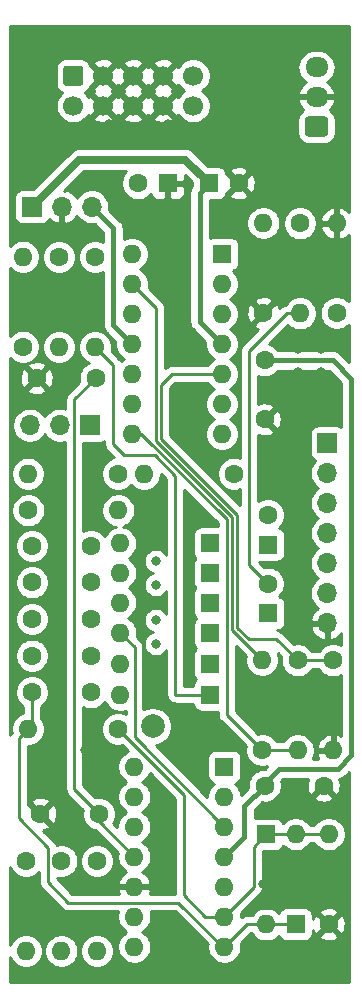
<source format=gbr>
%TF.GenerationSoftware,KiCad,Pcbnew,5.1.9+dfsg1-1~bpo10+1*%
%TF.CreationDate,2022-03-11T22:21:22+08:00*%
%TF.ProjectId,MiniVCF  v1.1 - Main,4d696e69-5643-4462-9020-76312e31202d,rev?*%
%TF.SameCoordinates,Original*%
%TF.FileFunction,Copper,L1,Top*%
%TF.FilePolarity,Positive*%
%FSLAX46Y46*%
G04 Gerber Fmt 4.6, Leading zero omitted, Abs format (unit mm)*
G04 Created by KiCad (PCBNEW 5.1.9+dfsg1-1~bpo10+1) date 2022-03-11 22:21:22*
%MOMM*%
%LPD*%
G01*
G04 APERTURE LIST*
%TA.AperFunction,ComponentPad*%
%ADD10R,1.600000X1.600000*%
%TD*%
%TA.AperFunction,ComponentPad*%
%ADD11O,1.600000X1.600000*%
%TD*%
%TA.AperFunction,ComponentPad*%
%ADD12C,1.600000*%
%TD*%
%TA.AperFunction,ComponentPad*%
%ADD13C,2.000000*%
%TD*%
%TA.AperFunction,ComponentPad*%
%ADD14O,1.950000X1.700000*%
%TD*%
%TA.AperFunction,ComponentPad*%
%ADD15C,1.700000*%
%TD*%
%TA.AperFunction,ComponentPad*%
%ADD16O,1.700000X1.700000*%
%TD*%
%TA.AperFunction,ComponentPad*%
%ADD17R,1.700000X1.700000*%
%TD*%
%TA.AperFunction,ViaPad*%
%ADD18C,0.800000*%
%TD*%
%TA.AperFunction,Conductor*%
%ADD19C,0.250000*%
%TD*%
%TA.AperFunction,Conductor*%
%ADD20C,0.650000*%
%TD*%
%TA.AperFunction,Conductor*%
%ADD21C,0.450000*%
%TD*%
%TA.AperFunction,Conductor*%
%ADD22C,0.254000*%
%TD*%
%TA.AperFunction,Conductor*%
%ADD23C,0.100000*%
%TD*%
G04 APERTURE END LIST*
D10*
%TO.P,D11,1*%
%TO.N,Net-(D10-Pad2)*%
X126327000Y-122141500D03*
D11*
%TO.P,D11,2*%
%TO.N,RESO_FEEDBACK*%
X126327000Y-129761500D03*
%TD*%
D10*
%TO.P,D10,1*%
%TO.N,RESO_FEEDBACK*%
X128827000Y-129741500D03*
D11*
%TO.P,D10,2*%
%TO.N,Net-(D10-Pad2)*%
X128827000Y-122121500D03*
%TD*%
%TO.P,R16,2*%
%TO.N,Net-(D10-Pad2)*%
X131627000Y-122121500D03*
D12*
%TO.P,R16,1*%
%TO.N,GND2*%
X131627000Y-129741500D03*
%TD*%
D13*
%TO.P,REF\u002A\u002A,1*%
%TO.N,N/C*%
X116713000Y-112980000D03*
%TD*%
D10*
%TO.P,U2,1*%
%TO.N,B_5*%
X122800000Y-116400000D03*
D11*
%TO.P,U2,8*%
%TO.N,Net-(R19-Pad2)*%
X115180000Y-131640000D03*
%TO.P,U2,2*%
%TO.N,B_5*%
X122800000Y-118940000D03*
%TO.P,U2,9*%
%TO.N,Net-(R17-Pad2)*%
X115180000Y-129100000D03*
%TO.P,U2,3*%
%TO.N,Net-(C4-Pad1)*%
X122800000Y-121480000D03*
%TO.P,U2,10*%
%TO.N,GND2*%
X115180000Y-126560000D03*
%TO.P,U2,4*%
%TO.N,+12V*%
X122800000Y-124020000D03*
%TO.P,U2,11*%
%TO.N,-12V*%
X115180000Y-124020000D03*
%TO.P,U2,5*%
%TO.N,B_6*%
X122800000Y-126560000D03*
%TO.P,U2,12*%
%TO.N,B_CLIPPING_LEDS*%
X115180000Y-121480000D03*
%TO.P,U2,6*%
%TO.N,Net-(D10-Pad2)*%
X122800000Y-129100000D03*
%TO.P,U2,13*%
%TO.N,Net-(C7-Pad1)*%
X115180000Y-118940000D03*
%TO.P,U2,7*%
%TO.N,RESO_FEEDBACK*%
X122800000Y-131640000D03*
%TO.P,U2,14*%
%TO.N,Net-(C7-Pad1)*%
X115180000Y-116400000D03*
%TD*%
D10*
%TO.P,C1,1*%
%TO.N,B_AUDIO_IN*%
X126500000Y-103400000D03*
D12*
%TO.P,C1,2*%
%TO.N,Net-(C1-Pad2)*%
X126500000Y-100900000D03*
%TD*%
%TO.P,C7,2*%
%TO.N,B_AUDIO_OUT*%
X126500000Y-95100000D03*
D10*
%TO.P,C7,1*%
%TO.N,Net-(C7-Pad1)*%
X126500000Y-97600000D03*
%TD*%
D12*
%TO.P,C10,1*%
%TO.N,+12V*%
X126200000Y-82000000D03*
%TO.P,C10,2*%
%TO.N,GND2*%
X126200000Y-87000000D03*
%TD*%
%TO.P,C11,2*%
%TO.N,-12V*%
X111900000Y-83500000D03*
%TO.P,C11,1*%
%TO.N,GND2*%
X106900000Y-83500000D03*
%TD*%
%TO.P,R1,1*%
%TO.N,Net-(C1-Pad2)*%
X132300000Y-78000000D03*
D11*
%TO.P,R1,2*%
%TO.N,GND2*%
X132300000Y-70380000D03*
%TD*%
%TO.P,R2,2*%
%TO.N,Net-(C1-Pad2)*%
X129200000Y-78020000D03*
D12*
%TO.P,R2,1*%
%TO.N,Net-(R2-Pad1)*%
X129200000Y-70400000D03*
%TD*%
D11*
%TO.P,R3,2*%
%TO.N,Net-(R2-Pad1)*%
X126100000Y-70380000D03*
D12*
%TO.P,R3,1*%
%TO.N,GND2*%
X126100000Y-78000000D03*
%TD*%
D11*
%TO.P,R6,2*%
%TO.N,Net-(R10-Pad1)*%
X105750000Y-73230000D03*
D12*
%TO.P,R6,1*%
%TO.N,B_7*%
X105750000Y-80850000D03*
%TD*%
D11*
%TO.P,R10,2*%
%TO.N,Net-(D6-Pad1)*%
X108800000Y-80870000D03*
D12*
%TO.P,R10,1*%
%TO.N,Net-(R10-Pad1)*%
X108800000Y-73250000D03*
%TD*%
%TO.P,R12,1*%
%TO.N,Net-(R12-Pad1)*%
X111850000Y-73250000D03*
D11*
%TO.P,R12,2*%
%TO.N,Net-(D6-Pad1)*%
X111850000Y-80870000D03*
%TD*%
%TO.P,U1,14*%
%TO.N,Net-(R12-Pad1)*%
X114980000Y-73000000D03*
%TO.P,U1,7*%
%TO.N,Net-(R11-Pad1)*%
X122600000Y-88240000D03*
%TO.P,U1,13*%
%TO.N,Net-(R10-Pad1)*%
X114980000Y-75540000D03*
%TO.P,U1,6*%
%TO.N,Net-(R4-Pad1)*%
X122600000Y-85700000D03*
%TO.P,U1,12*%
%TO.N,GND2*%
X114980000Y-78080000D03*
%TO.P,U1,5*%
%TO.N,Net-(R5-Pad1)*%
X122600000Y-83160000D03*
%TO.P,U1,11*%
%TO.N,-12V*%
X114980000Y-80620000D03*
%TO.P,U1,4*%
%TO.N,+12V*%
X122600000Y-80620000D03*
%TO.P,U1,10*%
%TO.N,B_CV_IN*%
X114980000Y-83160000D03*
%TO.P,U1,3*%
%TO.N,Net-(R2-Pad1)*%
X122600000Y-78080000D03*
%TO.P,U1,9*%
%TO.N,Net-(R5-Pad2)*%
X114980000Y-85700000D03*
%TO.P,U1,2*%
%TO.N,B_8*%
X122600000Y-75540000D03*
%TO.P,U1,8*%
%TO.N,Net-(R5-Pad2)*%
X114980000Y-88240000D03*
D10*
%TO.P,U1,1*%
%TO.N,B_8*%
X122600000Y-73000000D03*
%TD*%
D12*
%TO.P,C8,2*%
%TO.N,GND2*%
X124000000Y-67000000D03*
D10*
%TO.P,C8,1*%
%TO.N,+12V*%
X121500000Y-67000000D03*
%TD*%
%TO.P,C9,1*%
%TO.N,GND2*%
X118000000Y-67000000D03*
D12*
%TO.P,C9,2*%
%TO.N,-12V*%
X115500000Y-67000000D03*
%TD*%
%TO.P,J1,1*%
%TO.N,+12V*%
%TA.AperFunction,ComponentPad*%
G36*
G01*
X131325000Y-63050000D02*
X129875000Y-63050000D01*
G75*
G02*
X129625000Y-62800000I0J250000D01*
G01*
X129625000Y-61600000D01*
G75*
G02*
X129875000Y-61350000I250000J0D01*
G01*
X131325000Y-61350000D01*
G75*
G02*
X131575000Y-61600000I0J-250000D01*
G01*
X131575000Y-62800000D01*
G75*
G02*
X131325000Y-63050000I-250000J0D01*
G01*
G37*
%TD.AperFunction*%
D14*
%TO.P,J1,2*%
%TO.N,GND2*%
X130600000Y-59700000D03*
%TO.P,J1,3*%
%TO.N,-12V*%
X130600000Y-57200000D03*
%TD*%
%TO.P,J2,1*%
%TO.N,-12V*%
%TA.AperFunction,ComponentPad*%
G36*
G01*
X109400000Y-57050000D02*
X110600000Y-57050000D01*
G75*
G02*
X110850000Y-57300000I0J-250000D01*
G01*
X110850000Y-58500000D01*
G75*
G02*
X110600000Y-58750000I-250000J0D01*
G01*
X109400000Y-58750000D01*
G75*
G02*
X109150000Y-58500000I0J250000D01*
G01*
X109150000Y-57300000D01*
G75*
G02*
X109400000Y-57050000I250000J0D01*
G01*
G37*
%TD.AperFunction*%
D15*
%TO.P,J2,3*%
%TO.N,GND2*%
X112540000Y-57900000D03*
%TO.P,J2,5*%
X115080000Y-57900000D03*
%TO.P,J2,7*%
X117620000Y-57900000D03*
%TO.P,J2,9*%
%TO.N,+12V*%
X120160000Y-57900000D03*
%TO.P,J2,2*%
%TO.N,-12V*%
X110000000Y-60440000D03*
%TO.P,J2,4*%
%TO.N,GND2*%
X112540000Y-60440000D03*
%TO.P,J2,6*%
X115080000Y-60440000D03*
%TO.P,J2,8*%
X117620000Y-60440000D03*
%TO.P,J2,10*%
%TO.N,+12V*%
X120160000Y-60440000D03*
%TD*%
D16*
%TO.P,J7,3*%
%TO.N,-12V*%
X111580000Y-69000000D03*
%TO.P,J7,2*%
%TO.N,GND2*%
X109040000Y-69000000D03*
D17*
%TO.P,J7,1*%
%TO.N,+12V*%
X106500000Y-69000000D03*
%TD*%
%TO.P,J8,1*%
%TO.N,B_AUDIO_OUT*%
X131500000Y-89000000D03*
D16*
%TO.P,J8,2*%
%TO.N,B_CLIPPING_LEDS*%
X131500000Y-91540000D03*
%TO.P,J8,3*%
%TO.N,B_CV_IN*%
X131500000Y-94080000D03*
%TO.P,J8,4*%
%TO.N,B_6*%
X131500000Y-96620000D03*
%TO.P,J8,5*%
%TO.N,B_5*%
X131500000Y-99160000D03*
%TO.P,J8,6*%
%TO.N,B_AUDIO_IN*%
X131500000Y-101700000D03*
%TO.P,J8,7*%
%TO.N,GND2*%
X131500000Y-104240000D03*
%TD*%
D17*
%TO.P,J12,1*%
%TO.N,B_8*%
X111400000Y-87500000D03*
D16*
%TO.P,J12,2*%
%TO.N,B_7*%
X108860000Y-87500000D03*
%TO.P,J12,3*%
%TO.N,B_9*%
X106320000Y-87500000D03*
%TD*%
D12*
%TO.P,C2,1*%
%TO.N,Net-(C2-Pad1)*%
X111500000Y-97700000D03*
%TO.P,C2,2*%
%TO.N,RESO_FEEDBACK*%
X106500000Y-97700000D03*
%TD*%
%TO.P,C3,2*%
%TO.N,B_9*%
X106500000Y-100800000D03*
%TO.P,C3,1*%
%TO.N,Net-(C3-Pad1)*%
X111500000Y-100800000D03*
%TD*%
%TO.P,C4,2*%
%TO.N,B_9*%
X106500000Y-103900000D03*
%TO.P,C4,1*%
%TO.N,Net-(C4-Pad1)*%
X111500000Y-103900000D03*
%TD*%
%TO.P,C5,1*%
%TO.N,Net-(C5-Pad1)*%
X111500000Y-107000000D03*
%TO.P,C5,2*%
%TO.N,B_9*%
X106500000Y-107000000D03*
%TD*%
%TO.P,C6,2*%
%TO.N,RESO_FEEDBACK*%
X106500000Y-110100000D03*
%TO.P,C6,1*%
%TO.N,Net-(C6-Pad1)*%
X111500000Y-110100000D03*
%TD*%
%TO.P,C12,1*%
%TO.N,+12V*%
X126200000Y-118000000D03*
%TO.P,C12,2*%
%TO.N,GND2*%
X131200000Y-118000000D03*
%TD*%
%TO.P,C13,2*%
%TO.N,-12V*%
X112200000Y-120400000D03*
%TO.P,C13,1*%
%TO.N,GND2*%
X107200000Y-120400000D03*
%TD*%
D11*
%TO.P,D1,2*%
%TO.N,Net-(D1-Pad2)*%
X113980000Y-97500000D03*
D10*
%TO.P,D1,1*%
%TO.N,Net-(C2-Pad1)*%
X121600000Y-97500000D03*
%TD*%
%TO.P,D2,1*%
%TO.N,Net-(C3-Pad1)*%
X121600000Y-100000000D03*
D11*
%TO.P,D2,2*%
%TO.N,Net-(C2-Pad1)*%
X113980000Y-100000000D03*
%TD*%
%TO.P,D3,2*%
%TO.N,Net-(C3-Pad1)*%
X113980000Y-102500000D03*
D10*
%TO.P,D3,1*%
%TO.N,Net-(C4-Pad1)*%
X121600000Y-102500000D03*
%TD*%
D11*
%TO.P,D4,2*%
%TO.N,Net-(C4-Pad1)*%
X114000000Y-105100000D03*
D10*
%TO.P,D4,1*%
%TO.N,Net-(C5-Pad1)*%
X121620000Y-105100000D03*
%TD*%
%TO.P,D5,1*%
%TO.N,Net-(C6-Pad1)*%
X121600000Y-107700000D03*
D11*
%TO.P,D5,2*%
%TO.N,Net-(C5-Pad1)*%
X113980000Y-107700000D03*
%TD*%
%TO.P,D6,2*%
%TO.N,Net-(C6-Pad1)*%
X113980000Y-110300000D03*
D10*
%TO.P,D6,1*%
%TO.N,Net-(D6-Pad1)*%
X121600000Y-110300000D03*
%TD*%
D11*
%TO.P,R4,2*%
%TO.N,B_7*%
X106180000Y-91600000D03*
D12*
%TO.P,R4,1*%
%TO.N,Net-(R4-Pad1)*%
X113800000Y-91600000D03*
%TD*%
%TO.P,R5,1*%
%TO.N,Net-(R5-Pad1)*%
X129000000Y-107400000D03*
D11*
%TO.P,R5,2*%
%TO.N,Net-(R5-Pad2)*%
X129000000Y-115020000D03*
%TD*%
%TO.P,R7,2*%
%TO.N,Net-(R10-Pad1)*%
X126000000Y-107380000D03*
D12*
%TO.P,R7,1*%
%TO.N,Net-(R5-Pad2)*%
X126000000Y-115000000D03*
%TD*%
%TO.P,R8,1*%
%TO.N,Net-(R5-Pad1)*%
X132000000Y-107400000D03*
D11*
%TO.P,R8,2*%
%TO.N,GND2*%
X132000000Y-115020000D03*
%TD*%
%TO.P,R9,2*%
%TO.N,Net-(R4-Pad1)*%
X113820000Y-94700000D03*
D12*
%TO.P,R9,1*%
%TO.N,Net-(D1-Pad2)*%
X106200000Y-94700000D03*
%TD*%
%TO.P,R11,1*%
%TO.N,Net-(R11-Pad1)*%
X123600000Y-91600000D03*
D11*
%TO.P,R11,2*%
%TO.N,Net-(D1-Pad2)*%
X115980000Y-91600000D03*
%TD*%
%TO.P,R17,2*%
%TO.N,Net-(R17-Pad2)*%
X112000000Y-132020000D03*
D12*
%TO.P,R17,1*%
%TO.N,B_5*%
X112000000Y-124400000D03*
%TD*%
%TO.P,R18,1*%
%TO.N,Net-(D10-Pad2)*%
X113800000Y-113200000D03*
D11*
%TO.P,R18,2*%
%TO.N,RESO_FEEDBACK*%
X106180000Y-113200000D03*
%TD*%
D12*
%TO.P,R19,1*%
%TO.N,Net-(R17-Pad2)*%
X106000000Y-124400000D03*
D11*
%TO.P,R19,2*%
%TO.N,Net-(R19-Pad2)*%
X106000000Y-132020000D03*
%TD*%
%TO.P,R21,2*%
%TO.N,Net-(R19-Pad2)*%
X109000000Y-132020000D03*
D12*
%TO.P,R21,1*%
%TO.N,B_CLIPPING_LEDS*%
X109000000Y-124400000D03*
%TD*%
D18*
%TO.N,*%
X117000000Y-99000000D03*
X117000000Y-101000000D03*
X117000000Y-104000000D03*
X117000000Y-106000000D03*
%TO.N,GND2*%
X132000000Y-73000000D03*
X130000000Y-75000000D03*
X128000000Y-74000000D03*
X127000000Y-76000000D03*
X129000000Y-80000000D03*
X131000000Y-81000000D03*
X128000000Y-89000000D03*
X126000000Y-91000000D03*
X120000000Y-81000000D03*
X119000000Y-86000000D03*
X118000000Y-76000000D03*
X119000000Y-77000000D03*
X119000000Y-74000000D03*
X117000000Y-73000000D03*
X129000000Y-81000000D03*
X132000000Y-80000000D03*
X133000000Y-81000000D03*
X129000000Y-95000000D03*
X129000000Y-98000000D03*
X131000000Y-83000000D03*
X129000000Y-83000000D03*
X132000000Y-86000000D03*
X130000000Y-86000000D03*
X128000000Y-86000000D03*
X132000000Y-75000000D03*
X133000000Y-67000000D03*
X131000000Y-66000000D03*
X130000000Y-68000000D03*
X128000000Y-67000000D03*
X126000000Y-68000000D03*
X108000000Y-56000000D03*
X107000000Y-57000000D03*
X105000000Y-60000000D03*
X108000000Y-59000000D03*
X107000000Y-63000000D03*
X113000000Y-62000000D03*
X115000000Y-63000000D03*
X117000000Y-63000000D03*
X118000000Y-62000000D03*
X120000000Y-63000000D03*
X107000000Y-65000000D03*
X123000000Y-60000000D03*
X124000000Y-60000000D03*
X127000000Y-63000000D03*
X124000000Y-63000000D03*
X117000000Y-94000000D03*
X117000000Y-96000000D03*
X117000000Y-109000000D03*
X111000000Y-115000000D03*
X111500000Y-116000000D03*
X108000000Y-115000000D03*
X109000000Y-116500000D03*
X107500000Y-117500000D03*
X106500000Y-116000000D03*
X108500000Y-111500000D03*
X109000000Y-113000000D03*
X109000000Y-107000000D03*
X109000000Y-100500000D03*
X109000000Y-103000000D03*
X108000000Y-93500000D03*
X109000000Y-91000000D03*
X111500000Y-93000000D03*
X112000000Y-90000000D03*
X111500000Y-91500000D03*
X120500000Y-94500000D03*
X117500000Y-120500000D03*
X117500000Y-123000000D03*
X117500000Y-125500000D03*
X128500000Y-118000000D03*
X126000000Y-109500000D03*
X126000000Y-111000000D03*
X128500000Y-111500000D03*
X128500000Y-113000000D03*
X131000000Y-111500000D03*
X132000000Y-110500000D03*
X117400000Y-129500000D03*
X118700000Y-130500000D03*
X118300000Y-132300000D03*
X120100000Y-132700000D03*
X126027000Y-126341500D03*
%TD*%
D19*
%TO.N,Net-(C1-Pad2)*%
X124900000Y-99300000D02*
X126500000Y-100900000D01*
X124900000Y-81188630D02*
X124900000Y-99300000D01*
X129200000Y-78020000D02*
X128068630Y-78020000D01*
X128068630Y-78020000D02*
X124900000Y-81188630D01*
%TO.N,RESO_FEEDBACK*%
X106500000Y-112880000D02*
X106180000Y-113200000D01*
X106500000Y-110100000D02*
X106500000Y-112880000D01*
X105380001Y-113999999D02*
X106180000Y-113200000D01*
X105380001Y-120780001D02*
X105380001Y-113999999D01*
X122640000Y-131640000D02*
X118900000Y-127900000D01*
X107874999Y-123274999D02*
X105380001Y-120780001D01*
X122800000Y-131640000D02*
X122640000Y-131640000D01*
X118900000Y-127900000D02*
X109600000Y-127900000D01*
X109600000Y-127900000D02*
X107874999Y-126174999D01*
X107874999Y-126174999D02*
X107874999Y-123274999D01*
X124698500Y-129741500D02*
X122800000Y-131640000D01*
X128827000Y-129741500D02*
X124698500Y-129741500D01*
%TO.N,Net-(C4-Pad1)*%
X115189000Y-106289000D02*
X114000000Y-105100000D01*
X122800000Y-121480000D02*
X115189000Y-113869000D01*
X115189000Y-113869000D02*
X115189000Y-106289000D01*
D20*
%TO.N,+12V*%
X110500000Y-65000000D02*
X106500000Y-69000000D01*
X121500000Y-67000000D02*
X119500000Y-65000000D01*
X119500000Y-65000000D02*
X110500000Y-65000000D01*
D21*
X120700000Y-78720000D02*
X122600000Y-80620000D01*
X121500000Y-67000000D02*
X120700000Y-67800000D01*
X120700000Y-67800000D02*
X120700000Y-78720000D01*
X127425001Y-116574999D02*
X126200000Y-117800000D01*
X132425001Y-116574999D02*
X127425001Y-116574999D01*
X133549990Y-115450010D02*
X132425001Y-116574999D01*
X133549990Y-83549990D02*
X133549990Y-115450010D01*
X126200000Y-82000000D02*
X132000000Y-82000000D01*
X132000000Y-82000000D02*
X133549990Y-83549990D01*
X126200000Y-118000000D02*
X124500000Y-119700000D01*
X124500000Y-122320000D02*
X122800000Y-124020000D01*
X124500000Y-119700000D02*
X124500000Y-122320000D01*
%TO.N,-12V*%
X113400000Y-79040000D02*
X114980000Y-80620000D01*
X111580000Y-69000000D02*
X113400000Y-70820000D01*
X113400000Y-70820000D02*
X113400000Y-79040000D01*
D19*
X112200000Y-121040000D02*
X112200000Y-120400000D01*
X115180000Y-124020000D02*
X112200000Y-121040000D01*
X110100000Y-118300000D02*
X112200000Y-120400000D01*
X111900000Y-83500000D02*
X110100000Y-85300000D01*
X110100000Y-85300000D02*
X110100000Y-118300000D01*
%TO.N,Net-(D6-Pad1)*%
X118650010Y-110300000D02*
X118650010Y-91750010D01*
X118650010Y-91750010D02*
X116900000Y-90000000D01*
X113400000Y-82420000D02*
X111850000Y-80870000D01*
X116900000Y-90000000D02*
X114300000Y-90000000D01*
X114300000Y-90000000D02*
X113400000Y-89100000D01*
X121600000Y-110300000D02*
X118650010Y-110300000D01*
X113400000Y-89100000D02*
X113400000Y-82420000D01*
%TO.N,Net-(D10-Pad2)*%
X119400000Y-127300000D02*
X119400000Y-118800000D01*
X122800000Y-129100000D02*
X121200000Y-129100000D01*
X119400000Y-118800000D02*
X113800000Y-113200000D01*
X121200000Y-129100000D02*
X119400000Y-127300000D01*
X131627000Y-122121500D02*
X126178500Y-122121500D01*
X125301999Y-126598001D02*
X122800000Y-129100000D01*
X125301999Y-123166501D02*
X125301999Y-126598001D01*
X126327000Y-122141500D02*
X125301999Y-123166501D01*
%TO.N,Net-(R5-Pad1)*%
X132000000Y-107400000D02*
X129000000Y-107400000D01*
X118340000Y-83160000D02*
X122600000Y-83160000D01*
X117450010Y-84049990D02*
X118340000Y-83160000D01*
X127200000Y-105600000D02*
X124856410Y-105600000D01*
X124856410Y-105600000D02*
X123900019Y-104643609D01*
X129000000Y-107400000D02*
X127200000Y-105600000D01*
X123900019Y-104643609D02*
X123900018Y-95090790D01*
X123900018Y-95090790D02*
X117450010Y-88640782D01*
X117450010Y-88640782D02*
X117450010Y-84049990D01*
%TO.N,Net-(R5-Pad2)*%
X126020000Y-115020000D02*
X126000000Y-115000000D01*
X129000000Y-115020000D02*
X126020000Y-115020000D01*
X123000000Y-112000000D02*
X126000000Y-115000000D01*
X114980000Y-88240000D02*
X115776410Y-88240000D01*
X123000000Y-95463590D02*
X123000000Y-112000000D01*
X115776410Y-88240000D02*
X123000000Y-95463590D01*
%TO.N,Net-(R10-Pad1)*%
X117000000Y-77560000D02*
X114980000Y-75540000D01*
X117000000Y-88827180D02*
X117000000Y-77560000D01*
X123450009Y-95277189D02*
X117000000Y-88827180D01*
X126000000Y-107380000D02*
X123450010Y-104830010D01*
X123450010Y-104830010D02*
X123450009Y-95277189D01*
%TD*%
D22*
%TO.N,GND2*%
X133340000Y-134590000D02*
X104660000Y-134590000D01*
X104660000Y-132534788D01*
X104728320Y-132699727D01*
X104885363Y-132934759D01*
X105085241Y-133134637D01*
X105320273Y-133291680D01*
X105581426Y-133399853D01*
X105858665Y-133455000D01*
X106141335Y-133455000D01*
X106418574Y-133399853D01*
X106679727Y-133291680D01*
X106914759Y-133134637D01*
X107114637Y-132934759D01*
X107271680Y-132699727D01*
X107379853Y-132438574D01*
X107435000Y-132161335D01*
X107435000Y-131878665D01*
X107565000Y-131878665D01*
X107565000Y-132161335D01*
X107620147Y-132438574D01*
X107728320Y-132699727D01*
X107885363Y-132934759D01*
X108085241Y-133134637D01*
X108320273Y-133291680D01*
X108581426Y-133399853D01*
X108858665Y-133455000D01*
X109141335Y-133455000D01*
X109418574Y-133399853D01*
X109679727Y-133291680D01*
X109914759Y-133134637D01*
X110114637Y-132934759D01*
X110271680Y-132699727D01*
X110379853Y-132438574D01*
X110435000Y-132161335D01*
X110435000Y-131878665D01*
X110565000Y-131878665D01*
X110565000Y-132161335D01*
X110620147Y-132438574D01*
X110728320Y-132699727D01*
X110885363Y-132934759D01*
X111085241Y-133134637D01*
X111320273Y-133291680D01*
X111581426Y-133399853D01*
X111858665Y-133455000D01*
X112141335Y-133455000D01*
X112418574Y-133399853D01*
X112679727Y-133291680D01*
X112914759Y-133134637D01*
X113114637Y-132934759D01*
X113271680Y-132699727D01*
X113379853Y-132438574D01*
X113435000Y-132161335D01*
X113435000Y-131878665D01*
X113379853Y-131601426D01*
X113271680Y-131340273D01*
X113114637Y-131105241D01*
X112914759Y-130905363D01*
X112679727Y-130748320D01*
X112418574Y-130640147D01*
X112141335Y-130585000D01*
X111858665Y-130585000D01*
X111581426Y-130640147D01*
X111320273Y-130748320D01*
X111085241Y-130905363D01*
X110885363Y-131105241D01*
X110728320Y-131340273D01*
X110620147Y-131601426D01*
X110565000Y-131878665D01*
X110435000Y-131878665D01*
X110379853Y-131601426D01*
X110271680Y-131340273D01*
X110114637Y-131105241D01*
X109914759Y-130905363D01*
X109679727Y-130748320D01*
X109418574Y-130640147D01*
X109141335Y-130585000D01*
X108858665Y-130585000D01*
X108581426Y-130640147D01*
X108320273Y-130748320D01*
X108085241Y-130905363D01*
X107885363Y-131105241D01*
X107728320Y-131340273D01*
X107620147Y-131601426D01*
X107565000Y-131878665D01*
X107435000Y-131878665D01*
X107379853Y-131601426D01*
X107271680Y-131340273D01*
X107114637Y-131105241D01*
X106914759Y-130905363D01*
X106679727Y-130748320D01*
X106418574Y-130640147D01*
X106141335Y-130585000D01*
X105858665Y-130585000D01*
X105581426Y-130640147D01*
X105320273Y-130748320D01*
X105085241Y-130905363D01*
X104885363Y-131105241D01*
X104728320Y-131340273D01*
X104660000Y-131505212D01*
X104660000Y-124914788D01*
X104728320Y-125079727D01*
X104885363Y-125314759D01*
X105085241Y-125514637D01*
X105320273Y-125671680D01*
X105581426Y-125779853D01*
X105858665Y-125835000D01*
X106141335Y-125835000D01*
X106418574Y-125779853D01*
X106679727Y-125671680D01*
X106914759Y-125514637D01*
X107114637Y-125314759D01*
X107114999Y-125314217D01*
X107114999Y-126137676D01*
X107111323Y-126174999D01*
X107114999Y-126212321D01*
X107114999Y-126212331D01*
X107125996Y-126323984D01*
X107154717Y-126418665D01*
X107169453Y-126467245D01*
X107240025Y-126599275D01*
X107269618Y-126635334D01*
X107334998Y-126715000D01*
X107364002Y-126738803D01*
X109036200Y-128411002D01*
X109059999Y-128440001D01*
X109175724Y-128534974D01*
X109307753Y-128605546D01*
X109451014Y-128649003D01*
X109562667Y-128660000D01*
X109562677Y-128660000D01*
X109600000Y-128663676D01*
X109637323Y-128660000D01*
X113809022Y-128660000D01*
X113800147Y-128681426D01*
X113745000Y-128958665D01*
X113745000Y-129241335D01*
X113800147Y-129518574D01*
X113908320Y-129779727D01*
X114065363Y-130014759D01*
X114265241Y-130214637D01*
X114497759Y-130370000D01*
X114265241Y-130525363D01*
X114065363Y-130725241D01*
X113908320Y-130960273D01*
X113800147Y-131221426D01*
X113745000Y-131498665D01*
X113745000Y-131781335D01*
X113800147Y-132058574D01*
X113908320Y-132319727D01*
X114065363Y-132554759D01*
X114265241Y-132754637D01*
X114500273Y-132911680D01*
X114761426Y-133019853D01*
X115038665Y-133075000D01*
X115321335Y-133075000D01*
X115598574Y-133019853D01*
X115859727Y-132911680D01*
X116094759Y-132754637D01*
X116294637Y-132554759D01*
X116451680Y-132319727D01*
X116559853Y-132058574D01*
X116615000Y-131781335D01*
X116615000Y-131498665D01*
X116559853Y-131221426D01*
X116451680Y-130960273D01*
X116294637Y-130725241D01*
X116094759Y-130525363D01*
X115862241Y-130370000D01*
X116094759Y-130214637D01*
X116294637Y-130014759D01*
X116451680Y-129779727D01*
X116559853Y-129518574D01*
X116615000Y-129241335D01*
X116615000Y-128958665D01*
X116559853Y-128681426D01*
X116550978Y-128660000D01*
X118585199Y-128660000D01*
X121374766Y-131449568D01*
X121365000Y-131498665D01*
X121365000Y-131781335D01*
X121420147Y-132058574D01*
X121528320Y-132319727D01*
X121685363Y-132554759D01*
X121885241Y-132754637D01*
X122120273Y-132911680D01*
X122381426Y-133019853D01*
X122658665Y-133075000D01*
X122941335Y-133075000D01*
X123218574Y-133019853D01*
X123479727Y-132911680D01*
X123714759Y-132754637D01*
X123914637Y-132554759D01*
X124071680Y-132319727D01*
X124179853Y-132058574D01*
X124235000Y-131781335D01*
X124235000Y-131498665D01*
X124198688Y-131316114D01*
X125013303Y-130501500D01*
X125095593Y-130501500D01*
X125212363Y-130676259D01*
X125412241Y-130876137D01*
X125647273Y-131033180D01*
X125908426Y-131141353D01*
X126185665Y-131196500D01*
X126468335Y-131196500D01*
X126745574Y-131141353D01*
X127006727Y-131033180D01*
X127241759Y-130876137D01*
X127412994Y-130704902D01*
X127437498Y-130785680D01*
X127496463Y-130895994D01*
X127575815Y-130992685D01*
X127672506Y-131072037D01*
X127782820Y-131131002D01*
X127902518Y-131167312D01*
X128027000Y-131179572D01*
X129627000Y-131179572D01*
X129751482Y-131167312D01*
X129871180Y-131131002D01*
X129981494Y-131072037D01*
X130078185Y-130992685D01*
X130157537Y-130895994D01*
X130216502Y-130785680D01*
X130232117Y-130734202D01*
X130813903Y-130734202D01*
X130885486Y-130978171D01*
X131140996Y-131099071D01*
X131415184Y-131167800D01*
X131697512Y-131181717D01*
X131977130Y-131140287D01*
X132243292Y-131045103D01*
X132368514Y-130978171D01*
X132440097Y-130734202D01*
X131627000Y-129921105D01*
X130813903Y-130734202D01*
X130232117Y-130734202D01*
X130252812Y-130665982D01*
X130265072Y-130541500D01*
X130265072Y-130194698D01*
X130323397Y-130357792D01*
X130390329Y-130483014D01*
X130634298Y-130554597D01*
X131447395Y-129741500D01*
X131806605Y-129741500D01*
X132619702Y-130554597D01*
X132863671Y-130483014D01*
X132984571Y-130227504D01*
X133053300Y-129953316D01*
X133067217Y-129670988D01*
X133025787Y-129391370D01*
X132930603Y-129125208D01*
X132863671Y-128999986D01*
X132619702Y-128928403D01*
X131806605Y-129741500D01*
X131447395Y-129741500D01*
X130634298Y-128928403D01*
X130390329Y-128999986D01*
X130269429Y-129255496D01*
X130265072Y-129272878D01*
X130265072Y-128941500D01*
X130252812Y-128817018D01*
X130232118Y-128748798D01*
X130813903Y-128748798D01*
X131627000Y-129561895D01*
X132440097Y-128748798D01*
X132368514Y-128504829D01*
X132113004Y-128383929D01*
X131838816Y-128315200D01*
X131556488Y-128301283D01*
X131276870Y-128342713D01*
X131010708Y-128437897D01*
X130885486Y-128504829D01*
X130813903Y-128748798D01*
X130232118Y-128748798D01*
X130216502Y-128697320D01*
X130157537Y-128587006D01*
X130078185Y-128490315D01*
X129981494Y-128410963D01*
X129871180Y-128351998D01*
X129751482Y-128315688D01*
X129627000Y-128303428D01*
X128027000Y-128303428D01*
X127902518Y-128315688D01*
X127782820Y-128351998D01*
X127672506Y-128410963D01*
X127575815Y-128490315D01*
X127496463Y-128587006D01*
X127437498Y-128697320D01*
X127403684Y-128808788D01*
X127241759Y-128646863D01*
X127006727Y-128489820D01*
X126745574Y-128381647D01*
X126468335Y-128326500D01*
X126185665Y-128326500D01*
X125908426Y-128381647D01*
X125647273Y-128489820D01*
X125412241Y-128646863D01*
X125212363Y-128846741D01*
X125122320Y-128981500D01*
X124735822Y-128981500D01*
X124698499Y-128977824D01*
X124661176Y-128981500D01*
X124661167Y-128981500D01*
X124549514Y-128992497D01*
X124406253Y-129035954D01*
X124274224Y-129106526D01*
X124274222Y-129106527D01*
X124274223Y-129106527D01*
X124235000Y-129138716D01*
X124235000Y-128958665D01*
X124198688Y-128776114D01*
X125813002Y-127161800D01*
X125842000Y-127138002D01*
X125919895Y-127043087D01*
X125936973Y-127022278D01*
X126007545Y-126890248D01*
X126011951Y-126875724D01*
X126051002Y-126746987D01*
X126061999Y-126635334D01*
X126061999Y-126635324D01*
X126065675Y-126598001D01*
X126061999Y-126560678D01*
X126061999Y-123579572D01*
X127127000Y-123579572D01*
X127251482Y-123567312D01*
X127371180Y-123531002D01*
X127481494Y-123472037D01*
X127578185Y-123392685D01*
X127657537Y-123295994D01*
X127716502Y-123185680D01*
X127750316Y-123074212D01*
X127912241Y-123236137D01*
X128147273Y-123393180D01*
X128408426Y-123501353D01*
X128685665Y-123556500D01*
X128968335Y-123556500D01*
X129245574Y-123501353D01*
X129506727Y-123393180D01*
X129741759Y-123236137D01*
X129941637Y-123036259D01*
X130045043Y-122881500D01*
X130408957Y-122881500D01*
X130512363Y-123036259D01*
X130712241Y-123236137D01*
X130947273Y-123393180D01*
X131208426Y-123501353D01*
X131485665Y-123556500D01*
X131768335Y-123556500D01*
X132045574Y-123501353D01*
X132306727Y-123393180D01*
X132541759Y-123236137D01*
X132741637Y-123036259D01*
X132898680Y-122801227D01*
X133006853Y-122540074D01*
X133062000Y-122262835D01*
X133062000Y-121980165D01*
X133006853Y-121702926D01*
X132898680Y-121441773D01*
X132741637Y-121206741D01*
X132541759Y-121006863D01*
X132306727Y-120849820D01*
X132045574Y-120741647D01*
X131768335Y-120686500D01*
X131485665Y-120686500D01*
X131208426Y-120741647D01*
X130947273Y-120849820D01*
X130712241Y-121006863D01*
X130512363Y-121206741D01*
X130408957Y-121361500D01*
X130045043Y-121361500D01*
X129941637Y-121206741D01*
X129741759Y-121006863D01*
X129506727Y-120849820D01*
X129245574Y-120741647D01*
X128968335Y-120686500D01*
X128685665Y-120686500D01*
X128408426Y-120741647D01*
X128147273Y-120849820D01*
X127912241Y-121006863D01*
X127741006Y-121178098D01*
X127716502Y-121097320D01*
X127657537Y-120987006D01*
X127578185Y-120890315D01*
X127481494Y-120810963D01*
X127371180Y-120751998D01*
X127251482Y-120715688D01*
X127127000Y-120703428D01*
X125527000Y-120703428D01*
X125402518Y-120715688D01*
X125360000Y-120728586D01*
X125360000Y-120056223D01*
X125994072Y-119422151D01*
X126058665Y-119435000D01*
X126341335Y-119435000D01*
X126618574Y-119379853D01*
X126879727Y-119271680D01*
X127114759Y-119114637D01*
X127236694Y-118992702D01*
X130386903Y-118992702D01*
X130458486Y-119236671D01*
X130713996Y-119357571D01*
X130988184Y-119426300D01*
X131270512Y-119440217D01*
X131550130Y-119398787D01*
X131816292Y-119303603D01*
X131941514Y-119236671D01*
X132013097Y-118992702D01*
X131200000Y-118179605D01*
X130386903Y-118992702D01*
X127236694Y-118992702D01*
X127314637Y-118914759D01*
X127471680Y-118679727D01*
X127579853Y-118418574D01*
X127635000Y-118141335D01*
X127635000Y-117858665D01*
X127588969Y-117627255D01*
X127781225Y-117434999D01*
X129879808Y-117434999D01*
X129842429Y-117513996D01*
X129773700Y-117788184D01*
X129759783Y-118070512D01*
X129801213Y-118350130D01*
X129896397Y-118616292D01*
X129963329Y-118741514D01*
X130207298Y-118813097D01*
X131020395Y-118000000D01*
X131006253Y-117985858D01*
X131185858Y-117806253D01*
X131200000Y-117820395D01*
X131214143Y-117806253D01*
X131393748Y-117985858D01*
X131379605Y-118000000D01*
X132192702Y-118813097D01*
X132436671Y-118741514D01*
X132557571Y-118486004D01*
X132626300Y-118211816D01*
X132640217Y-117929488D01*
X132598787Y-117649870D01*
X132520084Y-117429795D01*
X132593590Y-117422555D01*
X132755701Y-117373380D01*
X132905103Y-117293523D01*
X133036055Y-117186053D01*
X133062989Y-117153234D01*
X133340000Y-116876223D01*
X133340000Y-134590000D01*
%TA.AperFunction,Conductor*%
D23*
G36*
X133340000Y-134590000D02*
G01*
X104660000Y-134590000D01*
X104660000Y-132534788D01*
X104728320Y-132699727D01*
X104885363Y-132934759D01*
X105085241Y-133134637D01*
X105320273Y-133291680D01*
X105581426Y-133399853D01*
X105858665Y-133455000D01*
X106141335Y-133455000D01*
X106418574Y-133399853D01*
X106679727Y-133291680D01*
X106914759Y-133134637D01*
X107114637Y-132934759D01*
X107271680Y-132699727D01*
X107379853Y-132438574D01*
X107435000Y-132161335D01*
X107435000Y-131878665D01*
X107565000Y-131878665D01*
X107565000Y-132161335D01*
X107620147Y-132438574D01*
X107728320Y-132699727D01*
X107885363Y-132934759D01*
X108085241Y-133134637D01*
X108320273Y-133291680D01*
X108581426Y-133399853D01*
X108858665Y-133455000D01*
X109141335Y-133455000D01*
X109418574Y-133399853D01*
X109679727Y-133291680D01*
X109914759Y-133134637D01*
X110114637Y-132934759D01*
X110271680Y-132699727D01*
X110379853Y-132438574D01*
X110435000Y-132161335D01*
X110435000Y-131878665D01*
X110565000Y-131878665D01*
X110565000Y-132161335D01*
X110620147Y-132438574D01*
X110728320Y-132699727D01*
X110885363Y-132934759D01*
X111085241Y-133134637D01*
X111320273Y-133291680D01*
X111581426Y-133399853D01*
X111858665Y-133455000D01*
X112141335Y-133455000D01*
X112418574Y-133399853D01*
X112679727Y-133291680D01*
X112914759Y-133134637D01*
X113114637Y-132934759D01*
X113271680Y-132699727D01*
X113379853Y-132438574D01*
X113435000Y-132161335D01*
X113435000Y-131878665D01*
X113379853Y-131601426D01*
X113271680Y-131340273D01*
X113114637Y-131105241D01*
X112914759Y-130905363D01*
X112679727Y-130748320D01*
X112418574Y-130640147D01*
X112141335Y-130585000D01*
X111858665Y-130585000D01*
X111581426Y-130640147D01*
X111320273Y-130748320D01*
X111085241Y-130905363D01*
X110885363Y-131105241D01*
X110728320Y-131340273D01*
X110620147Y-131601426D01*
X110565000Y-131878665D01*
X110435000Y-131878665D01*
X110379853Y-131601426D01*
X110271680Y-131340273D01*
X110114637Y-131105241D01*
X109914759Y-130905363D01*
X109679727Y-130748320D01*
X109418574Y-130640147D01*
X109141335Y-130585000D01*
X108858665Y-130585000D01*
X108581426Y-130640147D01*
X108320273Y-130748320D01*
X108085241Y-130905363D01*
X107885363Y-131105241D01*
X107728320Y-131340273D01*
X107620147Y-131601426D01*
X107565000Y-131878665D01*
X107435000Y-131878665D01*
X107379853Y-131601426D01*
X107271680Y-131340273D01*
X107114637Y-131105241D01*
X106914759Y-130905363D01*
X106679727Y-130748320D01*
X106418574Y-130640147D01*
X106141335Y-130585000D01*
X105858665Y-130585000D01*
X105581426Y-130640147D01*
X105320273Y-130748320D01*
X105085241Y-130905363D01*
X104885363Y-131105241D01*
X104728320Y-131340273D01*
X104660000Y-131505212D01*
X104660000Y-124914788D01*
X104728320Y-125079727D01*
X104885363Y-125314759D01*
X105085241Y-125514637D01*
X105320273Y-125671680D01*
X105581426Y-125779853D01*
X105858665Y-125835000D01*
X106141335Y-125835000D01*
X106418574Y-125779853D01*
X106679727Y-125671680D01*
X106914759Y-125514637D01*
X107114637Y-125314759D01*
X107114999Y-125314217D01*
X107114999Y-126137676D01*
X107111323Y-126174999D01*
X107114999Y-126212321D01*
X107114999Y-126212331D01*
X107125996Y-126323984D01*
X107154717Y-126418665D01*
X107169453Y-126467245D01*
X107240025Y-126599275D01*
X107269618Y-126635334D01*
X107334998Y-126715000D01*
X107364002Y-126738803D01*
X109036200Y-128411002D01*
X109059999Y-128440001D01*
X109175724Y-128534974D01*
X109307753Y-128605546D01*
X109451014Y-128649003D01*
X109562667Y-128660000D01*
X109562677Y-128660000D01*
X109600000Y-128663676D01*
X109637323Y-128660000D01*
X113809022Y-128660000D01*
X113800147Y-128681426D01*
X113745000Y-128958665D01*
X113745000Y-129241335D01*
X113800147Y-129518574D01*
X113908320Y-129779727D01*
X114065363Y-130014759D01*
X114265241Y-130214637D01*
X114497759Y-130370000D01*
X114265241Y-130525363D01*
X114065363Y-130725241D01*
X113908320Y-130960273D01*
X113800147Y-131221426D01*
X113745000Y-131498665D01*
X113745000Y-131781335D01*
X113800147Y-132058574D01*
X113908320Y-132319727D01*
X114065363Y-132554759D01*
X114265241Y-132754637D01*
X114500273Y-132911680D01*
X114761426Y-133019853D01*
X115038665Y-133075000D01*
X115321335Y-133075000D01*
X115598574Y-133019853D01*
X115859727Y-132911680D01*
X116094759Y-132754637D01*
X116294637Y-132554759D01*
X116451680Y-132319727D01*
X116559853Y-132058574D01*
X116615000Y-131781335D01*
X116615000Y-131498665D01*
X116559853Y-131221426D01*
X116451680Y-130960273D01*
X116294637Y-130725241D01*
X116094759Y-130525363D01*
X115862241Y-130370000D01*
X116094759Y-130214637D01*
X116294637Y-130014759D01*
X116451680Y-129779727D01*
X116559853Y-129518574D01*
X116615000Y-129241335D01*
X116615000Y-128958665D01*
X116559853Y-128681426D01*
X116550978Y-128660000D01*
X118585199Y-128660000D01*
X121374766Y-131449568D01*
X121365000Y-131498665D01*
X121365000Y-131781335D01*
X121420147Y-132058574D01*
X121528320Y-132319727D01*
X121685363Y-132554759D01*
X121885241Y-132754637D01*
X122120273Y-132911680D01*
X122381426Y-133019853D01*
X122658665Y-133075000D01*
X122941335Y-133075000D01*
X123218574Y-133019853D01*
X123479727Y-132911680D01*
X123714759Y-132754637D01*
X123914637Y-132554759D01*
X124071680Y-132319727D01*
X124179853Y-132058574D01*
X124235000Y-131781335D01*
X124235000Y-131498665D01*
X124198688Y-131316114D01*
X125013303Y-130501500D01*
X125095593Y-130501500D01*
X125212363Y-130676259D01*
X125412241Y-130876137D01*
X125647273Y-131033180D01*
X125908426Y-131141353D01*
X126185665Y-131196500D01*
X126468335Y-131196500D01*
X126745574Y-131141353D01*
X127006727Y-131033180D01*
X127241759Y-130876137D01*
X127412994Y-130704902D01*
X127437498Y-130785680D01*
X127496463Y-130895994D01*
X127575815Y-130992685D01*
X127672506Y-131072037D01*
X127782820Y-131131002D01*
X127902518Y-131167312D01*
X128027000Y-131179572D01*
X129627000Y-131179572D01*
X129751482Y-131167312D01*
X129871180Y-131131002D01*
X129981494Y-131072037D01*
X130078185Y-130992685D01*
X130157537Y-130895994D01*
X130216502Y-130785680D01*
X130232117Y-130734202D01*
X130813903Y-130734202D01*
X130885486Y-130978171D01*
X131140996Y-131099071D01*
X131415184Y-131167800D01*
X131697512Y-131181717D01*
X131977130Y-131140287D01*
X132243292Y-131045103D01*
X132368514Y-130978171D01*
X132440097Y-130734202D01*
X131627000Y-129921105D01*
X130813903Y-130734202D01*
X130232117Y-130734202D01*
X130252812Y-130665982D01*
X130265072Y-130541500D01*
X130265072Y-130194698D01*
X130323397Y-130357792D01*
X130390329Y-130483014D01*
X130634298Y-130554597D01*
X131447395Y-129741500D01*
X131806605Y-129741500D01*
X132619702Y-130554597D01*
X132863671Y-130483014D01*
X132984571Y-130227504D01*
X133053300Y-129953316D01*
X133067217Y-129670988D01*
X133025787Y-129391370D01*
X132930603Y-129125208D01*
X132863671Y-128999986D01*
X132619702Y-128928403D01*
X131806605Y-129741500D01*
X131447395Y-129741500D01*
X130634298Y-128928403D01*
X130390329Y-128999986D01*
X130269429Y-129255496D01*
X130265072Y-129272878D01*
X130265072Y-128941500D01*
X130252812Y-128817018D01*
X130232118Y-128748798D01*
X130813903Y-128748798D01*
X131627000Y-129561895D01*
X132440097Y-128748798D01*
X132368514Y-128504829D01*
X132113004Y-128383929D01*
X131838816Y-128315200D01*
X131556488Y-128301283D01*
X131276870Y-128342713D01*
X131010708Y-128437897D01*
X130885486Y-128504829D01*
X130813903Y-128748798D01*
X130232118Y-128748798D01*
X130216502Y-128697320D01*
X130157537Y-128587006D01*
X130078185Y-128490315D01*
X129981494Y-128410963D01*
X129871180Y-128351998D01*
X129751482Y-128315688D01*
X129627000Y-128303428D01*
X128027000Y-128303428D01*
X127902518Y-128315688D01*
X127782820Y-128351998D01*
X127672506Y-128410963D01*
X127575815Y-128490315D01*
X127496463Y-128587006D01*
X127437498Y-128697320D01*
X127403684Y-128808788D01*
X127241759Y-128646863D01*
X127006727Y-128489820D01*
X126745574Y-128381647D01*
X126468335Y-128326500D01*
X126185665Y-128326500D01*
X125908426Y-128381647D01*
X125647273Y-128489820D01*
X125412241Y-128646863D01*
X125212363Y-128846741D01*
X125122320Y-128981500D01*
X124735822Y-128981500D01*
X124698499Y-128977824D01*
X124661176Y-128981500D01*
X124661167Y-128981500D01*
X124549514Y-128992497D01*
X124406253Y-129035954D01*
X124274224Y-129106526D01*
X124274222Y-129106527D01*
X124274223Y-129106527D01*
X124235000Y-129138716D01*
X124235000Y-128958665D01*
X124198688Y-128776114D01*
X125813002Y-127161800D01*
X125842000Y-127138002D01*
X125919895Y-127043087D01*
X125936973Y-127022278D01*
X126007545Y-126890248D01*
X126011951Y-126875724D01*
X126051002Y-126746987D01*
X126061999Y-126635334D01*
X126061999Y-126635324D01*
X126065675Y-126598001D01*
X126061999Y-126560678D01*
X126061999Y-123579572D01*
X127127000Y-123579572D01*
X127251482Y-123567312D01*
X127371180Y-123531002D01*
X127481494Y-123472037D01*
X127578185Y-123392685D01*
X127657537Y-123295994D01*
X127716502Y-123185680D01*
X127750316Y-123074212D01*
X127912241Y-123236137D01*
X128147273Y-123393180D01*
X128408426Y-123501353D01*
X128685665Y-123556500D01*
X128968335Y-123556500D01*
X129245574Y-123501353D01*
X129506727Y-123393180D01*
X129741759Y-123236137D01*
X129941637Y-123036259D01*
X130045043Y-122881500D01*
X130408957Y-122881500D01*
X130512363Y-123036259D01*
X130712241Y-123236137D01*
X130947273Y-123393180D01*
X131208426Y-123501353D01*
X131485665Y-123556500D01*
X131768335Y-123556500D01*
X132045574Y-123501353D01*
X132306727Y-123393180D01*
X132541759Y-123236137D01*
X132741637Y-123036259D01*
X132898680Y-122801227D01*
X133006853Y-122540074D01*
X133062000Y-122262835D01*
X133062000Y-121980165D01*
X133006853Y-121702926D01*
X132898680Y-121441773D01*
X132741637Y-121206741D01*
X132541759Y-121006863D01*
X132306727Y-120849820D01*
X132045574Y-120741647D01*
X131768335Y-120686500D01*
X131485665Y-120686500D01*
X131208426Y-120741647D01*
X130947273Y-120849820D01*
X130712241Y-121006863D01*
X130512363Y-121206741D01*
X130408957Y-121361500D01*
X130045043Y-121361500D01*
X129941637Y-121206741D01*
X129741759Y-121006863D01*
X129506727Y-120849820D01*
X129245574Y-120741647D01*
X128968335Y-120686500D01*
X128685665Y-120686500D01*
X128408426Y-120741647D01*
X128147273Y-120849820D01*
X127912241Y-121006863D01*
X127741006Y-121178098D01*
X127716502Y-121097320D01*
X127657537Y-120987006D01*
X127578185Y-120890315D01*
X127481494Y-120810963D01*
X127371180Y-120751998D01*
X127251482Y-120715688D01*
X127127000Y-120703428D01*
X125527000Y-120703428D01*
X125402518Y-120715688D01*
X125360000Y-120728586D01*
X125360000Y-120056223D01*
X125994072Y-119422151D01*
X126058665Y-119435000D01*
X126341335Y-119435000D01*
X126618574Y-119379853D01*
X126879727Y-119271680D01*
X127114759Y-119114637D01*
X127236694Y-118992702D01*
X130386903Y-118992702D01*
X130458486Y-119236671D01*
X130713996Y-119357571D01*
X130988184Y-119426300D01*
X131270512Y-119440217D01*
X131550130Y-119398787D01*
X131816292Y-119303603D01*
X131941514Y-119236671D01*
X132013097Y-118992702D01*
X131200000Y-118179605D01*
X130386903Y-118992702D01*
X127236694Y-118992702D01*
X127314637Y-118914759D01*
X127471680Y-118679727D01*
X127579853Y-118418574D01*
X127635000Y-118141335D01*
X127635000Y-117858665D01*
X127588969Y-117627255D01*
X127781225Y-117434999D01*
X129879808Y-117434999D01*
X129842429Y-117513996D01*
X129773700Y-117788184D01*
X129759783Y-118070512D01*
X129801213Y-118350130D01*
X129896397Y-118616292D01*
X129963329Y-118741514D01*
X130207298Y-118813097D01*
X131020395Y-118000000D01*
X131006253Y-117985858D01*
X131185858Y-117806253D01*
X131200000Y-117820395D01*
X131214143Y-117806253D01*
X131393748Y-117985858D01*
X131379605Y-118000000D01*
X132192702Y-118813097D01*
X132436671Y-118741514D01*
X132557571Y-118486004D01*
X132626300Y-118211816D01*
X132640217Y-117929488D01*
X132598787Y-117649870D01*
X132520084Y-117429795D01*
X132593590Y-117422555D01*
X132755701Y-117373380D01*
X132905103Y-117293523D01*
X133036055Y-117186053D01*
X133062989Y-117153234D01*
X133340000Y-116876223D01*
X133340000Y-134590000D01*
G37*
%TD.AperFunction*%
D22*
X133340001Y-69400937D02*
X133263414Y-69316481D01*
X133037420Y-69148963D01*
X132783087Y-69028754D01*
X132649039Y-68988096D01*
X132427000Y-69110085D01*
X132427000Y-70253000D01*
X132447000Y-70253000D01*
X132447000Y-70507000D01*
X132427000Y-70507000D01*
X132427000Y-71649915D01*
X132649039Y-71771904D01*
X132783087Y-71731246D01*
X133037420Y-71611037D01*
X133263414Y-71443519D01*
X133340001Y-71359063D01*
X133340001Y-77010605D01*
X133214759Y-76885363D01*
X132979727Y-76728320D01*
X132718574Y-76620147D01*
X132441335Y-76565000D01*
X132158665Y-76565000D01*
X131881426Y-76620147D01*
X131620273Y-76728320D01*
X131385241Y-76885363D01*
X131185363Y-77085241D01*
X131028320Y-77320273D01*
X130920147Y-77581426D01*
X130865000Y-77858665D01*
X130865000Y-78141335D01*
X130920147Y-78418574D01*
X131028320Y-78679727D01*
X131185363Y-78914759D01*
X131385241Y-79114637D01*
X131620273Y-79271680D01*
X131881426Y-79379853D01*
X132158665Y-79435000D01*
X132441335Y-79435000D01*
X132718574Y-79379853D01*
X132979727Y-79271680D01*
X133214759Y-79114637D01*
X133340001Y-78989395D01*
X133340001Y-82123777D01*
X132637988Y-81421765D01*
X132611054Y-81388946D01*
X132480102Y-81281476D01*
X132330700Y-81201619D01*
X132168589Y-81152444D01*
X132042246Y-81140000D01*
X132042239Y-81140000D01*
X132000000Y-81135840D01*
X131957761Y-81140000D01*
X127351226Y-81140000D01*
X127314637Y-81085241D01*
X127114759Y-80885363D01*
X126879727Y-80728320D01*
X126618574Y-80620147D01*
X126555776Y-80607656D01*
X128157018Y-79006414D01*
X128285241Y-79134637D01*
X128520273Y-79291680D01*
X128781426Y-79399853D01*
X129058665Y-79455000D01*
X129341335Y-79455000D01*
X129618574Y-79399853D01*
X129879727Y-79291680D01*
X130114759Y-79134637D01*
X130314637Y-78934759D01*
X130471680Y-78699727D01*
X130579853Y-78438574D01*
X130635000Y-78161335D01*
X130635000Y-77878665D01*
X130579853Y-77601426D01*
X130471680Y-77340273D01*
X130314637Y-77105241D01*
X130114759Y-76905363D01*
X129879727Y-76748320D01*
X129618574Y-76640147D01*
X129341335Y-76585000D01*
X129058665Y-76585000D01*
X128781426Y-76640147D01*
X128520273Y-76748320D01*
X128285241Y-76905363D01*
X128085363Y-77105241D01*
X127978481Y-77265202D01*
X127919644Y-77270997D01*
X127776383Y-77314454D01*
X127644354Y-77385026D01*
X127528629Y-77479999D01*
X127504831Y-77508997D01*
X127463271Y-77550557D01*
X127403603Y-77383708D01*
X127336671Y-77258486D01*
X127092702Y-77186903D01*
X126279605Y-78000000D01*
X126293748Y-78014143D01*
X126114143Y-78193748D01*
X126100000Y-78179605D01*
X125286903Y-78992702D01*
X125358486Y-79236671D01*
X125613996Y-79357571D01*
X125647787Y-79366041D01*
X124389003Y-80624826D01*
X124359999Y-80648629D01*
X124310729Y-80708665D01*
X124265026Y-80764354D01*
X124252072Y-80788589D01*
X124194454Y-80896384D01*
X124150997Y-81039645D01*
X124140000Y-81151298D01*
X124140000Y-81151308D01*
X124136324Y-81188630D01*
X124140000Y-81225952D01*
X124140001Y-90270443D01*
X124018574Y-90220147D01*
X123741335Y-90165000D01*
X123458665Y-90165000D01*
X123181426Y-90220147D01*
X122920273Y-90328320D01*
X122685241Y-90485363D01*
X122485363Y-90685241D01*
X122328320Y-90920273D01*
X122220147Y-91181426D01*
X122165000Y-91458665D01*
X122165000Y-91741335D01*
X122220147Y-92018574D01*
X122328320Y-92279727D01*
X122485363Y-92514759D01*
X122685241Y-92714637D01*
X122920273Y-92871680D01*
X123181426Y-92979853D01*
X123458665Y-93035000D01*
X123741335Y-93035000D01*
X124018574Y-92979853D01*
X124140001Y-92929556D01*
X124140001Y-94255971D01*
X118210010Y-88325981D01*
X118210010Y-84364791D01*
X118654802Y-83920000D01*
X121381957Y-83920000D01*
X121485363Y-84074759D01*
X121685241Y-84274637D01*
X121917759Y-84430000D01*
X121685241Y-84585363D01*
X121485363Y-84785241D01*
X121328320Y-85020273D01*
X121220147Y-85281426D01*
X121165000Y-85558665D01*
X121165000Y-85841335D01*
X121220147Y-86118574D01*
X121328320Y-86379727D01*
X121485363Y-86614759D01*
X121685241Y-86814637D01*
X121917759Y-86970000D01*
X121685241Y-87125363D01*
X121485363Y-87325241D01*
X121328320Y-87560273D01*
X121220147Y-87821426D01*
X121165000Y-88098665D01*
X121165000Y-88381335D01*
X121220147Y-88658574D01*
X121328320Y-88919727D01*
X121485363Y-89154759D01*
X121685241Y-89354637D01*
X121920273Y-89511680D01*
X122181426Y-89619853D01*
X122458665Y-89675000D01*
X122741335Y-89675000D01*
X123018574Y-89619853D01*
X123279727Y-89511680D01*
X123514759Y-89354637D01*
X123714637Y-89154759D01*
X123871680Y-88919727D01*
X123979853Y-88658574D01*
X124035000Y-88381335D01*
X124035000Y-88098665D01*
X123979853Y-87821426D01*
X123871680Y-87560273D01*
X123714637Y-87325241D01*
X123514759Y-87125363D01*
X123282241Y-86970000D01*
X123514759Y-86814637D01*
X123714637Y-86614759D01*
X123871680Y-86379727D01*
X123979853Y-86118574D01*
X124035000Y-85841335D01*
X124035000Y-85558665D01*
X123979853Y-85281426D01*
X123871680Y-85020273D01*
X123714637Y-84785241D01*
X123514759Y-84585363D01*
X123282241Y-84430000D01*
X123514759Y-84274637D01*
X123714637Y-84074759D01*
X123871680Y-83839727D01*
X123979853Y-83578574D01*
X124035000Y-83301335D01*
X124035000Y-83018665D01*
X123979853Y-82741426D01*
X123871680Y-82480273D01*
X123714637Y-82245241D01*
X123514759Y-82045363D01*
X123282241Y-81890000D01*
X123514759Y-81734637D01*
X123714637Y-81534759D01*
X123871680Y-81299727D01*
X123979853Y-81038574D01*
X124035000Y-80761335D01*
X124035000Y-80478665D01*
X123979853Y-80201426D01*
X123871680Y-79940273D01*
X123714637Y-79705241D01*
X123514759Y-79505363D01*
X123282241Y-79350000D01*
X123514759Y-79194637D01*
X123714637Y-78994759D01*
X123871680Y-78759727D01*
X123979853Y-78498574D01*
X124035000Y-78221335D01*
X124035000Y-78070512D01*
X124659783Y-78070512D01*
X124701213Y-78350130D01*
X124796397Y-78616292D01*
X124863329Y-78741514D01*
X125107298Y-78813097D01*
X125920395Y-78000000D01*
X125107298Y-77186903D01*
X124863329Y-77258486D01*
X124742429Y-77513996D01*
X124673700Y-77788184D01*
X124659783Y-78070512D01*
X124035000Y-78070512D01*
X124035000Y-77938665D01*
X123979853Y-77661426D01*
X123871680Y-77400273D01*
X123714637Y-77165241D01*
X123556694Y-77007298D01*
X125286903Y-77007298D01*
X126100000Y-77820395D01*
X126913097Y-77007298D01*
X126841514Y-76763329D01*
X126586004Y-76642429D01*
X126311816Y-76573700D01*
X126029488Y-76559783D01*
X125749870Y-76601213D01*
X125483708Y-76696397D01*
X125358486Y-76763329D01*
X125286903Y-77007298D01*
X123556694Y-77007298D01*
X123514759Y-76965363D01*
X123282241Y-76810000D01*
X123514759Y-76654637D01*
X123714637Y-76454759D01*
X123871680Y-76219727D01*
X123979853Y-75958574D01*
X124035000Y-75681335D01*
X124035000Y-75398665D01*
X123979853Y-75121426D01*
X123871680Y-74860273D01*
X123714637Y-74625241D01*
X123516039Y-74426643D01*
X123524482Y-74425812D01*
X123644180Y-74389502D01*
X123754494Y-74330537D01*
X123851185Y-74251185D01*
X123930537Y-74154494D01*
X123989502Y-74044180D01*
X124025812Y-73924482D01*
X124038072Y-73800000D01*
X124038072Y-72200000D01*
X124025812Y-72075518D01*
X123989502Y-71955820D01*
X123930537Y-71845506D01*
X123851185Y-71748815D01*
X123754494Y-71669463D01*
X123644180Y-71610498D01*
X123524482Y-71574188D01*
X123400000Y-71561928D01*
X121800000Y-71561928D01*
X121675518Y-71574188D01*
X121560000Y-71609230D01*
X121560000Y-70238665D01*
X124665000Y-70238665D01*
X124665000Y-70521335D01*
X124720147Y-70798574D01*
X124828320Y-71059727D01*
X124985363Y-71294759D01*
X125185241Y-71494637D01*
X125420273Y-71651680D01*
X125681426Y-71759853D01*
X125958665Y-71815000D01*
X126241335Y-71815000D01*
X126518574Y-71759853D01*
X126779727Y-71651680D01*
X127014759Y-71494637D01*
X127214637Y-71294759D01*
X127371680Y-71059727D01*
X127479853Y-70798574D01*
X127535000Y-70521335D01*
X127535000Y-70258665D01*
X127765000Y-70258665D01*
X127765000Y-70541335D01*
X127820147Y-70818574D01*
X127928320Y-71079727D01*
X128085363Y-71314759D01*
X128285241Y-71514637D01*
X128520273Y-71671680D01*
X128781426Y-71779853D01*
X129058665Y-71835000D01*
X129341335Y-71835000D01*
X129618574Y-71779853D01*
X129879727Y-71671680D01*
X130114759Y-71514637D01*
X130314637Y-71314759D01*
X130471680Y-71079727D01*
X130579853Y-70818574D01*
X130597662Y-70729040D01*
X130908091Y-70729040D01*
X131002930Y-70993881D01*
X131147615Y-71235131D01*
X131336586Y-71443519D01*
X131562580Y-71611037D01*
X131816913Y-71731246D01*
X131950961Y-71771904D01*
X132173000Y-71649915D01*
X132173000Y-70507000D01*
X131029376Y-70507000D01*
X130908091Y-70729040D01*
X130597662Y-70729040D01*
X130635000Y-70541335D01*
X130635000Y-70258665D01*
X130589707Y-70030960D01*
X130908091Y-70030960D01*
X131029376Y-70253000D01*
X132173000Y-70253000D01*
X132173000Y-69110085D01*
X131950961Y-68988096D01*
X131816913Y-69028754D01*
X131562580Y-69148963D01*
X131336586Y-69316481D01*
X131147615Y-69524869D01*
X131002930Y-69766119D01*
X130908091Y-70030960D01*
X130589707Y-70030960D01*
X130579853Y-69981426D01*
X130471680Y-69720273D01*
X130314637Y-69485241D01*
X130114759Y-69285363D01*
X129879727Y-69128320D01*
X129618574Y-69020147D01*
X129341335Y-68965000D01*
X129058665Y-68965000D01*
X128781426Y-69020147D01*
X128520273Y-69128320D01*
X128285241Y-69285363D01*
X128085363Y-69485241D01*
X127928320Y-69720273D01*
X127820147Y-69981426D01*
X127765000Y-70258665D01*
X127535000Y-70258665D01*
X127535000Y-70238665D01*
X127479853Y-69961426D01*
X127371680Y-69700273D01*
X127214637Y-69465241D01*
X127014759Y-69265363D01*
X126779727Y-69108320D01*
X126518574Y-69000147D01*
X126241335Y-68945000D01*
X125958665Y-68945000D01*
X125681426Y-69000147D01*
X125420273Y-69108320D01*
X125185241Y-69265363D01*
X124985363Y-69465241D01*
X124828320Y-69700273D01*
X124720147Y-69961426D01*
X124665000Y-70238665D01*
X121560000Y-70238665D01*
X121560000Y-68438072D01*
X122300000Y-68438072D01*
X122424482Y-68425812D01*
X122544180Y-68389502D01*
X122654494Y-68330537D01*
X122751185Y-68251185D01*
X122830537Y-68154494D01*
X122889502Y-68044180D01*
X122905117Y-67992702D01*
X123186903Y-67992702D01*
X123258486Y-68236671D01*
X123513996Y-68357571D01*
X123788184Y-68426300D01*
X124070512Y-68440217D01*
X124350130Y-68398787D01*
X124616292Y-68303603D01*
X124741514Y-68236671D01*
X124813097Y-67992702D01*
X124000000Y-67179605D01*
X123186903Y-67992702D01*
X122905117Y-67992702D01*
X122925812Y-67924482D01*
X122938072Y-67800000D01*
X122938072Y-67792785D01*
X123007298Y-67813097D01*
X123820395Y-67000000D01*
X124179605Y-67000000D01*
X124992702Y-67813097D01*
X125236671Y-67741514D01*
X125357571Y-67486004D01*
X125426300Y-67211816D01*
X125440217Y-66929488D01*
X125398787Y-66649870D01*
X125303603Y-66383708D01*
X125236671Y-66258486D01*
X124992702Y-66186903D01*
X124179605Y-67000000D01*
X123820395Y-67000000D01*
X123007298Y-66186903D01*
X122938072Y-66207215D01*
X122938072Y-66200000D01*
X122925812Y-66075518D01*
X122905118Y-66007298D01*
X123186903Y-66007298D01*
X124000000Y-66820395D01*
X124813097Y-66007298D01*
X124741514Y-65763329D01*
X124486004Y-65642429D01*
X124211816Y-65573700D01*
X123929488Y-65559783D01*
X123649870Y-65601213D01*
X123383708Y-65696397D01*
X123258486Y-65763329D01*
X123186903Y-66007298D01*
X122905118Y-66007298D01*
X122889502Y-65955820D01*
X122830537Y-65845506D01*
X122751185Y-65748815D01*
X122654494Y-65669463D01*
X122544180Y-65610498D01*
X122424482Y-65574188D01*
X122300000Y-65561928D01*
X121419573Y-65561928D01*
X120212175Y-64354531D01*
X120182107Y-64317893D01*
X120035928Y-64197927D01*
X119869154Y-64108784D01*
X119688193Y-64053890D01*
X119547162Y-64040000D01*
X119547152Y-64040000D01*
X119500000Y-64035356D01*
X119452848Y-64040000D01*
X110547151Y-64040000D01*
X110499999Y-64035356D01*
X110452847Y-64040000D01*
X110452838Y-64040000D01*
X110311807Y-64053890D01*
X110130846Y-64108784D01*
X110022163Y-64166876D01*
X109964071Y-64197927D01*
X109866869Y-64277699D01*
X109817893Y-64317893D01*
X109787829Y-64354526D01*
X106630428Y-67511928D01*
X105650000Y-67511928D01*
X105525518Y-67524188D01*
X105405820Y-67560498D01*
X105295506Y-67619463D01*
X105198815Y-67698815D01*
X105119463Y-67795506D01*
X105060498Y-67905820D01*
X105024188Y-68025518D01*
X105011928Y-68150000D01*
X105011928Y-69850000D01*
X105024188Y-69974482D01*
X105060498Y-70094180D01*
X105119463Y-70204494D01*
X105198815Y-70301185D01*
X105295506Y-70380537D01*
X105405820Y-70439502D01*
X105525518Y-70475812D01*
X105650000Y-70488072D01*
X107350000Y-70488072D01*
X107474482Y-70475812D01*
X107594180Y-70439502D01*
X107704494Y-70380537D01*
X107801185Y-70301185D01*
X107880537Y-70204494D01*
X107939502Y-70094180D01*
X107963966Y-70013534D01*
X108039731Y-70097588D01*
X108273080Y-70271641D01*
X108535901Y-70396825D01*
X108683110Y-70441476D01*
X108913000Y-70320155D01*
X108913000Y-69127000D01*
X108893000Y-69127000D01*
X108893000Y-68873000D01*
X108913000Y-68873000D01*
X108913000Y-68853000D01*
X109167000Y-68853000D01*
X109167000Y-68873000D01*
X109187000Y-68873000D01*
X109187000Y-69127000D01*
X109167000Y-69127000D01*
X109167000Y-70320155D01*
X109396890Y-70441476D01*
X109544099Y-70396825D01*
X109806920Y-70271641D01*
X110040269Y-70097588D01*
X110235178Y-69881355D01*
X110304805Y-69764466D01*
X110426525Y-69946632D01*
X110633368Y-70153475D01*
X110876589Y-70315990D01*
X111146842Y-70427932D01*
X111433740Y-70485000D01*
X111726260Y-70485000D01*
X111828450Y-70464673D01*
X112540000Y-71176224D01*
X112540000Y-71985184D01*
X112529727Y-71978320D01*
X112268574Y-71870147D01*
X111991335Y-71815000D01*
X111708665Y-71815000D01*
X111431426Y-71870147D01*
X111170273Y-71978320D01*
X110935241Y-72135363D01*
X110735363Y-72335241D01*
X110578320Y-72570273D01*
X110470147Y-72831426D01*
X110415000Y-73108665D01*
X110415000Y-73391335D01*
X110470147Y-73668574D01*
X110578320Y-73929727D01*
X110735363Y-74164759D01*
X110935241Y-74364637D01*
X111170273Y-74521680D01*
X111431426Y-74629853D01*
X111708665Y-74685000D01*
X111991335Y-74685000D01*
X112268574Y-74629853D01*
X112529727Y-74521680D01*
X112540000Y-74514816D01*
X112540001Y-78997751D01*
X112535840Y-79040000D01*
X112552444Y-79208589D01*
X112594831Y-79348320D01*
X112601620Y-79370700D01*
X112681477Y-79520102D01*
X112788947Y-79651054D01*
X112821760Y-79677983D01*
X113557849Y-80414072D01*
X113545000Y-80478665D01*
X113545000Y-80761335D01*
X113600147Y-81038574D01*
X113708320Y-81299727D01*
X113865363Y-81534759D01*
X114065241Y-81734637D01*
X114297759Y-81890000D01*
X114065241Y-82045363D01*
X114062808Y-82047796D01*
X114034974Y-81995723D01*
X113963799Y-81908997D01*
X113940001Y-81879999D01*
X113911003Y-81856201D01*
X113248688Y-81193886D01*
X113285000Y-81011335D01*
X113285000Y-80728665D01*
X113229853Y-80451426D01*
X113121680Y-80190273D01*
X112964637Y-79955241D01*
X112764759Y-79755363D01*
X112529727Y-79598320D01*
X112268574Y-79490147D01*
X111991335Y-79435000D01*
X111708665Y-79435000D01*
X111431426Y-79490147D01*
X111170273Y-79598320D01*
X110935241Y-79755363D01*
X110735363Y-79955241D01*
X110578320Y-80190273D01*
X110470147Y-80451426D01*
X110415000Y-80728665D01*
X110415000Y-81011335D01*
X110470147Y-81288574D01*
X110578320Y-81549727D01*
X110735363Y-81784759D01*
X110935241Y-81984637D01*
X111170273Y-82141680D01*
X111299857Y-82195355D01*
X111220273Y-82228320D01*
X110985241Y-82385363D01*
X110785363Y-82585241D01*
X110628320Y-82820273D01*
X110520147Y-83081426D01*
X110465000Y-83358665D01*
X110465000Y-83641335D01*
X110501312Y-83823886D01*
X109589002Y-84736197D01*
X109559999Y-84759999D01*
X109515956Y-84813666D01*
X109465026Y-84875724D01*
X109433342Y-84935000D01*
X109394454Y-85007754D01*
X109350997Y-85151015D01*
X109340000Y-85262668D01*
X109340000Y-85262678D01*
X109336324Y-85300000D01*
X109340000Y-85337322D01*
X109340000Y-86091471D01*
X109293158Y-86072068D01*
X109006260Y-86015000D01*
X108713740Y-86015000D01*
X108426842Y-86072068D01*
X108156589Y-86184010D01*
X107913368Y-86346525D01*
X107706525Y-86553368D01*
X107590000Y-86727760D01*
X107473475Y-86553368D01*
X107266632Y-86346525D01*
X107023411Y-86184010D01*
X106753158Y-86072068D01*
X106466260Y-86015000D01*
X106173740Y-86015000D01*
X105886842Y-86072068D01*
X105616589Y-86184010D01*
X105373368Y-86346525D01*
X105166525Y-86553368D01*
X105004010Y-86796589D01*
X104892068Y-87066842D01*
X104835000Y-87353740D01*
X104835000Y-87646260D01*
X104892068Y-87933158D01*
X105004010Y-88203411D01*
X105166525Y-88446632D01*
X105373368Y-88653475D01*
X105616589Y-88815990D01*
X105886842Y-88927932D01*
X106173740Y-88985000D01*
X106466260Y-88985000D01*
X106753158Y-88927932D01*
X107023411Y-88815990D01*
X107266632Y-88653475D01*
X107473475Y-88446632D01*
X107590000Y-88272240D01*
X107706525Y-88446632D01*
X107913368Y-88653475D01*
X108156589Y-88815990D01*
X108426842Y-88927932D01*
X108713740Y-88985000D01*
X109006260Y-88985000D01*
X109293158Y-88927932D01*
X109340000Y-88908529D01*
X109340001Y-118262667D01*
X109336324Y-118300000D01*
X109350998Y-118448985D01*
X109394454Y-118592246D01*
X109465026Y-118724276D01*
X109526076Y-118798665D01*
X109560000Y-118840001D01*
X109588998Y-118863799D01*
X110801312Y-120076114D01*
X110765000Y-120258665D01*
X110765000Y-120541335D01*
X110820147Y-120818574D01*
X110928320Y-121079727D01*
X111085363Y-121314759D01*
X111285241Y-121514637D01*
X111520273Y-121671680D01*
X111781426Y-121779853D01*
X111885817Y-121800618D01*
X113781312Y-123696114D01*
X113745000Y-123878665D01*
X113745000Y-124161335D01*
X113800147Y-124438574D01*
X113908320Y-124699727D01*
X114065363Y-124934759D01*
X114265241Y-125134637D01*
X114500273Y-125291680D01*
X114510865Y-125296067D01*
X114324869Y-125407615D01*
X114116481Y-125596586D01*
X113948963Y-125822580D01*
X113828754Y-126076913D01*
X113788096Y-126210961D01*
X113910085Y-126433000D01*
X115053000Y-126433000D01*
X115053000Y-126413000D01*
X115307000Y-126413000D01*
X115307000Y-126433000D01*
X116449915Y-126433000D01*
X116571904Y-126210961D01*
X116531246Y-126076913D01*
X116411037Y-125822580D01*
X116243519Y-125596586D01*
X116035131Y-125407615D01*
X115849135Y-125296067D01*
X115859727Y-125291680D01*
X116094759Y-125134637D01*
X116294637Y-124934759D01*
X116451680Y-124699727D01*
X116559853Y-124438574D01*
X116615000Y-124161335D01*
X116615000Y-123878665D01*
X116559853Y-123601426D01*
X116451680Y-123340273D01*
X116294637Y-123105241D01*
X116094759Y-122905363D01*
X115862241Y-122750000D01*
X116094759Y-122594637D01*
X116294637Y-122394759D01*
X116451680Y-122159727D01*
X116559853Y-121898574D01*
X116615000Y-121621335D01*
X116615000Y-121338665D01*
X116559853Y-121061426D01*
X116451680Y-120800273D01*
X116294637Y-120565241D01*
X116094759Y-120365363D01*
X115862241Y-120210000D01*
X116094759Y-120054637D01*
X116294637Y-119854759D01*
X116451680Y-119619727D01*
X116559853Y-119358574D01*
X116615000Y-119081335D01*
X116615000Y-118798665D01*
X116559853Y-118521426D01*
X116451680Y-118260273D01*
X116294637Y-118025241D01*
X116094759Y-117825363D01*
X115862241Y-117670000D01*
X116094759Y-117514637D01*
X116294637Y-117314759D01*
X116451680Y-117079727D01*
X116496565Y-116971366D01*
X118640001Y-119114803D01*
X118640000Y-127140000D01*
X116485441Y-127140000D01*
X116531246Y-127043087D01*
X116571904Y-126909039D01*
X116449915Y-126687000D01*
X115307000Y-126687000D01*
X115307000Y-126707000D01*
X115053000Y-126707000D01*
X115053000Y-126687000D01*
X113910085Y-126687000D01*
X113788096Y-126909039D01*
X113828754Y-127043087D01*
X113874559Y-127140000D01*
X109914802Y-127140000D01*
X108634999Y-125860198D01*
X108634999Y-125790509D01*
X108858665Y-125835000D01*
X109141335Y-125835000D01*
X109418574Y-125779853D01*
X109679727Y-125671680D01*
X109914759Y-125514637D01*
X110114637Y-125314759D01*
X110271680Y-125079727D01*
X110379853Y-124818574D01*
X110435000Y-124541335D01*
X110435000Y-124258665D01*
X110565000Y-124258665D01*
X110565000Y-124541335D01*
X110620147Y-124818574D01*
X110728320Y-125079727D01*
X110885363Y-125314759D01*
X111085241Y-125514637D01*
X111320273Y-125671680D01*
X111581426Y-125779853D01*
X111858665Y-125835000D01*
X112141335Y-125835000D01*
X112418574Y-125779853D01*
X112679727Y-125671680D01*
X112914759Y-125514637D01*
X113114637Y-125314759D01*
X113271680Y-125079727D01*
X113379853Y-124818574D01*
X113435000Y-124541335D01*
X113435000Y-124258665D01*
X113379853Y-123981426D01*
X113271680Y-123720273D01*
X113114637Y-123485241D01*
X112914759Y-123285363D01*
X112679727Y-123128320D01*
X112418574Y-123020147D01*
X112141335Y-122965000D01*
X111858665Y-122965000D01*
X111581426Y-123020147D01*
X111320273Y-123128320D01*
X111085241Y-123285363D01*
X110885363Y-123485241D01*
X110728320Y-123720273D01*
X110620147Y-123981426D01*
X110565000Y-124258665D01*
X110435000Y-124258665D01*
X110379853Y-123981426D01*
X110271680Y-123720273D01*
X110114637Y-123485241D01*
X109914759Y-123285363D01*
X109679727Y-123128320D01*
X109418574Y-123020147D01*
X109141335Y-122965000D01*
X108858665Y-122965000D01*
X108591293Y-123018184D01*
X108580545Y-122982752D01*
X108558495Y-122941500D01*
X108509973Y-122850722D01*
X108438798Y-122763996D01*
X108415000Y-122734998D01*
X108386002Y-122711200D01*
X107483466Y-121808664D01*
X107550130Y-121798787D01*
X107816292Y-121703603D01*
X107941514Y-121636671D01*
X108013097Y-121392702D01*
X107200000Y-120579605D01*
X107185858Y-120593748D01*
X107006253Y-120414143D01*
X107020395Y-120400000D01*
X107379605Y-120400000D01*
X108192702Y-121213097D01*
X108436671Y-121141514D01*
X108557571Y-120886004D01*
X108626300Y-120611816D01*
X108640217Y-120329488D01*
X108598787Y-120049870D01*
X108503603Y-119783708D01*
X108436671Y-119658486D01*
X108192702Y-119586903D01*
X107379605Y-120400000D01*
X107020395Y-120400000D01*
X106207298Y-119586903D01*
X106140001Y-119606649D01*
X106140001Y-119407298D01*
X106386903Y-119407298D01*
X107200000Y-120220395D01*
X108013097Y-119407298D01*
X107941514Y-119163329D01*
X107686004Y-119042429D01*
X107411816Y-118973700D01*
X107129488Y-118959783D01*
X106849870Y-119001213D01*
X106583708Y-119096397D01*
X106458486Y-119163329D01*
X106386903Y-119407298D01*
X106140001Y-119407298D01*
X106140001Y-114635000D01*
X106321335Y-114635000D01*
X106598574Y-114579853D01*
X106859727Y-114471680D01*
X107094759Y-114314637D01*
X107294637Y-114114759D01*
X107451680Y-113879727D01*
X107559853Y-113618574D01*
X107615000Y-113341335D01*
X107615000Y-113058665D01*
X107559853Y-112781426D01*
X107451680Y-112520273D01*
X107294637Y-112285241D01*
X107260000Y-112250604D01*
X107260000Y-111318043D01*
X107414759Y-111214637D01*
X107614637Y-111014759D01*
X107771680Y-110779727D01*
X107879853Y-110518574D01*
X107935000Y-110241335D01*
X107935000Y-109958665D01*
X107879853Y-109681426D01*
X107771680Y-109420273D01*
X107614637Y-109185241D01*
X107414759Y-108985363D01*
X107179727Y-108828320D01*
X106918574Y-108720147D01*
X106641335Y-108665000D01*
X106358665Y-108665000D01*
X106081426Y-108720147D01*
X105820273Y-108828320D01*
X105585241Y-108985363D01*
X105385363Y-109185241D01*
X105228320Y-109420273D01*
X105120147Y-109681426D01*
X105065000Y-109958665D01*
X105065000Y-110241335D01*
X105120147Y-110518574D01*
X105228320Y-110779727D01*
X105385363Y-111014759D01*
X105585241Y-111214637D01*
X105740000Y-111318044D01*
X105740001Y-111829022D01*
X105500273Y-111928320D01*
X105265241Y-112085363D01*
X105065363Y-112285241D01*
X104908320Y-112520273D01*
X104800147Y-112781426D01*
X104745000Y-113058665D01*
X104745000Y-113341335D01*
X104782533Y-113530023D01*
X104745027Y-113575723D01*
X104674455Y-113707753D01*
X104660000Y-113755407D01*
X104660000Y-106858665D01*
X105065000Y-106858665D01*
X105065000Y-107141335D01*
X105120147Y-107418574D01*
X105228320Y-107679727D01*
X105385363Y-107914759D01*
X105585241Y-108114637D01*
X105820273Y-108271680D01*
X106081426Y-108379853D01*
X106358665Y-108435000D01*
X106641335Y-108435000D01*
X106918574Y-108379853D01*
X107179727Y-108271680D01*
X107414759Y-108114637D01*
X107614637Y-107914759D01*
X107771680Y-107679727D01*
X107879853Y-107418574D01*
X107935000Y-107141335D01*
X107935000Y-106858665D01*
X107879853Y-106581426D01*
X107771680Y-106320273D01*
X107614637Y-106085241D01*
X107414759Y-105885363D01*
X107179727Y-105728320D01*
X106918574Y-105620147D01*
X106641335Y-105565000D01*
X106358665Y-105565000D01*
X106081426Y-105620147D01*
X105820273Y-105728320D01*
X105585241Y-105885363D01*
X105385363Y-106085241D01*
X105228320Y-106320273D01*
X105120147Y-106581426D01*
X105065000Y-106858665D01*
X104660000Y-106858665D01*
X104660000Y-103758665D01*
X105065000Y-103758665D01*
X105065000Y-104041335D01*
X105120147Y-104318574D01*
X105228320Y-104579727D01*
X105385363Y-104814759D01*
X105585241Y-105014637D01*
X105820273Y-105171680D01*
X106081426Y-105279853D01*
X106358665Y-105335000D01*
X106641335Y-105335000D01*
X106918574Y-105279853D01*
X107179727Y-105171680D01*
X107414759Y-105014637D01*
X107614637Y-104814759D01*
X107771680Y-104579727D01*
X107879853Y-104318574D01*
X107935000Y-104041335D01*
X107935000Y-103758665D01*
X107879853Y-103481426D01*
X107771680Y-103220273D01*
X107614637Y-102985241D01*
X107414759Y-102785363D01*
X107179727Y-102628320D01*
X106918574Y-102520147D01*
X106641335Y-102465000D01*
X106358665Y-102465000D01*
X106081426Y-102520147D01*
X105820273Y-102628320D01*
X105585241Y-102785363D01*
X105385363Y-102985241D01*
X105228320Y-103220273D01*
X105120147Y-103481426D01*
X105065000Y-103758665D01*
X104660000Y-103758665D01*
X104660000Y-100658665D01*
X105065000Y-100658665D01*
X105065000Y-100941335D01*
X105120147Y-101218574D01*
X105228320Y-101479727D01*
X105385363Y-101714759D01*
X105585241Y-101914637D01*
X105820273Y-102071680D01*
X106081426Y-102179853D01*
X106358665Y-102235000D01*
X106641335Y-102235000D01*
X106918574Y-102179853D01*
X107179727Y-102071680D01*
X107414759Y-101914637D01*
X107614637Y-101714759D01*
X107771680Y-101479727D01*
X107879853Y-101218574D01*
X107935000Y-100941335D01*
X107935000Y-100658665D01*
X107879853Y-100381426D01*
X107771680Y-100120273D01*
X107614637Y-99885241D01*
X107414759Y-99685363D01*
X107179727Y-99528320D01*
X106918574Y-99420147D01*
X106641335Y-99365000D01*
X106358665Y-99365000D01*
X106081426Y-99420147D01*
X105820273Y-99528320D01*
X105585241Y-99685363D01*
X105385363Y-99885241D01*
X105228320Y-100120273D01*
X105120147Y-100381426D01*
X105065000Y-100658665D01*
X104660000Y-100658665D01*
X104660000Y-97558665D01*
X105065000Y-97558665D01*
X105065000Y-97841335D01*
X105120147Y-98118574D01*
X105228320Y-98379727D01*
X105385363Y-98614759D01*
X105585241Y-98814637D01*
X105820273Y-98971680D01*
X106081426Y-99079853D01*
X106358665Y-99135000D01*
X106641335Y-99135000D01*
X106918574Y-99079853D01*
X107179727Y-98971680D01*
X107414759Y-98814637D01*
X107614637Y-98614759D01*
X107771680Y-98379727D01*
X107879853Y-98118574D01*
X107935000Y-97841335D01*
X107935000Y-97558665D01*
X107879853Y-97281426D01*
X107771680Y-97020273D01*
X107614637Y-96785241D01*
X107414759Y-96585363D01*
X107179727Y-96428320D01*
X106918574Y-96320147D01*
X106641335Y-96265000D01*
X106358665Y-96265000D01*
X106081426Y-96320147D01*
X105820273Y-96428320D01*
X105585241Y-96585363D01*
X105385363Y-96785241D01*
X105228320Y-97020273D01*
X105120147Y-97281426D01*
X105065000Y-97558665D01*
X104660000Y-97558665D01*
X104660000Y-94558665D01*
X104765000Y-94558665D01*
X104765000Y-94841335D01*
X104820147Y-95118574D01*
X104928320Y-95379727D01*
X105085363Y-95614759D01*
X105285241Y-95814637D01*
X105520273Y-95971680D01*
X105781426Y-96079853D01*
X106058665Y-96135000D01*
X106341335Y-96135000D01*
X106618574Y-96079853D01*
X106879727Y-95971680D01*
X107114759Y-95814637D01*
X107314637Y-95614759D01*
X107471680Y-95379727D01*
X107579853Y-95118574D01*
X107635000Y-94841335D01*
X107635000Y-94558665D01*
X107579853Y-94281426D01*
X107471680Y-94020273D01*
X107314637Y-93785241D01*
X107114759Y-93585363D01*
X106879727Y-93428320D01*
X106618574Y-93320147D01*
X106341335Y-93265000D01*
X106058665Y-93265000D01*
X105781426Y-93320147D01*
X105520273Y-93428320D01*
X105285241Y-93585363D01*
X105085363Y-93785241D01*
X104928320Y-94020273D01*
X104820147Y-94281426D01*
X104765000Y-94558665D01*
X104660000Y-94558665D01*
X104660000Y-91458665D01*
X104745000Y-91458665D01*
X104745000Y-91741335D01*
X104800147Y-92018574D01*
X104908320Y-92279727D01*
X105065363Y-92514759D01*
X105265241Y-92714637D01*
X105500273Y-92871680D01*
X105761426Y-92979853D01*
X106038665Y-93035000D01*
X106321335Y-93035000D01*
X106598574Y-92979853D01*
X106859727Y-92871680D01*
X107094759Y-92714637D01*
X107294637Y-92514759D01*
X107451680Y-92279727D01*
X107559853Y-92018574D01*
X107615000Y-91741335D01*
X107615000Y-91458665D01*
X107559853Y-91181426D01*
X107451680Y-90920273D01*
X107294637Y-90685241D01*
X107094759Y-90485363D01*
X106859727Y-90328320D01*
X106598574Y-90220147D01*
X106321335Y-90165000D01*
X106038665Y-90165000D01*
X105761426Y-90220147D01*
X105500273Y-90328320D01*
X105265241Y-90485363D01*
X105065363Y-90685241D01*
X104908320Y-90920273D01*
X104800147Y-91181426D01*
X104745000Y-91458665D01*
X104660000Y-91458665D01*
X104660000Y-84492702D01*
X106086903Y-84492702D01*
X106158486Y-84736671D01*
X106413996Y-84857571D01*
X106688184Y-84926300D01*
X106970512Y-84940217D01*
X107250130Y-84898787D01*
X107516292Y-84803603D01*
X107641514Y-84736671D01*
X107713097Y-84492702D01*
X106900000Y-83679605D01*
X106086903Y-84492702D01*
X104660000Y-84492702D01*
X104660000Y-83570512D01*
X105459783Y-83570512D01*
X105501213Y-83850130D01*
X105596397Y-84116292D01*
X105663329Y-84241514D01*
X105907298Y-84313097D01*
X106720395Y-83500000D01*
X107079605Y-83500000D01*
X107892702Y-84313097D01*
X108136671Y-84241514D01*
X108257571Y-83986004D01*
X108326300Y-83711816D01*
X108340217Y-83429488D01*
X108298787Y-83149870D01*
X108203603Y-82883708D01*
X108136671Y-82758486D01*
X107892702Y-82686903D01*
X107079605Y-83500000D01*
X106720395Y-83500000D01*
X105907298Y-82686903D01*
X105663329Y-82758486D01*
X105542429Y-83013996D01*
X105473700Y-83288184D01*
X105459783Y-83570512D01*
X104660000Y-83570512D01*
X104660000Y-82507298D01*
X106086903Y-82507298D01*
X106900000Y-83320395D01*
X107713097Y-82507298D01*
X107641514Y-82263329D01*
X107386004Y-82142429D01*
X107111816Y-82073700D01*
X106829488Y-82059783D01*
X106549870Y-82101213D01*
X106283708Y-82196397D01*
X106158486Y-82263329D01*
X106086903Y-82507298D01*
X104660000Y-82507298D01*
X104660000Y-81789396D01*
X104835241Y-81964637D01*
X105070273Y-82121680D01*
X105331426Y-82229853D01*
X105608665Y-82285000D01*
X105891335Y-82285000D01*
X106168574Y-82229853D01*
X106429727Y-82121680D01*
X106664759Y-81964637D01*
X106864637Y-81764759D01*
X107021680Y-81529727D01*
X107129853Y-81268574D01*
X107185000Y-80991335D01*
X107185000Y-80728665D01*
X107365000Y-80728665D01*
X107365000Y-81011335D01*
X107420147Y-81288574D01*
X107528320Y-81549727D01*
X107685363Y-81784759D01*
X107885241Y-81984637D01*
X108120273Y-82141680D01*
X108381426Y-82249853D01*
X108658665Y-82305000D01*
X108941335Y-82305000D01*
X109218574Y-82249853D01*
X109479727Y-82141680D01*
X109714759Y-81984637D01*
X109914637Y-81784759D01*
X110071680Y-81549727D01*
X110179853Y-81288574D01*
X110235000Y-81011335D01*
X110235000Y-80728665D01*
X110179853Y-80451426D01*
X110071680Y-80190273D01*
X109914637Y-79955241D01*
X109714759Y-79755363D01*
X109479727Y-79598320D01*
X109218574Y-79490147D01*
X108941335Y-79435000D01*
X108658665Y-79435000D01*
X108381426Y-79490147D01*
X108120273Y-79598320D01*
X107885241Y-79755363D01*
X107685363Y-79955241D01*
X107528320Y-80190273D01*
X107420147Y-80451426D01*
X107365000Y-80728665D01*
X107185000Y-80728665D01*
X107185000Y-80708665D01*
X107129853Y-80431426D01*
X107021680Y-80170273D01*
X106864637Y-79935241D01*
X106664759Y-79735363D01*
X106429727Y-79578320D01*
X106168574Y-79470147D01*
X105891335Y-79415000D01*
X105608665Y-79415000D01*
X105331426Y-79470147D01*
X105070273Y-79578320D01*
X104835241Y-79735363D01*
X104660000Y-79910604D01*
X104660000Y-74169396D01*
X104835241Y-74344637D01*
X105070273Y-74501680D01*
X105331426Y-74609853D01*
X105608665Y-74665000D01*
X105891335Y-74665000D01*
X106168574Y-74609853D01*
X106429727Y-74501680D01*
X106664759Y-74344637D01*
X106864637Y-74144759D01*
X107021680Y-73909727D01*
X107129853Y-73648574D01*
X107185000Y-73371335D01*
X107185000Y-73108665D01*
X107365000Y-73108665D01*
X107365000Y-73391335D01*
X107420147Y-73668574D01*
X107528320Y-73929727D01*
X107685363Y-74164759D01*
X107885241Y-74364637D01*
X108120273Y-74521680D01*
X108381426Y-74629853D01*
X108658665Y-74685000D01*
X108941335Y-74685000D01*
X109218574Y-74629853D01*
X109479727Y-74521680D01*
X109714759Y-74364637D01*
X109914637Y-74164759D01*
X110071680Y-73929727D01*
X110179853Y-73668574D01*
X110235000Y-73391335D01*
X110235000Y-73108665D01*
X110179853Y-72831426D01*
X110071680Y-72570273D01*
X109914637Y-72335241D01*
X109714759Y-72135363D01*
X109479727Y-71978320D01*
X109218574Y-71870147D01*
X108941335Y-71815000D01*
X108658665Y-71815000D01*
X108381426Y-71870147D01*
X108120273Y-71978320D01*
X107885241Y-72135363D01*
X107685363Y-72335241D01*
X107528320Y-72570273D01*
X107420147Y-72831426D01*
X107365000Y-73108665D01*
X107185000Y-73108665D01*
X107185000Y-73088665D01*
X107129853Y-72811426D01*
X107021680Y-72550273D01*
X106864637Y-72315241D01*
X106664759Y-72115363D01*
X106429727Y-71958320D01*
X106168574Y-71850147D01*
X105891335Y-71795000D01*
X105608665Y-71795000D01*
X105331426Y-71850147D01*
X105070273Y-71958320D01*
X104835241Y-72115363D01*
X104660000Y-72290604D01*
X104660000Y-57300000D01*
X108511928Y-57300000D01*
X108511928Y-58500000D01*
X108528992Y-58673254D01*
X108579528Y-58839850D01*
X108661595Y-58993386D01*
X108772038Y-59127962D01*
X108906614Y-59238405D01*
X109033608Y-59306285D01*
X108846525Y-59493368D01*
X108684010Y-59736589D01*
X108572068Y-60006842D01*
X108515000Y-60293740D01*
X108515000Y-60586260D01*
X108572068Y-60873158D01*
X108684010Y-61143411D01*
X108846525Y-61386632D01*
X109053368Y-61593475D01*
X109296589Y-61755990D01*
X109566842Y-61867932D01*
X109853740Y-61925000D01*
X110146260Y-61925000D01*
X110433158Y-61867932D01*
X110703411Y-61755990D01*
X110946632Y-61593475D01*
X111071710Y-61468397D01*
X111691208Y-61468397D01*
X111768843Y-61717472D01*
X112032883Y-61843371D01*
X112316411Y-61915339D01*
X112608531Y-61930611D01*
X112898019Y-61888599D01*
X113173747Y-61790919D01*
X113311157Y-61717472D01*
X113388792Y-61468397D01*
X114231208Y-61468397D01*
X114308843Y-61717472D01*
X114572883Y-61843371D01*
X114856411Y-61915339D01*
X115148531Y-61930611D01*
X115438019Y-61888599D01*
X115713747Y-61790919D01*
X115851157Y-61717472D01*
X115928792Y-61468397D01*
X116771208Y-61468397D01*
X116848843Y-61717472D01*
X117112883Y-61843371D01*
X117396411Y-61915339D01*
X117688531Y-61930611D01*
X117978019Y-61888599D01*
X118253747Y-61790919D01*
X118391157Y-61717472D01*
X118468792Y-61468397D01*
X117620000Y-60619605D01*
X116771208Y-61468397D01*
X115928792Y-61468397D01*
X115080000Y-60619605D01*
X114231208Y-61468397D01*
X113388792Y-61468397D01*
X112540000Y-60619605D01*
X111691208Y-61468397D01*
X111071710Y-61468397D01*
X111153475Y-61386632D01*
X111269311Y-61213271D01*
X111511603Y-61288792D01*
X112360395Y-60440000D01*
X112719605Y-60440000D01*
X113568397Y-61288792D01*
X113810000Y-61213486D01*
X114051603Y-61288792D01*
X114900395Y-60440000D01*
X115259605Y-60440000D01*
X116108397Y-61288792D01*
X116350000Y-61213486D01*
X116591603Y-61288792D01*
X117440395Y-60440000D01*
X116591603Y-59591208D01*
X116350000Y-59666514D01*
X116108397Y-59591208D01*
X115259605Y-60440000D01*
X114900395Y-60440000D01*
X114051603Y-59591208D01*
X113810000Y-59666514D01*
X113568397Y-59591208D01*
X112719605Y-60440000D01*
X112360395Y-60440000D01*
X111511603Y-59591208D01*
X111269311Y-59666729D01*
X111153475Y-59493368D01*
X110966392Y-59306285D01*
X111093386Y-59238405D01*
X111227962Y-59127962D01*
X111338405Y-58993386D01*
X111373142Y-58928397D01*
X111691208Y-58928397D01*
X111766514Y-59170000D01*
X111691208Y-59411603D01*
X112540000Y-60260395D01*
X113388792Y-59411603D01*
X113313486Y-59170000D01*
X113388792Y-58928397D01*
X114231208Y-58928397D01*
X114306514Y-59170000D01*
X114231208Y-59411603D01*
X115080000Y-60260395D01*
X115928792Y-59411603D01*
X115853486Y-59170000D01*
X115928792Y-58928397D01*
X116771208Y-58928397D01*
X116846514Y-59170000D01*
X116771208Y-59411603D01*
X117620000Y-60260395D01*
X118468792Y-59411603D01*
X118393486Y-59170000D01*
X118468792Y-58928397D01*
X117620000Y-58079605D01*
X116771208Y-58928397D01*
X115928792Y-58928397D01*
X115080000Y-58079605D01*
X114231208Y-58928397D01*
X113388792Y-58928397D01*
X112540000Y-58079605D01*
X111691208Y-58928397D01*
X111373142Y-58928397D01*
X111420472Y-58839850D01*
X111453580Y-58730707D01*
X111511603Y-58748792D01*
X112360395Y-57900000D01*
X112719605Y-57900000D01*
X113568397Y-58748792D01*
X113810000Y-58673486D01*
X114051603Y-58748792D01*
X114900395Y-57900000D01*
X115259605Y-57900000D01*
X116108397Y-58748792D01*
X116350000Y-58673486D01*
X116591603Y-58748792D01*
X117440395Y-57900000D01*
X117799605Y-57900000D01*
X118648397Y-58748792D01*
X118890689Y-58673271D01*
X119006525Y-58846632D01*
X119213368Y-59053475D01*
X119387760Y-59170000D01*
X119213368Y-59286525D01*
X119006525Y-59493368D01*
X118890689Y-59666729D01*
X118648397Y-59591208D01*
X117799605Y-60440000D01*
X118648397Y-61288792D01*
X118890689Y-61213271D01*
X119006525Y-61386632D01*
X119213368Y-61593475D01*
X119456589Y-61755990D01*
X119726842Y-61867932D01*
X120013740Y-61925000D01*
X120306260Y-61925000D01*
X120593158Y-61867932D01*
X120863411Y-61755990D01*
X121096866Y-61600000D01*
X128986928Y-61600000D01*
X128986928Y-62800000D01*
X129003992Y-62973254D01*
X129054528Y-63139850D01*
X129136595Y-63293386D01*
X129247038Y-63427962D01*
X129381614Y-63538405D01*
X129535150Y-63620472D01*
X129701746Y-63671008D01*
X129875000Y-63688072D01*
X131325000Y-63688072D01*
X131498254Y-63671008D01*
X131664850Y-63620472D01*
X131818386Y-63538405D01*
X131952962Y-63427962D01*
X132063405Y-63293386D01*
X132145472Y-63139850D01*
X132196008Y-62973254D01*
X132213072Y-62800000D01*
X132213072Y-61600000D01*
X132196008Y-61426746D01*
X132145472Y-61260150D01*
X132063405Y-61106614D01*
X131952962Y-60972038D01*
X131818386Y-60861595D01*
X131713039Y-60805286D01*
X131734429Y-60789049D01*
X131927496Y-60571193D01*
X132074352Y-60319858D01*
X132166476Y-60056890D01*
X132045155Y-59827000D01*
X130727000Y-59827000D01*
X130727000Y-59847000D01*
X130473000Y-59847000D01*
X130473000Y-59827000D01*
X129154845Y-59827000D01*
X129033524Y-60056890D01*
X129125648Y-60319858D01*
X129272504Y-60571193D01*
X129465571Y-60789049D01*
X129486961Y-60805286D01*
X129381614Y-60861595D01*
X129247038Y-60972038D01*
X129136595Y-61106614D01*
X129054528Y-61260150D01*
X129003992Y-61426746D01*
X128986928Y-61600000D01*
X121096866Y-61600000D01*
X121106632Y-61593475D01*
X121313475Y-61386632D01*
X121475990Y-61143411D01*
X121587932Y-60873158D01*
X121645000Y-60586260D01*
X121645000Y-60293740D01*
X121587932Y-60006842D01*
X121475990Y-59736589D01*
X121313475Y-59493368D01*
X121106632Y-59286525D01*
X120932240Y-59170000D01*
X121106632Y-59053475D01*
X121313475Y-58846632D01*
X121475990Y-58603411D01*
X121587932Y-58333158D01*
X121645000Y-58046260D01*
X121645000Y-57753740D01*
X121587932Y-57466842D01*
X121477403Y-57200000D01*
X128982815Y-57200000D01*
X129011487Y-57491111D01*
X129096401Y-57771034D01*
X129234294Y-58029014D01*
X129419866Y-58255134D01*
X129645986Y-58440706D01*
X129671722Y-58454462D01*
X129465571Y-58610951D01*
X129272504Y-58828807D01*
X129125648Y-59080142D01*
X129033524Y-59343110D01*
X129154845Y-59573000D01*
X130473000Y-59573000D01*
X130473000Y-59553000D01*
X130727000Y-59553000D01*
X130727000Y-59573000D01*
X132045155Y-59573000D01*
X132166476Y-59343110D01*
X132074352Y-59080142D01*
X131927496Y-58828807D01*
X131734429Y-58610951D01*
X131528278Y-58454462D01*
X131554014Y-58440706D01*
X131780134Y-58255134D01*
X131965706Y-58029014D01*
X132103599Y-57771034D01*
X132188513Y-57491111D01*
X132217185Y-57200000D01*
X132188513Y-56908889D01*
X132103599Y-56628966D01*
X131965706Y-56370986D01*
X131780134Y-56144866D01*
X131554014Y-55959294D01*
X131296034Y-55821401D01*
X131016111Y-55736487D01*
X130797950Y-55715000D01*
X130402050Y-55715000D01*
X130183889Y-55736487D01*
X129903966Y-55821401D01*
X129645986Y-55959294D01*
X129419866Y-56144866D01*
X129234294Y-56370986D01*
X129096401Y-56628966D01*
X129011487Y-56908889D01*
X128982815Y-57200000D01*
X121477403Y-57200000D01*
X121475990Y-57196589D01*
X121313475Y-56953368D01*
X121106632Y-56746525D01*
X120863411Y-56584010D01*
X120593158Y-56472068D01*
X120306260Y-56415000D01*
X120013740Y-56415000D01*
X119726842Y-56472068D01*
X119456589Y-56584010D01*
X119213368Y-56746525D01*
X119006525Y-56953368D01*
X118890689Y-57126729D01*
X118648397Y-57051208D01*
X117799605Y-57900000D01*
X117440395Y-57900000D01*
X116591603Y-57051208D01*
X116350000Y-57126514D01*
X116108397Y-57051208D01*
X115259605Y-57900000D01*
X114900395Y-57900000D01*
X114051603Y-57051208D01*
X113810000Y-57126514D01*
X113568397Y-57051208D01*
X112719605Y-57900000D01*
X112360395Y-57900000D01*
X111511603Y-57051208D01*
X111453580Y-57069293D01*
X111420472Y-56960150D01*
X111373143Y-56871603D01*
X111691208Y-56871603D01*
X112540000Y-57720395D01*
X113388792Y-56871603D01*
X114231208Y-56871603D01*
X115080000Y-57720395D01*
X115928792Y-56871603D01*
X116771208Y-56871603D01*
X117620000Y-57720395D01*
X118468792Y-56871603D01*
X118391157Y-56622528D01*
X118127117Y-56496629D01*
X117843589Y-56424661D01*
X117551469Y-56409389D01*
X117261981Y-56451401D01*
X116986253Y-56549081D01*
X116848843Y-56622528D01*
X116771208Y-56871603D01*
X115928792Y-56871603D01*
X115851157Y-56622528D01*
X115587117Y-56496629D01*
X115303589Y-56424661D01*
X115011469Y-56409389D01*
X114721981Y-56451401D01*
X114446253Y-56549081D01*
X114308843Y-56622528D01*
X114231208Y-56871603D01*
X113388792Y-56871603D01*
X113311157Y-56622528D01*
X113047117Y-56496629D01*
X112763589Y-56424661D01*
X112471469Y-56409389D01*
X112181981Y-56451401D01*
X111906253Y-56549081D01*
X111768843Y-56622528D01*
X111691208Y-56871603D01*
X111373143Y-56871603D01*
X111338405Y-56806614D01*
X111227962Y-56672038D01*
X111093386Y-56561595D01*
X110939850Y-56479528D01*
X110773254Y-56428992D01*
X110600000Y-56411928D01*
X109400000Y-56411928D01*
X109226746Y-56428992D01*
X109060150Y-56479528D01*
X108906614Y-56561595D01*
X108772038Y-56672038D01*
X108661595Y-56806614D01*
X108579528Y-56960150D01*
X108528992Y-57126746D01*
X108511928Y-57300000D01*
X104660000Y-57300000D01*
X104660000Y-53660000D01*
X133340001Y-53660000D01*
X133340001Y-69400937D01*
%TA.AperFunction,Conductor*%
D23*
G36*
X133340001Y-69400937D02*
G01*
X133263414Y-69316481D01*
X133037420Y-69148963D01*
X132783087Y-69028754D01*
X132649039Y-68988096D01*
X132427000Y-69110085D01*
X132427000Y-70253000D01*
X132447000Y-70253000D01*
X132447000Y-70507000D01*
X132427000Y-70507000D01*
X132427000Y-71649915D01*
X132649039Y-71771904D01*
X132783087Y-71731246D01*
X133037420Y-71611037D01*
X133263414Y-71443519D01*
X133340001Y-71359063D01*
X133340001Y-77010605D01*
X133214759Y-76885363D01*
X132979727Y-76728320D01*
X132718574Y-76620147D01*
X132441335Y-76565000D01*
X132158665Y-76565000D01*
X131881426Y-76620147D01*
X131620273Y-76728320D01*
X131385241Y-76885363D01*
X131185363Y-77085241D01*
X131028320Y-77320273D01*
X130920147Y-77581426D01*
X130865000Y-77858665D01*
X130865000Y-78141335D01*
X130920147Y-78418574D01*
X131028320Y-78679727D01*
X131185363Y-78914759D01*
X131385241Y-79114637D01*
X131620273Y-79271680D01*
X131881426Y-79379853D01*
X132158665Y-79435000D01*
X132441335Y-79435000D01*
X132718574Y-79379853D01*
X132979727Y-79271680D01*
X133214759Y-79114637D01*
X133340001Y-78989395D01*
X133340001Y-82123777D01*
X132637988Y-81421765D01*
X132611054Y-81388946D01*
X132480102Y-81281476D01*
X132330700Y-81201619D01*
X132168589Y-81152444D01*
X132042246Y-81140000D01*
X132042239Y-81140000D01*
X132000000Y-81135840D01*
X131957761Y-81140000D01*
X127351226Y-81140000D01*
X127314637Y-81085241D01*
X127114759Y-80885363D01*
X126879727Y-80728320D01*
X126618574Y-80620147D01*
X126555776Y-80607656D01*
X128157018Y-79006414D01*
X128285241Y-79134637D01*
X128520273Y-79291680D01*
X128781426Y-79399853D01*
X129058665Y-79455000D01*
X129341335Y-79455000D01*
X129618574Y-79399853D01*
X129879727Y-79291680D01*
X130114759Y-79134637D01*
X130314637Y-78934759D01*
X130471680Y-78699727D01*
X130579853Y-78438574D01*
X130635000Y-78161335D01*
X130635000Y-77878665D01*
X130579853Y-77601426D01*
X130471680Y-77340273D01*
X130314637Y-77105241D01*
X130114759Y-76905363D01*
X129879727Y-76748320D01*
X129618574Y-76640147D01*
X129341335Y-76585000D01*
X129058665Y-76585000D01*
X128781426Y-76640147D01*
X128520273Y-76748320D01*
X128285241Y-76905363D01*
X128085363Y-77105241D01*
X127978481Y-77265202D01*
X127919644Y-77270997D01*
X127776383Y-77314454D01*
X127644354Y-77385026D01*
X127528629Y-77479999D01*
X127504831Y-77508997D01*
X127463271Y-77550557D01*
X127403603Y-77383708D01*
X127336671Y-77258486D01*
X127092702Y-77186903D01*
X126279605Y-78000000D01*
X126293748Y-78014143D01*
X126114143Y-78193748D01*
X126100000Y-78179605D01*
X125286903Y-78992702D01*
X125358486Y-79236671D01*
X125613996Y-79357571D01*
X125647787Y-79366041D01*
X124389003Y-80624826D01*
X124359999Y-80648629D01*
X124310729Y-80708665D01*
X124265026Y-80764354D01*
X124252072Y-80788589D01*
X124194454Y-80896384D01*
X124150997Y-81039645D01*
X124140000Y-81151298D01*
X124140000Y-81151308D01*
X124136324Y-81188630D01*
X124140000Y-81225952D01*
X124140001Y-90270443D01*
X124018574Y-90220147D01*
X123741335Y-90165000D01*
X123458665Y-90165000D01*
X123181426Y-90220147D01*
X122920273Y-90328320D01*
X122685241Y-90485363D01*
X122485363Y-90685241D01*
X122328320Y-90920273D01*
X122220147Y-91181426D01*
X122165000Y-91458665D01*
X122165000Y-91741335D01*
X122220147Y-92018574D01*
X122328320Y-92279727D01*
X122485363Y-92514759D01*
X122685241Y-92714637D01*
X122920273Y-92871680D01*
X123181426Y-92979853D01*
X123458665Y-93035000D01*
X123741335Y-93035000D01*
X124018574Y-92979853D01*
X124140001Y-92929556D01*
X124140001Y-94255971D01*
X118210010Y-88325981D01*
X118210010Y-84364791D01*
X118654802Y-83920000D01*
X121381957Y-83920000D01*
X121485363Y-84074759D01*
X121685241Y-84274637D01*
X121917759Y-84430000D01*
X121685241Y-84585363D01*
X121485363Y-84785241D01*
X121328320Y-85020273D01*
X121220147Y-85281426D01*
X121165000Y-85558665D01*
X121165000Y-85841335D01*
X121220147Y-86118574D01*
X121328320Y-86379727D01*
X121485363Y-86614759D01*
X121685241Y-86814637D01*
X121917759Y-86970000D01*
X121685241Y-87125363D01*
X121485363Y-87325241D01*
X121328320Y-87560273D01*
X121220147Y-87821426D01*
X121165000Y-88098665D01*
X121165000Y-88381335D01*
X121220147Y-88658574D01*
X121328320Y-88919727D01*
X121485363Y-89154759D01*
X121685241Y-89354637D01*
X121920273Y-89511680D01*
X122181426Y-89619853D01*
X122458665Y-89675000D01*
X122741335Y-89675000D01*
X123018574Y-89619853D01*
X123279727Y-89511680D01*
X123514759Y-89354637D01*
X123714637Y-89154759D01*
X123871680Y-88919727D01*
X123979853Y-88658574D01*
X124035000Y-88381335D01*
X124035000Y-88098665D01*
X123979853Y-87821426D01*
X123871680Y-87560273D01*
X123714637Y-87325241D01*
X123514759Y-87125363D01*
X123282241Y-86970000D01*
X123514759Y-86814637D01*
X123714637Y-86614759D01*
X123871680Y-86379727D01*
X123979853Y-86118574D01*
X124035000Y-85841335D01*
X124035000Y-85558665D01*
X123979853Y-85281426D01*
X123871680Y-85020273D01*
X123714637Y-84785241D01*
X123514759Y-84585363D01*
X123282241Y-84430000D01*
X123514759Y-84274637D01*
X123714637Y-84074759D01*
X123871680Y-83839727D01*
X123979853Y-83578574D01*
X124035000Y-83301335D01*
X124035000Y-83018665D01*
X123979853Y-82741426D01*
X123871680Y-82480273D01*
X123714637Y-82245241D01*
X123514759Y-82045363D01*
X123282241Y-81890000D01*
X123514759Y-81734637D01*
X123714637Y-81534759D01*
X123871680Y-81299727D01*
X123979853Y-81038574D01*
X124035000Y-80761335D01*
X124035000Y-80478665D01*
X123979853Y-80201426D01*
X123871680Y-79940273D01*
X123714637Y-79705241D01*
X123514759Y-79505363D01*
X123282241Y-79350000D01*
X123514759Y-79194637D01*
X123714637Y-78994759D01*
X123871680Y-78759727D01*
X123979853Y-78498574D01*
X124035000Y-78221335D01*
X124035000Y-78070512D01*
X124659783Y-78070512D01*
X124701213Y-78350130D01*
X124796397Y-78616292D01*
X124863329Y-78741514D01*
X125107298Y-78813097D01*
X125920395Y-78000000D01*
X125107298Y-77186903D01*
X124863329Y-77258486D01*
X124742429Y-77513996D01*
X124673700Y-77788184D01*
X124659783Y-78070512D01*
X124035000Y-78070512D01*
X124035000Y-77938665D01*
X123979853Y-77661426D01*
X123871680Y-77400273D01*
X123714637Y-77165241D01*
X123556694Y-77007298D01*
X125286903Y-77007298D01*
X126100000Y-77820395D01*
X126913097Y-77007298D01*
X126841514Y-76763329D01*
X126586004Y-76642429D01*
X126311816Y-76573700D01*
X126029488Y-76559783D01*
X125749870Y-76601213D01*
X125483708Y-76696397D01*
X125358486Y-76763329D01*
X125286903Y-77007298D01*
X123556694Y-77007298D01*
X123514759Y-76965363D01*
X123282241Y-76810000D01*
X123514759Y-76654637D01*
X123714637Y-76454759D01*
X123871680Y-76219727D01*
X123979853Y-75958574D01*
X124035000Y-75681335D01*
X124035000Y-75398665D01*
X123979853Y-75121426D01*
X123871680Y-74860273D01*
X123714637Y-74625241D01*
X123516039Y-74426643D01*
X123524482Y-74425812D01*
X123644180Y-74389502D01*
X123754494Y-74330537D01*
X123851185Y-74251185D01*
X123930537Y-74154494D01*
X123989502Y-74044180D01*
X124025812Y-73924482D01*
X124038072Y-73800000D01*
X124038072Y-72200000D01*
X124025812Y-72075518D01*
X123989502Y-71955820D01*
X123930537Y-71845506D01*
X123851185Y-71748815D01*
X123754494Y-71669463D01*
X123644180Y-71610498D01*
X123524482Y-71574188D01*
X123400000Y-71561928D01*
X121800000Y-71561928D01*
X121675518Y-71574188D01*
X121560000Y-71609230D01*
X121560000Y-70238665D01*
X124665000Y-70238665D01*
X124665000Y-70521335D01*
X124720147Y-70798574D01*
X124828320Y-71059727D01*
X124985363Y-71294759D01*
X125185241Y-71494637D01*
X125420273Y-71651680D01*
X125681426Y-71759853D01*
X125958665Y-71815000D01*
X126241335Y-71815000D01*
X126518574Y-71759853D01*
X126779727Y-71651680D01*
X127014759Y-71494637D01*
X127214637Y-71294759D01*
X127371680Y-71059727D01*
X127479853Y-70798574D01*
X127535000Y-70521335D01*
X127535000Y-70258665D01*
X127765000Y-70258665D01*
X127765000Y-70541335D01*
X127820147Y-70818574D01*
X127928320Y-71079727D01*
X128085363Y-71314759D01*
X128285241Y-71514637D01*
X128520273Y-71671680D01*
X128781426Y-71779853D01*
X129058665Y-71835000D01*
X129341335Y-71835000D01*
X129618574Y-71779853D01*
X129879727Y-71671680D01*
X130114759Y-71514637D01*
X130314637Y-71314759D01*
X130471680Y-71079727D01*
X130579853Y-70818574D01*
X130597662Y-70729040D01*
X130908091Y-70729040D01*
X131002930Y-70993881D01*
X131147615Y-71235131D01*
X131336586Y-71443519D01*
X131562580Y-71611037D01*
X131816913Y-71731246D01*
X131950961Y-71771904D01*
X132173000Y-71649915D01*
X132173000Y-70507000D01*
X131029376Y-70507000D01*
X130908091Y-70729040D01*
X130597662Y-70729040D01*
X130635000Y-70541335D01*
X130635000Y-70258665D01*
X130589707Y-70030960D01*
X130908091Y-70030960D01*
X131029376Y-70253000D01*
X132173000Y-70253000D01*
X132173000Y-69110085D01*
X131950961Y-68988096D01*
X131816913Y-69028754D01*
X131562580Y-69148963D01*
X131336586Y-69316481D01*
X131147615Y-69524869D01*
X131002930Y-69766119D01*
X130908091Y-70030960D01*
X130589707Y-70030960D01*
X130579853Y-69981426D01*
X130471680Y-69720273D01*
X130314637Y-69485241D01*
X130114759Y-69285363D01*
X129879727Y-69128320D01*
X129618574Y-69020147D01*
X129341335Y-68965000D01*
X129058665Y-68965000D01*
X128781426Y-69020147D01*
X128520273Y-69128320D01*
X128285241Y-69285363D01*
X128085363Y-69485241D01*
X127928320Y-69720273D01*
X127820147Y-69981426D01*
X127765000Y-70258665D01*
X127535000Y-70258665D01*
X127535000Y-70238665D01*
X127479853Y-69961426D01*
X127371680Y-69700273D01*
X127214637Y-69465241D01*
X127014759Y-69265363D01*
X126779727Y-69108320D01*
X126518574Y-69000147D01*
X126241335Y-68945000D01*
X125958665Y-68945000D01*
X125681426Y-69000147D01*
X125420273Y-69108320D01*
X125185241Y-69265363D01*
X124985363Y-69465241D01*
X124828320Y-69700273D01*
X124720147Y-69961426D01*
X124665000Y-70238665D01*
X121560000Y-70238665D01*
X121560000Y-68438072D01*
X122300000Y-68438072D01*
X122424482Y-68425812D01*
X122544180Y-68389502D01*
X122654494Y-68330537D01*
X122751185Y-68251185D01*
X122830537Y-68154494D01*
X122889502Y-68044180D01*
X122905117Y-67992702D01*
X123186903Y-67992702D01*
X123258486Y-68236671D01*
X123513996Y-68357571D01*
X123788184Y-68426300D01*
X124070512Y-68440217D01*
X124350130Y-68398787D01*
X124616292Y-68303603D01*
X124741514Y-68236671D01*
X124813097Y-67992702D01*
X124000000Y-67179605D01*
X123186903Y-67992702D01*
X122905117Y-67992702D01*
X122925812Y-67924482D01*
X122938072Y-67800000D01*
X122938072Y-67792785D01*
X123007298Y-67813097D01*
X123820395Y-67000000D01*
X124179605Y-67000000D01*
X124992702Y-67813097D01*
X125236671Y-67741514D01*
X125357571Y-67486004D01*
X125426300Y-67211816D01*
X125440217Y-66929488D01*
X125398787Y-66649870D01*
X125303603Y-66383708D01*
X125236671Y-66258486D01*
X124992702Y-66186903D01*
X124179605Y-67000000D01*
X123820395Y-67000000D01*
X123007298Y-66186903D01*
X122938072Y-66207215D01*
X122938072Y-66200000D01*
X122925812Y-66075518D01*
X122905118Y-66007298D01*
X123186903Y-66007298D01*
X124000000Y-66820395D01*
X124813097Y-66007298D01*
X124741514Y-65763329D01*
X124486004Y-65642429D01*
X124211816Y-65573700D01*
X123929488Y-65559783D01*
X123649870Y-65601213D01*
X123383708Y-65696397D01*
X123258486Y-65763329D01*
X123186903Y-66007298D01*
X122905118Y-66007298D01*
X122889502Y-65955820D01*
X122830537Y-65845506D01*
X122751185Y-65748815D01*
X122654494Y-65669463D01*
X122544180Y-65610498D01*
X122424482Y-65574188D01*
X122300000Y-65561928D01*
X121419573Y-65561928D01*
X120212175Y-64354531D01*
X120182107Y-64317893D01*
X120035928Y-64197927D01*
X119869154Y-64108784D01*
X119688193Y-64053890D01*
X119547162Y-64040000D01*
X119547152Y-64040000D01*
X119500000Y-64035356D01*
X119452848Y-64040000D01*
X110547151Y-64040000D01*
X110499999Y-64035356D01*
X110452847Y-64040000D01*
X110452838Y-64040000D01*
X110311807Y-64053890D01*
X110130846Y-64108784D01*
X110022163Y-64166876D01*
X109964071Y-64197927D01*
X109866869Y-64277699D01*
X109817893Y-64317893D01*
X109787829Y-64354526D01*
X106630428Y-67511928D01*
X105650000Y-67511928D01*
X105525518Y-67524188D01*
X105405820Y-67560498D01*
X105295506Y-67619463D01*
X105198815Y-67698815D01*
X105119463Y-67795506D01*
X105060498Y-67905820D01*
X105024188Y-68025518D01*
X105011928Y-68150000D01*
X105011928Y-69850000D01*
X105024188Y-69974482D01*
X105060498Y-70094180D01*
X105119463Y-70204494D01*
X105198815Y-70301185D01*
X105295506Y-70380537D01*
X105405820Y-70439502D01*
X105525518Y-70475812D01*
X105650000Y-70488072D01*
X107350000Y-70488072D01*
X107474482Y-70475812D01*
X107594180Y-70439502D01*
X107704494Y-70380537D01*
X107801185Y-70301185D01*
X107880537Y-70204494D01*
X107939502Y-70094180D01*
X107963966Y-70013534D01*
X108039731Y-70097588D01*
X108273080Y-70271641D01*
X108535901Y-70396825D01*
X108683110Y-70441476D01*
X108913000Y-70320155D01*
X108913000Y-69127000D01*
X108893000Y-69127000D01*
X108893000Y-68873000D01*
X108913000Y-68873000D01*
X108913000Y-68853000D01*
X109167000Y-68853000D01*
X109167000Y-68873000D01*
X109187000Y-68873000D01*
X109187000Y-69127000D01*
X109167000Y-69127000D01*
X109167000Y-70320155D01*
X109396890Y-70441476D01*
X109544099Y-70396825D01*
X109806920Y-70271641D01*
X110040269Y-70097588D01*
X110235178Y-69881355D01*
X110304805Y-69764466D01*
X110426525Y-69946632D01*
X110633368Y-70153475D01*
X110876589Y-70315990D01*
X111146842Y-70427932D01*
X111433740Y-70485000D01*
X111726260Y-70485000D01*
X111828450Y-70464673D01*
X112540000Y-71176224D01*
X112540000Y-71985184D01*
X112529727Y-71978320D01*
X112268574Y-71870147D01*
X111991335Y-71815000D01*
X111708665Y-71815000D01*
X111431426Y-71870147D01*
X111170273Y-71978320D01*
X110935241Y-72135363D01*
X110735363Y-72335241D01*
X110578320Y-72570273D01*
X110470147Y-72831426D01*
X110415000Y-73108665D01*
X110415000Y-73391335D01*
X110470147Y-73668574D01*
X110578320Y-73929727D01*
X110735363Y-74164759D01*
X110935241Y-74364637D01*
X111170273Y-74521680D01*
X111431426Y-74629853D01*
X111708665Y-74685000D01*
X111991335Y-74685000D01*
X112268574Y-74629853D01*
X112529727Y-74521680D01*
X112540000Y-74514816D01*
X112540001Y-78997751D01*
X112535840Y-79040000D01*
X112552444Y-79208589D01*
X112594831Y-79348320D01*
X112601620Y-79370700D01*
X112681477Y-79520102D01*
X112788947Y-79651054D01*
X112821760Y-79677983D01*
X113557849Y-80414072D01*
X113545000Y-80478665D01*
X113545000Y-80761335D01*
X113600147Y-81038574D01*
X113708320Y-81299727D01*
X113865363Y-81534759D01*
X114065241Y-81734637D01*
X114297759Y-81890000D01*
X114065241Y-82045363D01*
X114062808Y-82047796D01*
X114034974Y-81995723D01*
X113963799Y-81908997D01*
X113940001Y-81879999D01*
X113911003Y-81856201D01*
X113248688Y-81193886D01*
X113285000Y-81011335D01*
X113285000Y-80728665D01*
X113229853Y-80451426D01*
X113121680Y-80190273D01*
X112964637Y-79955241D01*
X112764759Y-79755363D01*
X112529727Y-79598320D01*
X112268574Y-79490147D01*
X111991335Y-79435000D01*
X111708665Y-79435000D01*
X111431426Y-79490147D01*
X111170273Y-79598320D01*
X110935241Y-79755363D01*
X110735363Y-79955241D01*
X110578320Y-80190273D01*
X110470147Y-80451426D01*
X110415000Y-80728665D01*
X110415000Y-81011335D01*
X110470147Y-81288574D01*
X110578320Y-81549727D01*
X110735363Y-81784759D01*
X110935241Y-81984637D01*
X111170273Y-82141680D01*
X111299857Y-82195355D01*
X111220273Y-82228320D01*
X110985241Y-82385363D01*
X110785363Y-82585241D01*
X110628320Y-82820273D01*
X110520147Y-83081426D01*
X110465000Y-83358665D01*
X110465000Y-83641335D01*
X110501312Y-83823886D01*
X109589002Y-84736197D01*
X109559999Y-84759999D01*
X109515956Y-84813666D01*
X109465026Y-84875724D01*
X109433342Y-84935000D01*
X109394454Y-85007754D01*
X109350997Y-85151015D01*
X109340000Y-85262668D01*
X109340000Y-85262678D01*
X109336324Y-85300000D01*
X109340000Y-85337322D01*
X109340000Y-86091471D01*
X109293158Y-86072068D01*
X109006260Y-86015000D01*
X108713740Y-86015000D01*
X108426842Y-86072068D01*
X108156589Y-86184010D01*
X107913368Y-86346525D01*
X107706525Y-86553368D01*
X107590000Y-86727760D01*
X107473475Y-86553368D01*
X107266632Y-86346525D01*
X107023411Y-86184010D01*
X106753158Y-86072068D01*
X106466260Y-86015000D01*
X106173740Y-86015000D01*
X105886842Y-86072068D01*
X105616589Y-86184010D01*
X105373368Y-86346525D01*
X105166525Y-86553368D01*
X105004010Y-86796589D01*
X104892068Y-87066842D01*
X104835000Y-87353740D01*
X104835000Y-87646260D01*
X104892068Y-87933158D01*
X105004010Y-88203411D01*
X105166525Y-88446632D01*
X105373368Y-88653475D01*
X105616589Y-88815990D01*
X105886842Y-88927932D01*
X106173740Y-88985000D01*
X106466260Y-88985000D01*
X106753158Y-88927932D01*
X107023411Y-88815990D01*
X107266632Y-88653475D01*
X107473475Y-88446632D01*
X107590000Y-88272240D01*
X107706525Y-88446632D01*
X107913368Y-88653475D01*
X108156589Y-88815990D01*
X108426842Y-88927932D01*
X108713740Y-88985000D01*
X109006260Y-88985000D01*
X109293158Y-88927932D01*
X109340000Y-88908529D01*
X109340001Y-118262667D01*
X109336324Y-118300000D01*
X109350998Y-118448985D01*
X109394454Y-118592246D01*
X109465026Y-118724276D01*
X109526076Y-118798665D01*
X109560000Y-118840001D01*
X109588998Y-118863799D01*
X110801312Y-120076114D01*
X110765000Y-120258665D01*
X110765000Y-120541335D01*
X110820147Y-120818574D01*
X110928320Y-121079727D01*
X111085363Y-121314759D01*
X111285241Y-121514637D01*
X111520273Y-121671680D01*
X111781426Y-121779853D01*
X111885817Y-121800618D01*
X113781312Y-123696114D01*
X113745000Y-123878665D01*
X113745000Y-124161335D01*
X113800147Y-124438574D01*
X113908320Y-124699727D01*
X114065363Y-124934759D01*
X114265241Y-125134637D01*
X114500273Y-125291680D01*
X114510865Y-125296067D01*
X114324869Y-125407615D01*
X114116481Y-125596586D01*
X113948963Y-125822580D01*
X113828754Y-126076913D01*
X113788096Y-126210961D01*
X113910085Y-126433000D01*
X115053000Y-126433000D01*
X115053000Y-126413000D01*
X115307000Y-126413000D01*
X115307000Y-126433000D01*
X116449915Y-126433000D01*
X116571904Y-126210961D01*
X116531246Y-126076913D01*
X116411037Y-125822580D01*
X116243519Y-125596586D01*
X116035131Y-125407615D01*
X115849135Y-125296067D01*
X115859727Y-125291680D01*
X116094759Y-125134637D01*
X116294637Y-124934759D01*
X116451680Y-124699727D01*
X116559853Y-124438574D01*
X116615000Y-124161335D01*
X116615000Y-123878665D01*
X116559853Y-123601426D01*
X116451680Y-123340273D01*
X116294637Y-123105241D01*
X116094759Y-122905363D01*
X115862241Y-122750000D01*
X116094759Y-122594637D01*
X116294637Y-122394759D01*
X116451680Y-122159727D01*
X116559853Y-121898574D01*
X116615000Y-121621335D01*
X116615000Y-121338665D01*
X116559853Y-121061426D01*
X116451680Y-120800273D01*
X116294637Y-120565241D01*
X116094759Y-120365363D01*
X115862241Y-120210000D01*
X116094759Y-120054637D01*
X116294637Y-119854759D01*
X116451680Y-119619727D01*
X116559853Y-119358574D01*
X116615000Y-119081335D01*
X116615000Y-118798665D01*
X116559853Y-118521426D01*
X116451680Y-118260273D01*
X116294637Y-118025241D01*
X116094759Y-117825363D01*
X115862241Y-117670000D01*
X116094759Y-117514637D01*
X116294637Y-117314759D01*
X116451680Y-117079727D01*
X116496565Y-116971366D01*
X118640001Y-119114803D01*
X118640000Y-127140000D01*
X116485441Y-127140000D01*
X116531246Y-127043087D01*
X116571904Y-126909039D01*
X116449915Y-126687000D01*
X115307000Y-126687000D01*
X115307000Y-126707000D01*
X115053000Y-126707000D01*
X115053000Y-126687000D01*
X113910085Y-126687000D01*
X113788096Y-126909039D01*
X113828754Y-127043087D01*
X113874559Y-127140000D01*
X109914802Y-127140000D01*
X108634999Y-125860198D01*
X108634999Y-125790509D01*
X108858665Y-125835000D01*
X109141335Y-125835000D01*
X109418574Y-125779853D01*
X109679727Y-125671680D01*
X109914759Y-125514637D01*
X110114637Y-125314759D01*
X110271680Y-125079727D01*
X110379853Y-124818574D01*
X110435000Y-124541335D01*
X110435000Y-124258665D01*
X110565000Y-124258665D01*
X110565000Y-124541335D01*
X110620147Y-124818574D01*
X110728320Y-125079727D01*
X110885363Y-125314759D01*
X111085241Y-125514637D01*
X111320273Y-125671680D01*
X111581426Y-125779853D01*
X111858665Y-125835000D01*
X112141335Y-125835000D01*
X112418574Y-125779853D01*
X112679727Y-125671680D01*
X112914759Y-125514637D01*
X113114637Y-125314759D01*
X113271680Y-125079727D01*
X113379853Y-124818574D01*
X113435000Y-124541335D01*
X113435000Y-124258665D01*
X113379853Y-123981426D01*
X113271680Y-123720273D01*
X113114637Y-123485241D01*
X112914759Y-123285363D01*
X112679727Y-123128320D01*
X112418574Y-123020147D01*
X112141335Y-122965000D01*
X111858665Y-122965000D01*
X111581426Y-123020147D01*
X111320273Y-123128320D01*
X111085241Y-123285363D01*
X110885363Y-123485241D01*
X110728320Y-123720273D01*
X110620147Y-123981426D01*
X110565000Y-124258665D01*
X110435000Y-124258665D01*
X110379853Y-123981426D01*
X110271680Y-123720273D01*
X110114637Y-123485241D01*
X109914759Y-123285363D01*
X109679727Y-123128320D01*
X109418574Y-123020147D01*
X109141335Y-122965000D01*
X108858665Y-122965000D01*
X108591293Y-123018184D01*
X108580545Y-122982752D01*
X108558495Y-122941500D01*
X108509973Y-122850722D01*
X108438798Y-122763996D01*
X108415000Y-122734998D01*
X108386002Y-122711200D01*
X107483466Y-121808664D01*
X107550130Y-121798787D01*
X107816292Y-121703603D01*
X107941514Y-121636671D01*
X108013097Y-121392702D01*
X107200000Y-120579605D01*
X107185858Y-120593748D01*
X107006253Y-120414143D01*
X107020395Y-120400000D01*
X107379605Y-120400000D01*
X108192702Y-121213097D01*
X108436671Y-121141514D01*
X108557571Y-120886004D01*
X108626300Y-120611816D01*
X108640217Y-120329488D01*
X108598787Y-120049870D01*
X108503603Y-119783708D01*
X108436671Y-119658486D01*
X108192702Y-119586903D01*
X107379605Y-120400000D01*
X107020395Y-120400000D01*
X106207298Y-119586903D01*
X106140001Y-119606649D01*
X106140001Y-119407298D01*
X106386903Y-119407298D01*
X107200000Y-120220395D01*
X108013097Y-119407298D01*
X107941514Y-119163329D01*
X107686004Y-119042429D01*
X107411816Y-118973700D01*
X107129488Y-118959783D01*
X106849870Y-119001213D01*
X106583708Y-119096397D01*
X106458486Y-119163329D01*
X106386903Y-119407298D01*
X106140001Y-119407298D01*
X106140001Y-114635000D01*
X106321335Y-114635000D01*
X106598574Y-114579853D01*
X106859727Y-114471680D01*
X107094759Y-114314637D01*
X107294637Y-114114759D01*
X107451680Y-113879727D01*
X107559853Y-113618574D01*
X107615000Y-113341335D01*
X107615000Y-113058665D01*
X107559853Y-112781426D01*
X107451680Y-112520273D01*
X107294637Y-112285241D01*
X107260000Y-112250604D01*
X107260000Y-111318043D01*
X107414759Y-111214637D01*
X107614637Y-111014759D01*
X107771680Y-110779727D01*
X107879853Y-110518574D01*
X107935000Y-110241335D01*
X107935000Y-109958665D01*
X107879853Y-109681426D01*
X107771680Y-109420273D01*
X107614637Y-109185241D01*
X107414759Y-108985363D01*
X107179727Y-108828320D01*
X106918574Y-108720147D01*
X106641335Y-108665000D01*
X106358665Y-108665000D01*
X106081426Y-108720147D01*
X105820273Y-108828320D01*
X105585241Y-108985363D01*
X105385363Y-109185241D01*
X105228320Y-109420273D01*
X105120147Y-109681426D01*
X105065000Y-109958665D01*
X105065000Y-110241335D01*
X105120147Y-110518574D01*
X105228320Y-110779727D01*
X105385363Y-111014759D01*
X105585241Y-111214637D01*
X105740000Y-111318044D01*
X105740001Y-111829022D01*
X105500273Y-111928320D01*
X105265241Y-112085363D01*
X105065363Y-112285241D01*
X104908320Y-112520273D01*
X104800147Y-112781426D01*
X104745000Y-113058665D01*
X104745000Y-113341335D01*
X104782533Y-113530023D01*
X104745027Y-113575723D01*
X104674455Y-113707753D01*
X104660000Y-113755407D01*
X104660000Y-106858665D01*
X105065000Y-106858665D01*
X105065000Y-107141335D01*
X105120147Y-107418574D01*
X105228320Y-107679727D01*
X105385363Y-107914759D01*
X105585241Y-108114637D01*
X105820273Y-108271680D01*
X106081426Y-108379853D01*
X106358665Y-108435000D01*
X106641335Y-108435000D01*
X106918574Y-108379853D01*
X107179727Y-108271680D01*
X107414759Y-108114637D01*
X107614637Y-107914759D01*
X107771680Y-107679727D01*
X107879853Y-107418574D01*
X107935000Y-107141335D01*
X107935000Y-106858665D01*
X107879853Y-106581426D01*
X107771680Y-106320273D01*
X107614637Y-106085241D01*
X107414759Y-105885363D01*
X107179727Y-105728320D01*
X106918574Y-105620147D01*
X106641335Y-105565000D01*
X106358665Y-105565000D01*
X106081426Y-105620147D01*
X105820273Y-105728320D01*
X105585241Y-105885363D01*
X105385363Y-106085241D01*
X105228320Y-106320273D01*
X105120147Y-106581426D01*
X105065000Y-106858665D01*
X104660000Y-106858665D01*
X104660000Y-103758665D01*
X105065000Y-103758665D01*
X105065000Y-104041335D01*
X105120147Y-104318574D01*
X105228320Y-104579727D01*
X105385363Y-104814759D01*
X105585241Y-105014637D01*
X105820273Y-105171680D01*
X106081426Y-105279853D01*
X106358665Y-105335000D01*
X106641335Y-105335000D01*
X106918574Y-105279853D01*
X107179727Y-105171680D01*
X107414759Y-105014637D01*
X107614637Y-104814759D01*
X107771680Y-104579727D01*
X107879853Y-104318574D01*
X107935000Y-104041335D01*
X107935000Y-103758665D01*
X107879853Y-103481426D01*
X107771680Y-103220273D01*
X107614637Y-102985241D01*
X107414759Y-102785363D01*
X107179727Y-102628320D01*
X106918574Y-102520147D01*
X106641335Y-102465000D01*
X106358665Y-102465000D01*
X106081426Y-102520147D01*
X105820273Y-102628320D01*
X105585241Y-102785363D01*
X105385363Y-102985241D01*
X105228320Y-103220273D01*
X105120147Y-103481426D01*
X105065000Y-103758665D01*
X104660000Y-103758665D01*
X104660000Y-100658665D01*
X105065000Y-100658665D01*
X105065000Y-100941335D01*
X105120147Y-101218574D01*
X105228320Y-101479727D01*
X105385363Y-101714759D01*
X105585241Y-101914637D01*
X105820273Y-102071680D01*
X106081426Y-102179853D01*
X106358665Y-102235000D01*
X106641335Y-102235000D01*
X106918574Y-102179853D01*
X107179727Y-102071680D01*
X107414759Y-101914637D01*
X107614637Y-101714759D01*
X107771680Y-101479727D01*
X107879853Y-101218574D01*
X107935000Y-100941335D01*
X107935000Y-100658665D01*
X107879853Y-100381426D01*
X107771680Y-100120273D01*
X107614637Y-99885241D01*
X107414759Y-99685363D01*
X107179727Y-99528320D01*
X106918574Y-99420147D01*
X106641335Y-99365000D01*
X106358665Y-99365000D01*
X106081426Y-99420147D01*
X105820273Y-99528320D01*
X105585241Y-99685363D01*
X105385363Y-99885241D01*
X105228320Y-100120273D01*
X105120147Y-100381426D01*
X105065000Y-100658665D01*
X104660000Y-100658665D01*
X104660000Y-97558665D01*
X105065000Y-97558665D01*
X105065000Y-97841335D01*
X105120147Y-98118574D01*
X105228320Y-98379727D01*
X105385363Y-98614759D01*
X105585241Y-98814637D01*
X105820273Y-98971680D01*
X106081426Y-99079853D01*
X106358665Y-99135000D01*
X106641335Y-99135000D01*
X106918574Y-99079853D01*
X107179727Y-98971680D01*
X107414759Y-98814637D01*
X107614637Y-98614759D01*
X107771680Y-98379727D01*
X107879853Y-98118574D01*
X107935000Y-97841335D01*
X107935000Y-97558665D01*
X107879853Y-97281426D01*
X107771680Y-97020273D01*
X107614637Y-96785241D01*
X107414759Y-96585363D01*
X107179727Y-96428320D01*
X106918574Y-96320147D01*
X106641335Y-96265000D01*
X106358665Y-96265000D01*
X106081426Y-96320147D01*
X105820273Y-96428320D01*
X105585241Y-96585363D01*
X105385363Y-96785241D01*
X105228320Y-97020273D01*
X105120147Y-97281426D01*
X105065000Y-97558665D01*
X104660000Y-97558665D01*
X104660000Y-94558665D01*
X104765000Y-94558665D01*
X104765000Y-94841335D01*
X104820147Y-95118574D01*
X104928320Y-95379727D01*
X105085363Y-95614759D01*
X105285241Y-95814637D01*
X105520273Y-95971680D01*
X105781426Y-96079853D01*
X106058665Y-96135000D01*
X106341335Y-96135000D01*
X106618574Y-96079853D01*
X106879727Y-95971680D01*
X107114759Y-95814637D01*
X107314637Y-95614759D01*
X107471680Y-95379727D01*
X107579853Y-95118574D01*
X107635000Y-94841335D01*
X107635000Y-94558665D01*
X107579853Y-94281426D01*
X107471680Y-94020273D01*
X107314637Y-93785241D01*
X107114759Y-93585363D01*
X106879727Y-93428320D01*
X106618574Y-93320147D01*
X106341335Y-93265000D01*
X106058665Y-93265000D01*
X105781426Y-93320147D01*
X105520273Y-93428320D01*
X105285241Y-93585363D01*
X105085363Y-93785241D01*
X104928320Y-94020273D01*
X104820147Y-94281426D01*
X104765000Y-94558665D01*
X104660000Y-94558665D01*
X104660000Y-91458665D01*
X104745000Y-91458665D01*
X104745000Y-91741335D01*
X104800147Y-92018574D01*
X104908320Y-92279727D01*
X105065363Y-92514759D01*
X105265241Y-92714637D01*
X105500273Y-92871680D01*
X105761426Y-92979853D01*
X106038665Y-93035000D01*
X106321335Y-93035000D01*
X106598574Y-92979853D01*
X106859727Y-92871680D01*
X107094759Y-92714637D01*
X107294637Y-92514759D01*
X107451680Y-92279727D01*
X107559853Y-92018574D01*
X107615000Y-91741335D01*
X107615000Y-91458665D01*
X107559853Y-91181426D01*
X107451680Y-90920273D01*
X107294637Y-90685241D01*
X107094759Y-90485363D01*
X106859727Y-90328320D01*
X106598574Y-90220147D01*
X106321335Y-90165000D01*
X106038665Y-90165000D01*
X105761426Y-90220147D01*
X105500273Y-90328320D01*
X105265241Y-90485363D01*
X105065363Y-90685241D01*
X104908320Y-90920273D01*
X104800147Y-91181426D01*
X104745000Y-91458665D01*
X104660000Y-91458665D01*
X104660000Y-84492702D01*
X106086903Y-84492702D01*
X106158486Y-84736671D01*
X106413996Y-84857571D01*
X106688184Y-84926300D01*
X106970512Y-84940217D01*
X107250130Y-84898787D01*
X107516292Y-84803603D01*
X107641514Y-84736671D01*
X107713097Y-84492702D01*
X106900000Y-83679605D01*
X106086903Y-84492702D01*
X104660000Y-84492702D01*
X104660000Y-83570512D01*
X105459783Y-83570512D01*
X105501213Y-83850130D01*
X105596397Y-84116292D01*
X105663329Y-84241514D01*
X105907298Y-84313097D01*
X106720395Y-83500000D01*
X107079605Y-83500000D01*
X107892702Y-84313097D01*
X108136671Y-84241514D01*
X108257571Y-83986004D01*
X108326300Y-83711816D01*
X108340217Y-83429488D01*
X108298787Y-83149870D01*
X108203603Y-82883708D01*
X108136671Y-82758486D01*
X107892702Y-82686903D01*
X107079605Y-83500000D01*
X106720395Y-83500000D01*
X105907298Y-82686903D01*
X105663329Y-82758486D01*
X105542429Y-83013996D01*
X105473700Y-83288184D01*
X105459783Y-83570512D01*
X104660000Y-83570512D01*
X104660000Y-82507298D01*
X106086903Y-82507298D01*
X106900000Y-83320395D01*
X107713097Y-82507298D01*
X107641514Y-82263329D01*
X107386004Y-82142429D01*
X107111816Y-82073700D01*
X106829488Y-82059783D01*
X106549870Y-82101213D01*
X106283708Y-82196397D01*
X106158486Y-82263329D01*
X106086903Y-82507298D01*
X104660000Y-82507298D01*
X104660000Y-81789396D01*
X104835241Y-81964637D01*
X105070273Y-82121680D01*
X105331426Y-82229853D01*
X105608665Y-82285000D01*
X105891335Y-82285000D01*
X106168574Y-82229853D01*
X106429727Y-82121680D01*
X106664759Y-81964637D01*
X106864637Y-81764759D01*
X107021680Y-81529727D01*
X107129853Y-81268574D01*
X107185000Y-80991335D01*
X107185000Y-80728665D01*
X107365000Y-80728665D01*
X107365000Y-81011335D01*
X107420147Y-81288574D01*
X107528320Y-81549727D01*
X107685363Y-81784759D01*
X107885241Y-81984637D01*
X108120273Y-82141680D01*
X108381426Y-82249853D01*
X108658665Y-82305000D01*
X108941335Y-82305000D01*
X109218574Y-82249853D01*
X109479727Y-82141680D01*
X109714759Y-81984637D01*
X109914637Y-81784759D01*
X110071680Y-81549727D01*
X110179853Y-81288574D01*
X110235000Y-81011335D01*
X110235000Y-80728665D01*
X110179853Y-80451426D01*
X110071680Y-80190273D01*
X109914637Y-79955241D01*
X109714759Y-79755363D01*
X109479727Y-79598320D01*
X109218574Y-79490147D01*
X108941335Y-79435000D01*
X108658665Y-79435000D01*
X108381426Y-79490147D01*
X108120273Y-79598320D01*
X107885241Y-79755363D01*
X107685363Y-79955241D01*
X107528320Y-80190273D01*
X107420147Y-80451426D01*
X107365000Y-80728665D01*
X107185000Y-80728665D01*
X107185000Y-80708665D01*
X107129853Y-80431426D01*
X107021680Y-80170273D01*
X106864637Y-79935241D01*
X106664759Y-79735363D01*
X106429727Y-79578320D01*
X106168574Y-79470147D01*
X105891335Y-79415000D01*
X105608665Y-79415000D01*
X105331426Y-79470147D01*
X105070273Y-79578320D01*
X104835241Y-79735363D01*
X104660000Y-79910604D01*
X104660000Y-74169396D01*
X104835241Y-74344637D01*
X105070273Y-74501680D01*
X105331426Y-74609853D01*
X105608665Y-74665000D01*
X105891335Y-74665000D01*
X106168574Y-74609853D01*
X106429727Y-74501680D01*
X106664759Y-74344637D01*
X106864637Y-74144759D01*
X107021680Y-73909727D01*
X107129853Y-73648574D01*
X107185000Y-73371335D01*
X107185000Y-73108665D01*
X107365000Y-73108665D01*
X107365000Y-73391335D01*
X107420147Y-73668574D01*
X107528320Y-73929727D01*
X107685363Y-74164759D01*
X107885241Y-74364637D01*
X108120273Y-74521680D01*
X108381426Y-74629853D01*
X108658665Y-74685000D01*
X108941335Y-74685000D01*
X109218574Y-74629853D01*
X109479727Y-74521680D01*
X109714759Y-74364637D01*
X109914637Y-74164759D01*
X110071680Y-73929727D01*
X110179853Y-73668574D01*
X110235000Y-73391335D01*
X110235000Y-73108665D01*
X110179853Y-72831426D01*
X110071680Y-72570273D01*
X109914637Y-72335241D01*
X109714759Y-72135363D01*
X109479727Y-71978320D01*
X109218574Y-71870147D01*
X108941335Y-71815000D01*
X108658665Y-71815000D01*
X108381426Y-71870147D01*
X108120273Y-71978320D01*
X107885241Y-72135363D01*
X107685363Y-72335241D01*
X107528320Y-72570273D01*
X107420147Y-72831426D01*
X107365000Y-73108665D01*
X107185000Y-73108665D01*
X107185000Y-73088665D01*
X107129853Y-72811426D01*
X107021680Y-72550273D01*
X106864637Y-72315241D01*
X106664759Y-72115363D01*
X106429727Y-71958320D01*
X106168574Y-71850147D01*
X105891335Y-71795000D01*
X105608665Y-71795000D01*
X105331426Y-71850147D01*
X105070273Y-71958320D01*
X104835241Y-72115363D01*
X104660000Y-72290604D01*
X104660000Y-57300000D01*
X108511928Y-57300000D01*
X108511928Y-58500000D01*
X108528992Y-58673254D01*
X108579528Y-58839850D01*
X108661595Y-58993386D01*
X108772038Y-59127962D01*
X108906614Y-59238405D01*
X109033608Y-59306285D01*
X108846525Y-59493368D01*
X108684010Y-59736589D01*
X108572068Y-60006842D01*
X108515000Y-60293740D01*
X108515000Y-60586260D01*
X108572068Y-60873158D01*
X108684010Y-61143411D01*
X108846525Y-61386632D01*
X109053368Y-61593475D01*
X109296589Y-61755990D01*
X109566842Y-61867932D01*
X109853740Y-61925000D01*
X110146260Y-61925000D01*
X110433158Y-61867932D01*
X110703411Y-61755990D01*
X110946632Y-61593475D01*
X111071710Y-61468397D01*
X111691208Y-61468397D01*
X111768843Y-61717472D01*
X112032883Y-61843371D01*
X112316411Y-61915339D01*
X112608531Y-61930611D01*
X112898019Y-61888599D01*
X113173747Y-61790919D01*
X113311157Y-61717472D01*
X113388792Y-61468397D01*
X114231208Y-61468397D01*
X114308843Y-61717472D01*
X114572883Y-61843371D01*
X114856411Y-61915339D01*
X115148531Y-61930611D01*
X115438019Y-61888599D01*
X115713747Y-61790919D01*
X115851157Y-61717472D01*
X115928792Y-61468397D01*
X116771208Y-61468397D01*
X116848843Y-61717472D01*
X117112883Y-61843371D01*
X117396411Y-61915339D01*
X117688531Y-61930611D01*
X117978019Y-61888599D01*
X118253747Y-61790919D01*
X118391157Y-61717472D01*
X118468792Y-61468397D01*
X117620000Y-60619605D01*
X116771208Y-61468397D01*
X115928792Y-61468397D01*
X115080000Y-60619605D01*
X114231208Y-61468397D01*
X113388792Y-61468397D01*
X112540000Y-60619605D01*
X111691208Y-61468397D01*
X111071710Y-61468397D01*
X111153475Y-61386632D01*
X111269311Y-61213271D01*
X111511603Y-61288792D01*
X112360395Y-60440000D01*
X112719605Y-60440000D01*
X113568397Y-61288792D01*
X113810000Y-61213486D01*
X114051603Y-61288792D01*
X114900395Y-60440000D01*
X115259605Y-60440000D01*
X116108397Y-61288792D01*
X116350000Y-61213486D01*
X116591603Y-61288792D01*
X117440395Y-60440000D01*
X116591603Y-59591208D01*
X116350000Y-59666514D01*
X116108397Y-59591208D01*
X115259605Y-60440000D01*
X114900395Y-60440000D01*
X114051603Y-59591208D01*
X113810000Y-59666514D01*
X113568397Y-59591208D01*
X112719605Y-60440000D01*
X112360395Y-60440000D01*
X111511603Y-59591208D01*
X111269311Y-59666729D01*
X111153475Y-59493368D01*
X110966392Y-59306285D01*
X111093386Y-59238405D01*
X111227962Y-59127962D01*
X111338405Y-58993386D01*
X111373142Y-58928397D01*
X111691208Y-58928397D01*
X111766514Y-59170000D01*
X111691208Y-59411603D01*
X112540000Y-60260395D01*
X113388792Y-59411603D01*
X113313486Y-59170000D01*
X113388792Y-58928397D01*
X114231208Y-58928397D01*
X114306514Y-59170000D01*
X114231208Y-59411603D01*
X115080000Y-60260395D01*
X115928792Y-59411603D01*
X115853486Y-59170000D01*
X115928792Y-58928397D01*
X116771208Y-58928397D01*
X116846514Y-59170000D01*
X116771208Y-59411603D01*
X117620000Y-60260395D01*
X118468792Y-59411603D01*
X118393486Y-59170000D01*
X118468792Y-58928397D01*
X117620000Y-58079605D01*
X116771208Y-58928397D01*
X115928792Y-58928397D01*
X115080000Y-58079605D01*
X114231208Y-58928397D01*
X113388792Y-58928397D01*
X112540000Y-58079605D01*
X111691208Y-58928397D01*
X111373142Y-58928397D01*
X111420472Y-58839850D01*
X111453580Y-58730707D01*
X111511603Y-58748792D01*
X112360395Y-57900000D01*
X112719605Y-57900000D01*
X113568397Y-58748792D01*
X113810000Y-58673486D01*
X114051603Y-58748792D01*
X114900395Y-57900000D01*
X115259605Y-57900000D01*
X116108397Y-58748792D01*
X116350000Y-58673486D01*
X116591603Y-58748792D01*
X117440395Y-57900000D01*
X117799605Y-57900000D01*
X118648397Y-58748792D01*
X118890689Y-58673271D01*
X119006525Y-58846632D01*
X119213368Y-59053475D01*
X119387760Y-59170000D01*
X119213368Y-59286525D01*
X119006525Y-59493368D01*
X118890689Y-59666729D01*
X118648397Y-59591208D01*
X117799605Y-60440000D01*
X118648397Y-61288792D01*
X118890689Y-61213271D01*
X119006525Y-61386632D01*
X119213368Y-61593475D01*
X119456589Y-61755990D01*
X119726842Y-61867932D01*
X120013740Y-61925000D01*
X120306260Y-61925000D01*
X120593158Y-61867932D01*
X120863411Y-61755990D01*
X121096866Y-61600000D01*
X128986928Y-61600000D01*
X128986928Y-62800000D01*
X129003992Y-62973254D01*
X129054528Y-63139850D01*
X129136595Y-63293386D01*
X129247038Y-63427962D01*
X129381614Y-63538405D01*
X129535150Y-63620472D01*
X129701746Y-63671008D01*
X129875000Y-63688072D01*
X131325000Y-63688072D01*
X131498254Y-63671008D01*
X131664850Y-63620472D01*
X131818386Y-63538405D01*
X131952962Y-63427962D01*
X132063405Y-63293386D01*
X132145472Y-63139850D01*
X132196008Y-62973254D01*
X132213072Y-62800000D01*
X132213072Y-61600000D01*
X132196008Y-61426746D01*
X132145472Y-61260150D01*
X132063405Y-61106614D01*
X131952962Y-60972038D01*
X131818386Y-60861595D01*
X131713039Y-60805286D01*
X131734429Y-60789049D01*
X131927496Y-60571193D01*
X132074352Y-60319858D01*
X132166476Y-60056890D01*
X132045155Y-59827000D01*
X130727000Y-59827000D01*
X130727000Y-59847000D01*
X130473000Y-59847000D01*
X130473000Y-59827000D01*
X129154845Y-59827000D01*
X129033524Y-60056890D01*
X129125648Y-60319858D01*
X129272504Y-60571193D01*
X129465571Y-60789049D01*
X129486961Y-60805286D01*
X129381614Y-60861595D01*
X129247038Y-60972038D01*
X129136595Y-61106614D01*
X129054528Y-61260150D01*
X129003992Y-61426746D01*
X128986928Y-61600000D01*
X121096866Y-61600000D01*
X121106632Y-61593475D01*
X121313475Y-61386632D01*
X121475990Y-61143411D01*
X121587932Y-60873158D01*
X121645000Y-60586260D01*
X121645000Y-60293740D01*
X121587932Y-60006842D01*
X121475990Y-59736589D01*
X121313475Y-59493368D01*
X121106632Y-59286525D01*
X120932240Y-59170000D01*
X121106632Y-59053475D01*
X121313475Y-58846632D01*
X121475990Y-58603411D01*
X121587932Y-58333158D01*
X121645000Y-58046260D01*
X121645000Y-57753740D01*
X121587932Y-57466842D01*
X121477403Y-57200000D01*
X128982815Y-57200000D01*
X129011487Y-57491111D01*
X129096401Y-57771034D01*
X129234294Y-58029014D01*
X129419866Y-58255134D01*
X129645986Y-58440706D01*
X129671722Y-58454462D01*
X129465571Y-58610951D01*
X129272504Y-58828807D01*
X129125648Y-59080142D01*
X129033524Y-59343110D01*
X129154845Y-59573000D01*
X130473000Y-59573000D01*
X130473000Y-59553000D01*
X130727000Y-59553000D01*
X130727000Y-59573000D01*
X132045155Y-59573000D01*
X132166476Y-59343110D01*
X132074352Y-59080142D01*
X131927496Y-58828807D01*
X131734429Y-58610951D01*
X131528278Y-58454462D01*
X131554014Y-58440706D01*
X131780134Y-58255134D01*
X131965706Y-58029014D01*
X132103599Y-57771034D01*
X132188513Y-57491111D01*
X132217185Y-57200000D01*
X132188513Y-56908889D01*
X132103599Y-56628966D01*
X131965706Y-56370986D01*
X131780134Y-56144866D01*
X131554014Y-55959294D01*
X131296034Y-55821401D01*
X131016111Y-55736487D01*
X130797950Y-55715000D01*
X130402050Y-55715000D01*
X130183889Y-55736487D01*
X129903966Y-55821401D01*
X129645986Y-55959294D01*
X129419866Y-56144866D01*
X129234294Y-56370986D01*
X129096401Y-56628966D01*
X129011487Y-56908889D01*
X128982815Y-57200000D01*
X121477403Y-57200000D01*
X121475990Y-57196589D01*
X121313475Y-56953368D01*
X121106632Y-56746525D01*
X120863411Y-56584010D01*
X120593158Y-56472068D01*
X120306260Y-56415000D01*
X120013740Y-56415000D01*
X119726842Y-56472068D01*
X119456589Y-56584010D01*
X119213368Y-56746525D01*
X119006525Y-56953368D01*
X118890689Y-57126729D01*
X118648397Y-57051208D01*
X117799605Y-57900000D01*
X117440395Y-57900000D01*
X116591603Y-57051208D01*
X116350000Y-57126514D01*
X116108397Y-57051208D01*
X115259605Y-57900000D01*
X114900395Y-57900000D01*
X114051603Y-57051208D01*
X113810000Y-57126514D01*
X113568397Y-57051208D01*
X112719605Y-57900000D01*
X112360395Y-57900000D01*
X111511603Y-57051208D01*
X111453580Y-57069293D01*
X111420472Y-56960150D01*
X111373143Y-56871603D01*
X111691208Y-56871603D01*
X112540000Y-57720395D01*
X113388792Y-56871603D01*
X114231208Y-56871603D01*
X115080000Y-57720395D01*
X115928792Y-56871603D01*
X116771208Y-56871603D01*
X117620000Y-57720395D01*
X118468792Y-56871603D01*
X118391157Y-56622528D01*
X118127117Y-56496629D01*
X117843589Y-56424661D01*
X117551469Y-56409389D01*
X117261981Y-56451401D01*
X116986253Y-56549081D01*
X116848843Y-56622528D01*
X116771208Y-56871603D01*
X115928792Y-56871603D01*
X115851157Y-56622528D01*
X115587117Y-56496629D01*
X115303589Y-56424661D01*
X115011469Y-56409389D01*
X114721981Y-56451401D01*
X114446253Y-56549081D01*
X114308843Y-56622528D01*
X114231208Y-56871603D01*
X113388792Y-56871603D01*
X113311157Y-56622528D01*
X113047117Y-56496629D01*
X112763589Y-56424661D01*
X112471469Y-56409389D01*
X112181981Y-56451401D01*
X111906253Y-56549081D01*
X111768843Y-56622528D01*
X111691208Y-56871603D01*
X111373143Y-56871603D01*
X111338405Y-56806614D01*
X111227962Y-56672038D01*
X111093386Y-56561595D01*
X110939850Y-56479528D01*
X110773254Y-56428992D01*
X110600000Y-56411928D01*
X109400000Y-56411928D01*
X109226746Y-56428992D01*
X109060150Y-56479528D01*
X108906614Y-56561595D01*
X108772038Y-56672038D01*
X108661595Y-56806614D01*
X108579528Y-56960150D01*
X108528992Y-57126746D01*
X108511928Y-57300000D01*
X104660000Y-57300000D01*
X104660000Y-53660000D01*
X133340001Y-53660000D01*
X133340001Y-69400937D01*
G37*
%TD.AperFunction*%
D22*
X112708320Y-110979727D02*
X112865363Y-111214759D01*
X113065241Y-111414637D01*
X113300273Y-111571680D01*
X113561426Y-111679853D01*
X113838665Y-111735000D01*
X114121335Y-111735000D01*
X114398574Y-111679853D01*
X114429000Y-111667250D01*
X114429000Y-111907308D01*
X114218574Y-111820147D01*
X113941335Y-111765000D01*
X113658665Y-111765000D01*
X113381426Y-111820147D01*
X113120273Y-111928320D01*
X112885241Y-112085363D01*
X112685363Y-112285241D01*
X112528320Y-112520273D01*
X112420147Y-112781426D01*
X112365000Y-113058665D01*
X112365000Y-113341335D01*
X112420147Y-113618574D01*
X112528320Y-113879727D01*
X112685363Y-114114759D01*
X112885241Y-114314637D01*
X113120273Y-114471680D01*
X113381426Y-114579853D01*
X113658665Y-114635000D01*
X113941335Y-114635000D01*
X114123887Y-114598688D01*
X114608634Y-115083435D01*
X114500273Y-115128320D01*
X114265241Y-115285363D01*
X114065363Y-115485241D01*
X113908320Y-115720273D01*
X113800147Y-115981426D01*
X113745000Y-116258665D01*
X113745000Y-116541335D01*
X113800147Y-116818574D01*
X113908320Y-117079727D01*
X114065363Y-117314759D01*
X114265241Y-117514637D01*
X114497759Y-117670000D01*
X114265241Y-117825363D01*
X114065363Y-118025241D01*
X113908320Y-118260273D01*
X113800147Y-118521426D01*
X113745000Y-118798665D01*
X113745000Y-119081335D01*
X113800147Y-119358574D01*
X113908320Y-119619727D01*
X114065363Y-119854759D01*
X114265241Y-120054637D01*
X114497759Y-120210000D01*
X114265241Y-120365363D01*
X114065363Y-120565241D01*
X113908320Y-120800273D01*
X113800147Y-121061426D01*
X113745000Y-121338665D01*
X113745000Y-121510198D01*
X113408734Y-121173933D01*
X113471680Y-121079727D01*
X113579853Y-120818574D01*
X113635000Y-120541335D01*
X113635000Y-120258665D01*
X113579853Y-119981426D01*
X113471680Y-119720273D01*
X113314637Y-119485241D01*
X113114759Y-119285363D01*
X112879727Y-119128320D01*
X112618574Y-119020147D01*
X112341335Y-118965000D01*
X112058665Y-118965000D01*
X111876114Y-119001312D01*
X110860000Y-117985199D01*
X110860000Y-111388135D01*
X111081426Y-111479853D01*
X111358665Y-111535000D01*
X111641335Y-111535000D01*
X111918574Y-111479853D01*
X112179727Y-111371680D01*
X112414759Y-111214637D01*
X112614637Y-111014759D01*
X112681427Y-110914801D01*
X112708320Y-110979727D01*
%TA.AperFunction,Conductor*%
D23*
G36*
X112708320Y-110979727D02*
G01*
X112865363Y-111214759D01*
X113065241Y-111414637D01*
X113300273Y-111571680D01*
X113561426Y-111679853D01*
X113838665Y-111735000D01*
X114121335Y-111735000D01*
X114398574Y-111679853D01*
X114429000Y-111667250D01*
X114429000Y-111907308D01*
X114218574Y-111820147D01*
X113941335Y-111765000D01*
X113658665Y-111765000D01*
X113381426Y-111820147D01*
X113120273Y-111928320D01*
X112885241Y-112085363D01*
X112685363Y-112285241D01*
X112528320Y-112520273D01*
X112420147Y-112781426D01*
X112365000Y-113058665D01*
X112365000Y-113341335D01*
X112420147Y-113618574D01*
X112528320Y-113879727D01*
X112685363Y-114114759D01*
X112885241Y-114314637D01*
X113120273Y-114471680D01*
X113381426Y-114579853D01*
X113658665Y-114635000D01*
X113941335Y-114635000D01*
X114123887Y-114598688D01*
X114608634Y-115083435D01*
X114500273Y-115128320D01*
X114265241Y-115285363D01*
X114065363Y-115485241D01*
X113908320Y-115720273D01*
X113800147Y-115981426D01*
X113745000Y-116258665D01*
X113745000Y-116541335D01*
X113800147Y-116818574D01*
X113908320Y-117079727D01*
X114065363Y-117314759D01*
X114265241Y-117514637D01*
X114497759Y-117670000D01*
X114265241Y-117825363D01*
X114065363Y-118025241D01*
X113908320Y-118260273D01*
X113800147Y-118521426D01*
X113745000Y-118798665D01*
X113745000Y-119081335D01*
X113800147Y-119358574D01*
X113908320Y-119619727D01*
X114065363Y-119854759D01*
X114265241Y-120054637D01*
X114497759Y-120210000D01*
X114265241Y-120365363D01*
X114065363Y-120565241D01*
X113908320Y-120800273D01*
X113800147Y-121061426D01*
X113745000Y-121338665D01*
X113745000Y-121510198D01*
X113408734Y-121173933D01*
X113471680Y-121079727D01*
X113579853Y-120818574D01*
X113635000Y-120541335D01*
X113635000Y-120258665D01*
X113579853Y-119981426D01*
X113471680Y-119720273D01*
X113314637Y-119485241D01*
X113114759Y-119285363D01*
X112879727Y-119128320D01*
X112618574Y-119020147D01*
X112341335Y-118965000D01*
X112058665Y-118965000D01*
X111876114Y-119001312D01*
X110860000Y-117985199D01*
X110860000Y-111388135D01*
X111081426Y-111479853D01*
X111358665Y-111535000D01*
X111641335Y-111535000D01*
X111918574Y-111479853D01*
X112179727Y-111371680D01*
X112414759Y-111214637D01*
X112614637Y-111014759D01*
X112681427Y-110914801D01*
X112708320Y-110979727D01*
G37*
%TD.AperFunction*%
D22*
X112640000Y-89062677D02*
X112636324Y-89100000D01*
X112640000Y-89137322D01*
X112640000Y-89137332D01*
X112650997Y-89248985D01*
X112680525Y-89346328D01*
X112694454Y-89392246D01*
X112765026Y-89524276D01*
X112771961Y-89532726D01*
X112859999Y-89640001D01*
X112889002Y-89663803D01*
X113434740Y-90209542D01*
X113381426Y-90220147D01*
X113120273Y-90328320D01*
X112885241Y-90485363D01*
X112685363Y-90685241D01*
X112528320Y-90920273D01*
X112420147Y-91181426D01*
X112365000Y-91458665D01*
X112365000Y-91741335D01*
X112420147Y-92018574D01*
X112528320Y-92279727D01*
X112685363Y-92514759D01*
X112885241Y-92714637D01*
X113120273Y-92871680D01*
X113381426Y-92979853D01*
X113658665Y-93035000D01*
X113941335Y-93035000D01*
X114218574Y-92979853D01*
X114479727Y-92871680D01*
X114714759Y-92714637D01*
X114890000Y-92539396D01*
X115065241Y-92714637D01*
X115300273Y-92871680D01*
X115561426Y-92979853D01*
X115838665Y-93035000D01*
X116121335Y-93035000D01*
X116398574Y-92979853D01*
X116659727Y-92871680D01*
X116894759Y-92714637D01*
X117094637Y-92514759D01*
X117251680Y-92279727D01*
X117359853Y-92018574D01*
X117415000Y-91741335D01*
X117415000Y-91589802D01*
X117890011Y-92064813D01*
X117890011Y-98469045D01*
X117803937Y-98340226D01*
X117659774Y-98196063D01*
X117490256Y-98082795D01*
X117301898Y-98004774D01*
X117101939Y-97965000D01*
X116898061Y-97965000D01*
X116698102Y-98004774D01*
X116509744Y-98082795D01*
X116340226Y-98196063D01*
X116196063Y-98340226D01*
X116082795Y-98509744D01*
X116004774Y-98698102D01*
X115965000Y-98898061D01*
X115965000Y-99101939D01*
X116004774Y-99301898D01*
X116082795Y-99490256D01*
X116196063Y-99659774D01*
X116340226Y-99803937D01*
X116509744Y-99917205D01*
X116698102Y-99995226D01*
X116722103Y-100000000D01*
X116698102Y-100004774D01*
X116509744Y-100082795D01*
X116340226Y-100196063D01*
X116196063Y-100340226D01*
X116082795Y-100509744D01*
X116004774Y-100698102D01*
X115965000Y-100898061D01*
X115965000Y-101101939D01*
X116004774Y-101301898D01*
X116082795Y-101490256D01*
X116196063Y-101659774D01*
X116340226Y-101803937D01*
X116509744Y-101917205D01*
X116698102Y-101995226D01*
X116898061Y-102035000D01*
X117101939Y-102035000D01*
X117301898Y-101995226D01*
X117490256Y-101917205D01*
X117659774Y-101803937D01*
X117803937Y-101659774D01*
X117890010Y-101530956D01*
X117890010Y-103469044D01*
X117803937Y-103340226D01*
X117659774Y-103196063D01*
X117490256Y-103082795D01*
X117301898Y-103004774D01*
X117101939Y-102965000D01*
X116898061Y-102965000D01*
X116698102Y-103004774D01*
X116509744Y-103082795D01*
X116340226Y-103196063D01*
X116196063Y-103340226D01*
X116082795Y-103509744D01*
X116004774Y-103698102D01*
X115965000Y-103898061D01*
X115965000Y-104101939D01*
X116004774Y-104301898D01*
X116082795Y-104490256D01*
X116196063Y-104659774D01*
X116340226Y-104803937D01*
X116509744Y-104917205D01*
X116698102Y-104995226D01*
X116722103Y-105000000D01*
X116698102Y-105004774D01*
X116509744Y-105082795D01*
X116340226Y-105196063D01*
X116196063Y-105340226D01*
X116082795Y-105509744D01*
X116004774Y-105698102D01*
X115965000Y-105898061D01*
X115965000Y-106101939D01*
X116004774Y-106301898D01*
X116082795Y-106490256D01*
X116196063Y-106659774D01*
X116340226Y-106803937D01*
X116509744Y-106917205D01*
X116698102Y-106995226D01*
X116898061Y-107035000D01*
X117101939Y-107035000D01*
X117301898Y-106995226D01*
X117490256Y-106917205D01*
X117659774Y-106803937D01*
X117803937Y-106659774D01*
X117890010Y-106530956D01*
X117890010Y-110262667D01*
X117886333Y-110300000D01*
X117901007Y-110448986D01*
X117944464Y-110592247D01*
X118015036Y-110724276D01*
X118110009Y-110840001D01*
X118225734Y-110934974D01*
X118357763Y-111005546D01*
X118501024Y-111049003D01*
X118650010Y-111063677D01*
X118687343Y-111060000D01*
X120161928Y-111060000D01*
X120161928Y-111100000D01*
X120174188Y-111224482D01*
X120210498Y-111344180D01*
X120269463Y-111454494D01*
X120348815Y-111551185D01*
X120445506Y-111630537D01*
X120555820Y-111689502D01*
X120675518Y-111725812D01*
X120800000Y-111738072D01*
X122240001Y-111738072D01*
X122240001Y-111962667D01*
X122236324Y-112000000D01*
X122250998Y-112148985D01*
X122294454Y-112292246D01*
X122365026Y-112424276D01*
X122422621Y-112494455D01*
X122460000Y-112540001D01*
X122488998Y-112563799D01*
X124601312Y-114676114D01*
X124565000Y-114858665D01*
X124565000Y-115141335D01*
X124620147Y-115418574D01*
X124728320Y-115679727D01*
X124885363Y-115914759D01*
X125085241Y-116114637D01*
X125320273Y-116271680D01*
X125581426Y-116379853D01*
X125858665Y-116435000D01*
X126141335Y-116435000D01*
X126400285Y-116383491D01*
X126218776Y-116565000D01*
X126058665Y-116565000D01*
X125781426Y-116620147D01*
X125520273Y-116728320D01*
X125285241Y-116885363D01*
X125085363Y-117085241D01*
X124928320Y-117320273D01*
X124820147Y-117581426D01*
X124765000Y-117858665D01*
X124765000Y-118141335D01*
X124777849Y-118205928D01*
X124226723Y-118757054D01*
X124179853Y-118521426D01*
X124071680Y-118260273D01*
X123914637Y-118025241D01*
X123716039Y-117826643D01*
X123724482Y-117825812D01*
X123844180Y-117789502D01*
X123954494Y-117730537D01*
X124051185Y-117651185D01*
X124130537Y-117554494D01*
X124189502Y-117444180D01*
X124225812Y-117324482D01*
X124238072Y-117200000D01*
X124238072Y-115600000D01*
X124225812Y-115475518D01*
X124189502Y-115355820D01*
X124130537Y-115245506D01*
X124051185Y-115148815D01*
X123954494Y-115069463D01*
X123844180Y-115010498D01*
X123724482Y-114974188D01*
X123600000Y-114961928D01*
X122000000Y-114961928D01*
X121875518Y-114974188D01*
X121755820Y-115010498D01*
X121645506Y-115069463D01*
X121548815Y-115148815D01*
X121469463Y-115245506D01*
X121410498Y-115355820D01*
X121374188Y-115475518D01*
X121361928Y-115600000D01*
X121361928Y-117200000D01*
X121374188Y-117324482D01*
X121410498Y-117444180D01*
X121469463Y-117554494D01*
X121548815Y-117651185D01*
X121645506Y-117730537D01*
X121755820Y-117789502D01*
X121875518Y-117825812D01*
X121883961Y-117826643D01*
X121685363Y-118025241D01*
X121528320Y-118260273D01*
X121420147Y-118521426D01*
X121365000Y-118798665D01*
X121365000Y-118970198D01*
X116987276Y-114592475D01*
X117189912Y-114552168D01*
X117487463Y-114428918D01*
X117755252Y-114249987D01*
X117982987Y-114022252D01*
X118161918Y-113754463D01*
X118285168Y-113456912D01*
X118348000Y-113141033D01*
X118348000Y-112818967D01*
X118285168Y-112503088D01*
X118161918Y-112205537D01*
X117982987Y-111937748D01*
X117755252Y-111710013D01*
X117487463Y-111531082D01*
X117189912Y-111407832D01*
X116874033Y-111345000D01*
X116551967Y-111345000D01*
X116236088Y-111407832D01*
X115949000Y-111526748D01*
X115949000Y-106326323D01*
X115952676Y-106289000D01*
X115949000Y-106251677D01*
X115949000Y-106251667D01*
X115938003Y-106140014D01*
X115894546Y-105996753D01*
X115823974Y-105864723D01*
X115752799Y-105777997D01*
X115729001Y-105748999D01*
X115700003Y-105725201D01*
X115398688Y-105423886D01*
X115435000Y-105241335D01*
X115435000Y-104958665D01*
X115379853Y-104681426D01*
X115271680Y-104420273D01*
X115114637Y-104185241D01*
X114914759Y-103985363D01*
X114679727Y-103828320D01*
X114601356Y-103795858D01*
X114659727Y-103771680D01*
X114894759Y-103614637D01*
X115094637Y-103414759D01*
X115251680Y-103179727D01*
X115359853Y-102918574D01*
X115415000Y-102641335D01*
X115415000Y-102358665D01*
X115359853Y-102081426D01*
X115251680Y-101820273D01*
X115094637Y-101585241D01*
X114894759Y-101385363D01*
X114692173Y-101250000D01*
X114894759Y-101114637D01*
X115094637Y-100914759D01*
X115251680Y-100679727D01*
X115359853Y-100418574D01*
X115415000Y-100141335D01*
X115415000Y-99858665D01*
X115359853Y-99581426D01*
X115251680Y-99320273D01*
X115094637Y-99085241D01*
X114894759Y-98885363D01*
X114692173Y-98750000D01*
X114894759Y-98614637D01*
X115094637Y-98414759D01*
X115251680Y-98179727D01*
X115359853Y-97918574D01*
X115415000Y-97641335D01*
X115415000Y-97358665D01*
X115359853Y-97081426D01*
X115251680Y-96820273D01*
X115094637Y-96585241D01*
X114894759Y-96385363D01*
X114659727Y-96228320D01*
X114398574Y-96120147D01*
X114217290Y-96084087D01*
X114238574Y-96079853D01*
X114499727Y-95971680D01*
X114734759Y-95814637D01*
X114934637Y-95614759D01*
X115091680Y-95379727D01*
X115199853Y-95118574D01*
X115255000Y-94841335D01*
X115255000Y-94558665D01*
X115199853Y-94281426D01*
X115091680Y-94020273D01*
X114934637Y-93785241D01*
X114734759Y-93585363D01*
X114499727Y-93428320D01*
X114238574Y-93320147D01*
X113961335Y-93265000D01*
X113678665Y-93265000D01*
X113401426Y-93320147D01*
X113140273Y-93428320D01*
X112905241Y-93585363D01*
X112705363Y-93785241D01*
X112548320Y-94020273D01*
X112440147Y-94281426D01*
X112385000Y-94558665D01*
X112385000Y-94841335D01*
X112440147Y-95118574D01*
X112548320Y-95379727D01*
X112705363Y-95614759D01*
X112905241Y-95814637D01*
X113140273Y-95971680D01*
X113401426Y-96079853D01*
X113582710Y-96115913D01*
X113561426Y-96120147D01*
X113300273Y-96228320D01*
X113065241Y-96385363D01*
X112865363Y-96585241D01*
X112708320Y-96820273D01*
X112681427Y-96885199D01*
X112614637Y-96785241D01*
X112414759Y-96585363D01*
X112179727Y-96428320D01*
X111918574Y-96320147D01*
X111641335Y-96265000D01*
X111358665Y-96265000D01*
X111081426Y-96320147D01*
X110860000Y-96411865D01*
X110860000Y-88988072D01*
X112250000Y-88988072D01*
X112374482Y-88975812D01*
X112494180Y-88939502D01*
X112604494Y-88880537D01*
X112640000Y-88851398D01*
X112640000Y-89062677D01*
%TA.AperFunction,Conductor*%
D23*
G36*
X112640000Y-89062677D02*
G01*
X112636324Y-89100000D01*
X112640000Y-89137322D01*
X112640000Y-89137332D01*
X112650997Y-89248985D01*
X112680525Y-89346328D01*
X112694454Y-89392246D01*
X112765026Y-89524276D01*
X112771961Y-89532726D01*
X112859999Y-89640001D01*
X112889002Y-89663803D01*
X113434740Y-90209542D01*
X113381426Y-90220147D01*
X113120273Y-90328320D01*
X112885241Y-90485363D01*
X112685363Y-90685241D01*
X112528320Y-90920273D01*
X112420147Y-91181426D01*
X112365000Y-91458665D01*
X112365000Y-91741335D01*
X112420147Y-92018574D01*
X112528320Y-92279727D01*
X112685363Y-92514759D01*
X112885241Y-92714637D01*
X113120273Y-92871680D01*
X113381426Y-92979853D01*
X113658665Y-93035000D01*
X113941335Y-93035000D01*
X114218574Y-92979853D01*
X114479727Y-92871680D01*
X114714759Y-92714637D01*
X114890000Y-92539396D01*
X115065241Y-92714637D01*
X115300273Y-92871680D01*
X115561426Y-92979853D01*
X115838665Y-93035000D01*
X116121335Y-93035000D01*
X116398574Y-92979853D01*
X116659727Y-92871680D01*
X116894759Y-92714637D01*
X117094637Y-92514759D01*
X117251680Y-92279727D01*
X117359853Y-92018574D01*
X117415000Y-91741335D01*
X117415000Y-91589802D01*
X117890011Y-92064813D01*
X117890011Y-98469045D01*
X117803937Y-98340226D01*
X117659774Y-98196063D01*
X117490256Y-98082795D01*
X117301898Y-98004774D01*
X117101939Y-97965000D01*
X116898061Y-97965000D01*
X116698102Y-98004774D01*
X116509744Y-98082795D01*
X116340226Y-98196063D01*
X116196063Y-98340226D01*
X116082795Y-98509744D01*
X116004774Y-98698102D01*
X115965000Y-98898061D01*
X115965000Y-99101939D01*
X116004774Y-99301898D01*
X116082795Y-99490256D01*
X116196063Y-99659774D01*
X116340226Y-99803937D01*
X116509744Y-99917205D01*
X116698102Y-99995226D01*
X116722103Y-100000000D01*
X116698102Y-100004774D01*
X116509744Y-100082795D01*
X116340226Y-100196063D01*
X116196063Y-100340226D01*
X116082795Y-100509744D01*
X116004774Y-100698102D01*
X115965000Y-100898061D01*
X115965000Y-101101939D01*
X116004774Y-101301898D01*
X116082795Y-101490256D01*
X116196063Y-101659774D01*
X116340226Y-101803937D01*
X116509744Y-101917205D01*
X116698102Y-101995226D01*
X116898061Y-102035000D01*
X117101939Y-102035000D01*
X117301898Y-101995226D01*
X117490256Y-101917205D01*
X117659774Y-101803937D01*
X117803937Y-101659774D01*
X117890010Y-101530956D01*
X117890010Y-103469044D01*
X117803937Y-103340226D01*
X117659774Y-103196063D01*
X117490256Y-103082795D01*
X117301898Y-103004774D01*
X117101939Y-102965000D01*
X116898061Y-102965000D01*
X116698102Y-103004774D01*
X116509744Y-103082795D01*
X116340226Y-103196063D01*
X116196063Y-103340226D01*
X116082795Y-103509744D01*
X116004774Y-103698102D01*
X115965000Y-103898061D01*
X115965000Y-104101939D01*
X116004774Y-104301898D01*
X116082795Y-104490256D01*
X116196063Y-104659774D01*
X116340226Y-104803937D01*
X116509744Y-104917205D01*
X116698102Y-104995226D01*
X116722103Y-105000000D01*
X116698102Y-105004774D01*
X116509744Y-105082795D01*
X116340226Y-105196063D01*
X116196063Y-105340226D01*
X116082795Y-105509744D01*
X116004774Y-105698102D01*
X115965000Y-105898061D01*
X115965000Y-106101939D01*
X116004774Y-106301898D01*
X116082795Y-106490256D01*
X116196063Y-106659774D01*
X116340226Y-106803937D01*
X116509744Y-106917205D01*
X116698102Y-106995226D01*
X116898061Y-107035000D01*
X117101939Y-107035000D01*
X117301898Y-106995226D01*
X117490256Y-106917205D01*
X117659774Y-106803937D01*
X117803937Y-106659774D01*
X117890010Y-106530956D01*
X117890010Y-110262667D01*
X117886333Y-110300000D01*
X117901007Y-110448986D01*
X117944464Y-110592247D01*
X118015036Y-110724276D01*
X118110009Y-110840001D01*
X118225734Y-110934974D01*
X118357763Y-111005546D01*
X118501024Y-111049003D01*
X118650010Y-111063677D01*
X118687343Y-111060000D01*
X120161928Y-111060000D01*
X120161928Y-111100000D01*
X120174188Y-111224482D01*
X120210498Y-111344180D01*
X120269463Y-111454494D01*
X120348815Y-111551185D01*
X120445506Y-111630537D01*
X120555820Y-111689502D01*
X120675518Y-111725812D01*
X120800000Y-111738072D01*
X122240001Y-111738072D01*
X122240001Y-111962667D01*
X122236324Y-112000000D01*
X122250998Y-112148985D01*
X122294454Y-112292246D01*
X122365026Y-112424276D01*
X122422621Y-112494455D01*
X122460000Y-112540001D01*
X122488998Y-112563799D01*
X124601312Y-114676114D01*
X124565000Y-114858665D01*
X124565000Y-115141335D01*
X124620147Y-115418574D01*
X124728320Y-115679727D01*
X124885363Y-115914759D01*
X125085241Y-116114637D01*
X125320273Y-116271680D01*
X125581426Y-116379853D01*
X125858665Y-116435000D01*
X126141335Y-116435000D01*
X126400285Y-116383491D01*
X126218776Y-116565000D01*
X126058665Y-116565000D01*
X125781426Y-116620147D01*
X125520273Y-116728320D01*
X125285241Y-116885363D01*
X125085363Y-117085241D01*
X124928320Y-117320273D01*
X124820147Y-117581426D01*
X124765000Y-117858665D01*
X124765000Y-118141335D01*
X124777849Y-118205928D01*
X124226723Y-118757054D01*
X124179853Y-118521426D01*
X124071680Y-118260273D01*
X123914637Y-118025241D01*
X123716039Y-117826643D01*
X123724482Y-117825812D01*
X123844180Y-117789502D01*
X123954494Y-117730537D01*
X124051185Y-117651185D01*
X124130537Y-117554494D01*
X124189502Y-117444180D01*
X124225812Y-117324482D01*
X124238072Y-117200000D01*
X124238072Y-115600000D01*
X124225812Y-115475518D01*
X124189502Y-115355820D01*
X124130537Y-115245506D01*
X124051185Y-115148815D01*
X123954494Y-115069463D01*
X123844180Y-115010498D01*
X123724482Y-114974188D01*
X123600000Y-114961928D01*
X122000000Y-114961928D01*
X121875518Y-114974188D01*
X121755820Y-115010498D01*
X121645506Y-115069463D01*
X121548815Y-115148815D01*
X121469463Y-115245506D01*
X121410498Y-115355820D01*
X121374188Y-115475518D01*
X121361928Y-115600000D01*
X121361928Y-117200000D01*
X121374188Y-117324482D01*
X121410498Y-117444180D01*
X121469463Y-117554494D01*
X121548815Y-117651185D01*
X121645506Y-117730537D01*
X121755820Y-117789502D01*
X121875518Y-117825812D01*
X121883961Y-117826643D01*
X121685363Y-118025241D01*
X121528320Y-118260273D01*
X121420147Y-118521426D01*
X121365000Y-118798665D01*
X121365000Y-118970198D01*
X116987276Y-114592475D01*
X117189912Y-114552168D01*
X117487463Y-114428918D01*
X117755252Y-114249987D01*
X117982987Y-114022252D01*
X118161918Y-113754463D01*
X118285168Y-113456912D01*
X118348000Y-113141033D01*
X118348000Y-112818967D01*
X118285168Y-112503088D01*
X118161918Y-112205537D01*
X117982987Y-111937748D01*
X117755252Y-111710013D01*
X117487463Y-111531082D01*
X117189912Y-111407832D01*
X116874033Y-111345000D01*
X116551967Y-111345000D01*
X116236088Y-111407832D01*
X115949000Y-111526748D01*
X115949000Y-106326323D01*
X115952676Y-106289000D01*
X115949000Y-106251677D01*
X115949000Y-106251667D01*
X115938003Y-106140014D01*
X115894546Y-105996753D01*
X115823974Y-105864723D01*
X115752799Y-105777997D01*
X115729001Y-105748999D01*
X115700003Y-105725201D01*
X115398688Y-105423886D01*
X115435000Y-105241335D01*
X115435000Y-104958665D01*
X115379853Y-104681426D01*
X115271680Y-104420273D01*
X115114637Y-104185241D01*
X114914759Y-103985363D01*
X114679727Y-103828320D01*
X114601356Y-103795858D01*
X114659727Y-103771680D01*
X114894759Y-103614637D01*
X115094637Y-103414759D01*
X115251680Y-103179727D01*
X115359853Y-102918574D01*
X115415000Y-102641335D01*
X115415000Y-102358665D01*
X115359853Y-102081426D01*
X115251680Y-101820273D01*
X115094637Y-101585241D01*
X114894759Y-101385363D01*
X114692173Y-101250000D01*
X114894759Y-101114637D01*
X115094637Y-100914759D01*
X115251680Y-100679727D01*
X115359853Y-100418574D01*
X115415000Y-100141335D01*
X115415000Y-99858665D01*
X115359853Y-99581426D01*
X115251680Y-99320273D01*
X115094637Y-99085241D01*
X114894759Y-98885363D01*
X114692173Y-98750000D01*
X114894759Y-98614637D01*
X115094637Y-98414759D01*
X115251680Y-98179727D01*
X115359853Y-97918574D01*
X115415000Y-97641335D01*
X115415000Y-97358665D01*
X115359853Y-97081426D01*
X115251680Y-96820273D01*
X115094637Y-96585241D01*
X114894759Y-96385363D01*
X114659727Y-96228320D01*
X114398574Y-96120147D01*
X114217290Y-96084087D01*
X114238574Y-96079853D01*
X114499727Y-95971680D01*
X114734759Y-95814637D01*
X114934637Y-95614759D01*
X115091680Y-95379727D01*
X115199853Y-95118574D01*
X115255000Y-94841335D01*
X115255000Y-94558665D01*
X115199853Y-94281426D01*
X115091680Y-94020273D01*
X114934637Y-93785241D01*
X114734759Y-93585363D01*
X114499727Y-93428320D01*
X114238574Y-93320147D01*
X113961335Y-93265000D01*
X113678665Y-93265000D01*
X113401426Y-93320147D01*
X113140273Y-93428320D01*
X112905241Y-93585363D01*
X112705363Y-93785241D01*
X112548320Y-94020273D01*
X112440147Y-94281426D01*
X112385000Y-94558665D01*
X112385000Y-94841335D01*
X112440147Y-95118574D01*
X112548320Y-95379727D01*
X112705363Y-95614759D01*
X112905241Y-95814637D01*
X113140273Y-95971680D01*
X113401426Y-96079853D01*
X113582710Y-96115913D01*
X113561426Y-96120147D01*
X113300273Y-96228320D01*
X113065241Y-96385363D01*
X112865363Y-96585241D01*
X112708320Y-96820273D01*
X112681427Y-96885199D01*
X112614637Y-96785241D01*
X112414759Y-96585363D01*
X112179727Y-96428320D01*
X111918574Y-96320147D01*
X111641335Y-96265000D01*
X111358665Y-96265000D01*
X111081426Y-96320147D01*
X110860000Y-96411865D01*
X110860000Y-88988072D01*
X112250000Y-88988072D01*
X112374482Y-88975812D01*
X112494180Y-88939502D01*
X112604494Y-88880537D01*
X112640000Y-88851398D01*
X112640000Y-89062677D01*
G37*
%TD.AperFunction*%
D22*
X124601312Y-107056114D02*
X124565000Y-107238665D01*
X124565000Y-107521335D01*
X124620147Y-107798574D01*
X124728320Y-108059727D01*
X124885363Y-108294759D01*
X125085241Y-108494637D01*
X125320273Y-108651680D01*
X125581426Y-108759853D01*
X125858665Y-108815000D01*
X126141335Y-108815000D01*
X126418574Y-108759853D01*
X126679727Y-108651680D01*
X126914759Y-108494637D01*
X127114637Y-108294759D01*
X127271680Y-108059727D01*
X127379853Y-107798574D01*
X127435000Y-107521335D01*
X127435000Y-107238665D01*
X127379853Y-106961426D01*
X127304354Y-106779156D01*
X127601312Y-107076114D01*
X127565000Y-107258665D01*
X127565000Y-107541335D01*
X127620147Y-107818574D01*
X127728320Y-108079727D01*
X127885363Y-108314759D01*
X128085241Y-108514637D01*
X128320273Y-108671680D01*
X128581426Y-108779853D01*
X128858665Y-108835000D01*
X129141335Y-108835000D01*
X129418574Y-108779853D01*
X129679727Y-108671680D01*
X129914759Y-108514637D01*
X130114637Y-108314759D01*
X130218043Y-108160000D01*
X130781957Y-108160000D01*
X130885363Y-108314759D01*
X131085241Y-108514637D01*
X131320273Y-108671680D01*
X131581426Y-108779853D01*
X131858665Y-108835000D01*
X132141335Y-108835000D01*
X132418574Y-108779853D01*
X132679727Y-108671680D01*
X132689991Y-108664822D01*
X132689991Y-113766546D01*
X132483087Y-113668754D01*
X132349039Y-113628096D01*
X132127000Y-113750085D01*
X132127000Y-114893000D01*
X132147000Y-114893000D01*
X132147000Y-115147000D01*
X132127000Y-115147000D01*
X132127000Y-115167000D01*
X131873000Y-115167000D01*
X131873000Y-115147000D01*
X130729376Y-115147000D01*
X130608091Y-115369040D01*
X130702930Y-115633881D01*
X130751579Y-115714999D01*
X130261476Y-115714999D01*
X130271680Y-115699727D01*
X130379853Y-115438574D01*
X130435000Y-115161335D01*
X130435000Y-114878665D01*
X130393685Y-114670960D01*
X130608091Y-114670960D01*
X130729376Y-114893000D01*
X131873000Y-114893000D01*
X131873000Y-113750085D01*
X131650961Y-113628096D01*
X131516913Y-113668754D01*
X131262580Y-113788963D01*
X131036586Y-113956481D01*
X130847615Y-114164869D01*
X130702930Y-114406119D01*
X130608091Y-114670960D01*
X130393685Y-114670960D01*
X130379853Y-114601426D01*
X130271680Y-114340273D01*
X130114637Y-114105241D01*
X129914759Y-113905363D01*
X129679727Y-113748320D01*
X129418574Y-113640147D01*
X129141335Y-113585000D01*
X128858665Y-113585000D01*
X128581426Y-113640147D01*
X128320273Y-113748320D01*
X128085241Y-113905363D01*
X127885363Y-114105241D01*
X127781957Y-114260000D01*
X127231407Y-114260000D01*
X127114637Y-114085241D01*
X126914759Y-113885363D01*
X126679727Y-113728320D01*
X126418574Y-113620147D01*
X126141335Y-113565000D01*
X125858665Y-113565000D01*
X125676114Y-113601312D01*
X123760000Y-111685199D01*
X123760000Y-106214802D01*
X124601312Y-107056114D01*
%TA.AperFunction,Conductor*%
D23*
G36*
X124601312Y-107056114D02*
G01*
X124565000Y-107238665D01*
X124565000Y-107521335D01*
X124620147Y-107798574D01*
X124728320Y-108059727D01*
X124885363Y-108294759D01*
X125085241Y-108494637D01*
X125320273Y-108651680D01*
X125581426Y-108759853D01*
X125858665Y-108815000D01*
X126141335Y-108815000D01*
X126418574Y-108759853D01*
X126679727Y-108651680D01*
X126914759Y-108494637D01*
X127114637Y-108294759D01*
X127271680Y-108059727D01*
X127379853Y-107798574D01*
X127435000Y-107521335D01*
X127435000Y-107238665D01*
X127379853Y-106961426D01*
X127304354Y-106779156D01*
X127601312Y-107076114D01*
X127565000Y-107258665D01*
X127565000Y-107541335D01*
X127620147Y-107818574D01*
X127728320Y-108079727D01*
X127885363Y-108314759D01*
X128085241Y-108514637D01*
X128320273Y-108671680D01*
X128581426Y-108779853D01*
X128858665Y-108835000D01*
X129141335Y-108835000D01*
X129418574Y-108779853D01*
X129679727Y-108671680D01*
X129914759Y-108514637D01*
X130114637Y-108314759D01*
X130218043Y-108160000D01*
X130781957Y-108160000D01*
X130885363Y-108314759D01*
X131085241Y-108514637D01*
X131320273Y-108671680D01*
X131581426Y-108779853D01*
X131858665Y-108835000D01*
X132141335Y-108835000D01*
X132418574Y-108779853D01*
X132679727Y-108671680D01*
X132689991Y-108664822D01*
X132689991Y-113766546D01*
X132483087Y-113668754D01*
X132349039Y-113628096D01*
X132127000Y-113750085D01*
X132127000Y-114893000D01*
X132147000Y-114893000D01*
X132147000Y-115147000D01*
X132127000Y-115147000D01*
X132127000Y-115167000D01*
X131873000Y-115167000D01*
X131873000Y-115147000D01*
X130729376Y-115147000D01*
X130608091Y-115369040D01*
X130702930Y-115633881D01*
X130751579Y-115714999D01*
X130261476Y-115714999D01*
X130271680Y-115699727D01*
X130379853Y-115438574D01*
X130435000Y-115161335D01*
X130435000Y-114878665D01*
X130393685Y-114670960D01*
X130608091Y-114670960D01*
X130729376Y-114893000D01*
X131873000Y-114893000D01*
X131873000Y-113750085D01*
X131650961Y-113628096D01*
X131516913Y-113668754D01*
X131262580Y-113788963D01*
X131036586Y-113956481D01*
X130847615Y-114164869D01*
X130702930Y-114406119D01*
X130608091Y-114670960D01*
X130393685Y-114670960D01*
X130379853Y-114601426D01*
X130271680Y-114340273D01*
X130114637Y-114105241D01*
X129914759Y-113905363D01*
X129679727Y-113748320D01*
X129418574Y-113640147D01*
X129141335Y-113585000D01*
X128858665Y-113585000D01*
X128581426Y-113640147D01*
X128320273Y-113748320D01*
X128085241Y-113905363D01*
X127885363Y-114105241D01*
X127781957Y-114260000D01*
X127231407Y-114260000D01*
X127114637Y-114085241D01*
X126914759Y-113885363D01*
X126679727Y-113728320D01*
X126418574Y-113620147D01*
X126141335Y-113565000D01*
X125858665Y-113565000D01*
X125676114Y-113601312D01*
X123760000Y-111685199D01*
X123760000Y-106214802D01*
X124601312Y-107056114D01*
G37*
%TD.AperFunction*%
D22*
X122240000Y-95778392D02*
X122240000Y-96061928D01*
X120800000Y-96061928D01*
X120675518Y-96074188D01*
X120555820Y-96110498D01*
X120445506Y-96169463D01*
X120348815Y-96248815D01*
X120269463Y-96345506D01*
X120210498Y-96455820D01*
X120174188Y-96575518D01*
X120161928Y-96700000D01*
X120161928Y-98300000D01*
X120174188Y-98424482D01*
X120210498Y-98544180D01*
X120269463Y-98654494D01*
X120347842Y-98750000D01*
X120269463Y-98845506D01*
X120210498Y-98955820D01*
X120174188Y-99075518D01*
X120161928Y-99200000D01*
X120161928Y-100800000D01*
X120174188Y-100924482D01*
X120210498Y-101044180D01*
X120269463Y-101154494D01*
X120347842Y-101250000D01*
X120269463Y-101345506D01*
X120210498Y-101455820D01*
X120174188Y-101575518D01*
X120161928Y-101700000D01*
X120161928Y-103300000D01*
X120174188Y-103424482D01*
X120210498Y-103544180D01*
X120269463Y-103654494D01*
X120348815Y-103751185D01*
X120418296Y-103808207D01*
X120368815Y-103848815D01*
X120289463Y-103945506D01*
X120230498Y-104055820D01*
X120194188Y-104175518D01*
X120181928Y-104300000D01*
X120181928Y-105900000D01*
X120194188Y-106024482D01*
X120230498Y-106144180D01*
X120289463Y-106254494D01*
X120368815Y-106351185D01*
X120418296Y-106391793D01*
X120348815Y-106448815D01*
X120269463Y-106545506D01*
X120210498Y-106655820D01*
X120174188Y-106775518D01*
X120161928Y-106900000D01*
X120161928Y-108500000D01*
X120174188Y-108624482D01*
X120210498Y-108744180D01*
X120269463Y-108854494D01*
X120348815Y-108951185D01*
X120408296Y-109000000D01*
X120348815Y-109048815D01*
X120269463Y-109145506D01*
X120210498Y-109255820D01*
X120174188Y-109375518D01*
X120161928Y-109500000D01*
X120161928Y-109540000D01*
X119410010Y-109540000D01*
X119410010Y-92948402D01*
X122240000Y-95778392D01*
%TA.AperFunction,Conductor*%
D23*
G36*
X122240000Y-95778392D02*
G01*
X122240000Y-96061928D01*
X120800000Y-96061928D01*
X120675518Y-96074188D01*
X120555820Y-96110498D01*
X120445506Y-96169463D01*
X120348815Y-96248815D01*
X120269463Y-96345506D01*
X120210498Y-96455820D01*
X120174188Y-96575518D01*
X120161928Y-96700000D01*
X120161928Y-98300000D01*
X120174188Y-98424482D01*
X120210498Y-98544180D01*
X120269463Y-98654494D01*
X120347842Y-98750000D01*
X120269463Y-98845506D01*
X120210498Y-98955820D01*
X120174188Y-99075518D01*
X120161928Y-99200000D01*
X120161928Y-100800000D01*
X120174188Y-100924482D01*
X120210498Y-101044180D01*
X120269463Y-101154494D01*
X120347842Y-101250000D01*
X120269463Y-101345506D01*
X120210498Y-101455820D01*
X120174188Y-101575518D01*
X120161928Y-101700000D01*
X120161928Y-103300000D01*
X120174188Y-103424482D01*
X120210498Y-103544180D01*
X120269463Y-103654494D01*
X120348815Y-103751185D01*
X120418296Y-103808207D01*
X120368815Y-103848815D01*
X120289463Y-103945506D01*
X120230498Y-104055820D01*
X120194188Y-104175518D01*
X120181928Y-104300000D01*
X120181928Y-105900000D01*
X120194188Y-106024482D01*
X120230498Y-106144180D01*
X120289463Y-106254494D01*
X120368815Y-106351185D01*
X120418296Y-106391793D01*
X120348815Y-106448815D01*
X120269463Y-106545506D01*
X120210498Y-106655820D01*
X120174188Y-106775518D01*
X120161928Y-106900000D01*
X120161928Y-108500000D01*
X120174188Y-108624482D01*
X120210498Y-108744180D01*
X120269463Y-108854494D01*
X120348815Y-108951185D01*
X120408296Y-109000000D01*
X120348815Y-109048815D01*
X120269463Y-109145506D01*
X120210498Y-109255820D01*
X120174188Y-109375518D01*
X120161928Y-109500000D01*
X120161928Y-109540000D01*
X119410010Y-109540000D01*
X119410010Y-92948402D01*
X122240000Y-95778392D01*
G37*
%TD.AperFunction*%
D22*
X132689990Y-83906214D02*
X132689990Y-87611710D01*
X132594180Y-87560498D01*
X132474482Y-87524188D01*
X132350000Y-87511928D01*
X130650000Y-87511928D01*
X130525518Y-87524188D01*
X130405820Y-87560498D01*
X130295506Y-87619463D01*
X130198815Y-87698815D01*
X130119463Y-87795506D01*
X130060498Y-87905820D01*
X130024188Y-88025518D01*
X130011928Y-88150000D01*
X130011928Y-89850000D01*
X130024188Y-89974482D01*
X130060498Y-90094180D01*
X130119463Y-90204494D01*
X130198815Y-90301185D01*
X130295506Y-90380537D01*
X130405820Y-90439502D01*
X130478380Y-90461513D01*
X130346525Y-90593368D01*
X130184010Y-90836589D01*
X130072068Y-91106842D01*
X130015000Y-91393740D01*
X130015000Y-91686260D01*
X130072068Y-91973158D01*
X130184010Y-92243411D01*
X130346525Y-92486632D01*
X130553368Y-92693475D01*
X130727760Y-92810000D01*
X130553368Y-92926525D01*
X130346525Y-93133368D01*
X130184010Y-93376589D01*
X130072068Y-93646842D01*
X130015000Y-93933740D01*
X130015000Y-94226260D01*
X130072068Y-94513158D01*
X130184010Y-94783411D01*
X130346525Y-95026632D01*
X130553368Y-95233475D01*
X130727760Y-95350000D01*
X130553368Y-95466525D01*
X130346525Y-95673368D01*
X130184010Y-95916589D01*
X130072068Y-96186842D01*
X130015000Y-96473740D01*
X130015000Y-96766260D01*
X130072068Y-97053158D01*
X130184010Y-97323411D01*
X130346525Y-97566632D01*
X130553368Y-97773475D01*
X130727760Y-97890000D01*
X130553368Y-98006525D01*
X130346525Y-98213368D01*
X130184010Y-98456589D01*
X130072068Y-98726842D01*
X130015000Y-99013740D01*
X130015000Y-99306260D01*
X130072068Y-99593158D01*
X130184010Y-99863411D01*
X130346525Y-100106632D01*
X130553368Y-100313475D01*
X130727760Y-100430000D01*
X130553368Y-100546525D01*
X130346525Y-100753368D01*
X130184010Y-100996589D01*
X130072068Y-101266842D01*
X130015000Y-101553740D01*
X130015000Y-101846260D01*
X130072068Y-102133158D01*
X130184010Y-102403411D01*
X130346525Y-102646632D01*
X130553368Y-102853475D01*
X130735534Y-102975195D01*
X130618645Y-103044822D01*
X130402412Y-103239731D01*
X130228359Y-103473080D01*
X130103175Y-103735901D01*
X130058524Y-103883110D01*
X130179845Y-104113000D01*
X131373000Y-104113000D01*
X131373000Y-104093000D01*
X131627000Y-104093000D01*
X131627000Y-104113000D01*
X131647000Y-104113000D01*
X131647000Y-104367000D01*
X131627000Y-104367000D01*
X131627000Y-105560814D01*
X131856891Y-105681481D01*
X132131252Y-105584157D01*
X132381355Y-105435178D01*
X132597588Y-105240269D01*
X132689991Y-105116387D01*
X132689991Y-106135178D01*
X132679727Y-106128320D01*
X132418574Y-106020147D01*
X132141335Y-105965000D01*
X131858665Y-105965000D01*
X131581426Y-106020147D01*
X131320273Y-106128320D01*
X131085241Y-106285363D01*
X130885363Y-106485241D01*
X130781957Y-106640000D01*
X130218043Y-106640000D01*
X130114637Y-106485241D01*
X129914759Y-106285363D01*
X129679727Y-106128320D01*
X129418574Y-106020147D01*
X129141335Y-105965000D01*
X128858665Y-105965000D01*
X128676114Y-106001312D01*
X127763803Y-105089002D01*
X127740001Y-105059999D01*
X127624276Y-104965026D01*
X127492247Y-104894454D01*
X127348986Y-104850997D01*
X127237333Y-104840000D01*
X127237322Y-104840000D01*
X127217747Y-104838072D01*
X127300000Y-104838072D01*
X127424482Y-104825812D01*
X127544180Y-104789502D01*
X127654494Y-104730537D01*
X127751185Y-104651185D01*
X127795743Y-104596890D01*
X130058524Y-104596890D01*
X130103175Y-104744099D01*
X130228359Y-105006920D01*
X130402412Y-105240269D01*
X130618645Y-105435178D01*
X130868748Y-105584157D01*
X131143109Y-105681481D01*
X131373000Y-105560814D01*
X131373000Y-104367000D01*
X130179845Y-104367000D01*
X130058524Y-104596890D01*
X127795743Y-104596890D01*
X127830537Y-104554494D01*
X127889502Y-104444180D01*
X127925812Y-104324482D01*
X127938072Y-104200000D01*
X127938072Y-102600000D01*
X127925812Y-102475518D01*
X127889502Y-102355820D01*
X127830537Y-102245506D01*
X127751185Y-102148815D01*
X127654494Y-102069463D01*
X127544180Y-102010498D01*
X127448057Y-101981339D01*
X127614637Y-101814759D01*
X127771680Y-101579727D01*
X127879853Y-101318574D01*
X127935000Y-101041335D01*
X127935000Y-100758665D01*
X127879853Y-100481426D01*
X127771680Y-100220273D01*
X127614637Y-99985241D01*
X127414759Y-99785363D01*
X127179727Y-99628320D01*
X126918574Y-99520147D01*
X126641335Y-99465000D01*
X126358665Y-99465000D01*
X126176114Y-99501312D01*
X125712873Y-99038072D01*
X127300000Y-99038072D01*
X127424482Y-99025812D01*
X127544180Y-98989502D01*
X127654494Y-98930537D01*
X127751185Y-98851185D01*
X127830537Y-98754494D01*
X127889502Y-98644180D01*
X127925812Y-98524482D01*
X127938072Y-98400000D01*
X127938072Y-96800000D01*
X127925812Y-96675518D01*
X127889502Y-96555820D01*
X127830537Y-96445506D01*
X127751185Y-96348815D01*
X127654494Y-96269463D01*
X127544180Y-96210498D01*
X127448057Y-96181339D01*
X127614637Y-96014759D01*
X127771680Y-95779727D01*
X127879853Y-95518574D01*
X127935000Y-95241335D01*
X127935000Y-94958665D01*
X127879853Y-94681426D01*
X127771680Y-94420273D01*
X127614637Y-94185241D01*
X127414759Y-93985363D01*
X127179727Y-93828320D01*
X126918574Y-93720147D01*
X126641335Y-93665000D01*
X126358665Y-93665000D01*
X126081426Y-93720147D01*
X125820273Y-93828320D01*
X125660000Y-93935411D01*
X125660000Y-88332022D01*
X125713996Y-88357571D01*
X125988184Y-88426300D01*
X126270512Y-88440217D01*
X126550130Y-88398787D01*
X126816292Y-88303603D01*
X126941514Y-88236671D01*
X127013097Y-87992702D01*
X126200000Y-87179605D01*
X126185858Y-87193748D01*
X126006253Y-87014143D01*
X126020395Y-87000000D01*
X126379605Y-87000000D01*
X127192702Y-87813097D01*
X127436671Y-87741514D01*
X127557571Y-87486004D01*
X127626300Y-87211816D01*
X127640217Y-86929488D01*
X127598787Y-86649870D01*
X127503603Y-86383708D01*
X127436671Y-86258486D01*
X127192702Y-86186903D01*
X126379605Y-87000000D01*
X126020395Y-87000000D01*
X126006253Y-86985858D01*
X126185858Y-86806253D01*
X126200000Y-86820395D01*
X127013097Y-86007298D01*
X126941514Y-85763329D01*
X126686004Y-85642429D01*
X126411816Y-85573700D01*
X126129488Y-85559783D01*
X125849870Y-85601213D01*
X125660000Y-85669114D01*
X125660000Y-83329557D01*
X125781426Y-83379853D01*
X126058665Y-83435000D01*
X126341335Y-83435000D01*
X126618574Y-83379853D01*
X126879727Y-83271680D01*
X127114759Y-83114637D01*
X127314637Y-82914759D01*
X127351226Y-82860000D01*
X131643777Y-82860000D01*
X132689990Y-83906214D01*
%TA.AperFunction,Conductor*%
D23*
G36*
X132689990Y-83906214D02*
G01*
X132689990Y-87611710D01*
X132594180Y-87560498D01*
X132474482Y-87524188D01*
X132350000Y-87511928D01*
X130650000Y-87511928D01*
X130525518Y-87524188D01*
X130405820Y-87560498D01*
X130295506Y-87619463D01*
X130198815Y-87698815D01*
X130119463Y-87795506D01*
X130060498Y-87905820D01*
X130024188Y-88025518D01*
X130011928Y-88150000D01*
X130011928Y-89850000D01*
X130024188Y-89974482D01*
X130060498Y-90094180D01*
X130119463Y-90204494D01*
X130198815Y-90301185D01*
X130295506Y-90380537D01*
X130405820Y-90439502D01*
X130478380Y-90461513D01*
X130346525Y-90593368D01*
X130184010Y-90836589D01*
X130072068Y-91106842D01*
X130015000Y-91393740D01*
X130015000Y-91686260D01*
X130072068Y-91973158D01*
X130184010Y-92243411D01*
X130346525Y-92486632D01*
X130553368Y-92693475D01*
X130727760Y-92810000D01*
X130553368Y-92926525D01*
X130346525Y-93133368D01*
X130184010Y-93376589D01*
X130072068Y-93646842D01*
X130015000Y-93933740D01*
X130015000Y-94226260D01*
X130072068Y-94513158D01*
X130184010Y-94783411D01*
X130346525Y-95026632D01*
X130553368Y-95233475D01*
X130727760Y-95350000D01*
X130553368Y-95466525D01*
X130346525Y-95673368D01*
X130184010Y-95916589D01*
X130072068Y-96186842D01*
X130015000Y-96473740D01*
X130015000Y-96766260D01*
X130072068Y-97053158D01*
X130184010Y-97323411D01*
X130346525Y-97566632D01*
X130553368Y-97773475D01*
X130727760Y-97890000D01*
X130553368Y-98006525D01*
X130346525Y-98213368D01*
X130184010Y-98456589D01*
X130072068Y-98726842D01*
X130015000Y-99013740D01*
X130015000Y-99306260D01*
X130072068Y-99593158D01*
X130184010Y-99863411D01*
X130346525Y-100106632D01*
X130553368Y-100313475D01*
X130727760Y-100430000D01*
X130553368Y-100546525D01*
X130346525Y-100753368D01*
X130184010Y-100996589D01*
X130072068Y-101266842D01*
X130015000Y-101553740D01*
X130015000Y-101846260D01*
X130072068Y-102133158D01*
X130184010Y-102403411D01*
X130346525Y-102646632D01*
X130553368Y-102853475D01*
X130735534Y-102975195D01*
X130618645Y-103044822D01*
X130402412Y-103239731D01*
X130228359Y-103473080D01*
X130103175Y-103735901D01*
X130058524Y-103883110D01*
X130179845Y-104113000D01*
X131373000Y-104113000D01*
X131373000Y-104093000D01*
X131627000Y-104093000D01*
X131627000Y-104113000D01*
X131647000Y-104113000D01*
X131647000Y-104367000D01*
X131627000Y-104367000D01*
X131627000Y-105560814D01*
X131856891Y-105681481D01*
X132131252Y-105584157D01*
X132381355Y-105435178D01*
X132597588Y-105240269D01*
X132689991Y-105116387D01*
X132689991Y-106135178D01*
X132679727Y-106128320D01*
X132418574Y-106020147D01*
X132141335Y-105965000D01*
X131858665Y-105965000D01*
X131581426Y-106020147D01*
X131320273Y-106128320D01*
X131085241Y-106285363D01*
X130885363Y-106485241D01*
X130781957Y-106640000D01*
X130218043Y-106640000D01*
X130114637Y-106485241D01*
X129914759Y-106285363D01*
X129679727Y-106128320D01*
X129418574Y-106020147D01*
X129141335Y-105965000D01*
X128858665Y-105965000D01*
X128676114Y-106001312D01*
X127763803Y-105089002D01*
X127740001Y-105059999D01*
X127624276Y-104965026D01*
X127492247Y-104894454D01*
X127348986Y-104850997D01*
X127237333Y-104840000D01*
X127237322Y-104840000D01*
X127217747Y-104838072D01*
X127300000Y-104838072D01*
X127424482Y-104825812D01*
X127544180Y-104789502D01*
X127654494Y-104730537D01*
X127751185Y-104651185D01*
X127795743Y-104596890D01*
X130058524Y-104596890D01*
X130103175Y-104744099D01*
X130228359Y-105006920D01*
X130402412Y-105240269D01*
X130618645Y-105435178D01*
X130868748Y-105584157D01*
X131143109Y-105681481D01*
X131373000Y-105560814D01*
X131373000Y-104367000D01*
X130179845Y-104367000D01*
X130058524Y-104596890D01*
X127795743Y-104596890D01*
X127830537Y-104554494D01*
X127889502Y-104444180D01*
X127925812Y-104324482D01*
X127938072Y-104200000D01*
X127938072Y-102600000D01*
X127925812Y-102475518D01*
X127889502Y-102355820D01*
X127830537Y-102245506D01*
X127751185Y-102148815D01*
X127654494Y-102069463D01*
X127544180Y-102010498D01*
X127448057Y-101981339D01*
X127614637Y-101814759D01*
X127771680Y-101579727D01*
X127879853Y-101318574D01*
X127935000Y-101041335D01*
X127935000Y-100758665D01*
X127879853Y-100481426D01*
X127771680Y-100220273D01*
X127614637Y-99985241D01*
X127414759Y-99785363D01*
X127179727Y-99628320D01*
X126918574Y-99520147D01*
X126641335Y-99465000D01*
X126358665Y-99465000D01*
X126176114Y-99501312D01*
X125712873Y-99038072D01*
X127300000Y-99038072D01*
X127424482Y-99025812D01*
X127544180Y-98989502D01*
X127654494Y-98930537D01*
X127751185Y-98851185D01*
X127830537Y-98754494D01*
X127889502Y-98644180D01*
X127925812Y-98524482D01*
X127938072Y-98400000D01*
X127938072Y-96800000D01*
X127925812Y-96675518D01*
X127889502Y-96555820D01*
X127830537Y-96445506D01*
X127751185Y-96348815D01*
X127654494Y-96269463D01*
X127544180Y-96210498D01*
X127448057Y-96181339D01*
X127614637Y-96014759D01*
X127771680Y-95779727D01*
X127879853Y-95518574D01*
X127935000Y-95241335D01*
X127935000Y-94958665D01*
X127879853Y-94681426D01*
X127771680Y-94420273D01*
X127614637Y-94185241D01*
X127414759Y-93985363D01*
X127179727Y-93828320D01*
X126918574Y-93720147D01*
X126641335Y-93665000D01*
X126358665Y-93665000D01*
X126081426Y-93720147D01*
X125820273Y-93828320D01*
X125660000Y-93935411D01*
X125660000Y-88332022D01*
X125713996Y-88357571D01*
X125988184Y-88426300D01*
X126270512Y-88440217D01*
X126550130Y-88398787D01*
X126816292Y-88303603D01*
X126941514Y-88236671D01*
X127013097Y-87992702D01*
X126200000Y-87179605D01*
X126185858Y-87193748D01*
X126006253Y-87014143D01*
X126020395Y-87000000D01*
X126379605Y-87000000D01*
X127192702Y-87813097D01*
X127436671Y-87741514D01*
X127557571Y-87486004D01*
X127626300Y-87211816D01*
X127640217Y-86929488D01*
X127598787Y-86649870D01*
X127503603Y-86383708D01*
X127436671Y-86258486D01*
X127192702Y-86186903D01*
X126379605Y-87000000D01*
X126020395Y-87000000D01*
X126006253Y-86985858D01*
X126185858Y-86806253D01*
X126200000Y-86820395D01*
X127013097Y-86007298D01*
X126941514Y-85763329D01*
X126686004Y-85642429D01*
X126411816Y-85573700D01*
X126129488Y-85559783D01*
X125849870Y-85601213D01*
X125660000Y-85669114D01*
X125660000Y-83329557D01*
X125781426Y-83379853D01*
X126058665Y-83435000D01*
X126341335Y-83435000D01*
X126618574Y-83379853D01*
X126879727Y-83271680D01*
X127114759Y-83114637D01*
X127314637Y-82914759D01*
X127351226Y-82860000D01*
X131643777Y-82860000D01*
X132689990Y-83906214D01*
G37*
%TD.AperFunction*%
D22*
X114385363Y-66085241D02*
X114228320Y-66320273D01*
X114120147Y-66581426D01*
X114065000Y-66858665D01*
X114065000Y-67141335D01*
X114120147Y-67418574D01*
X114228320Y-67679727D01*
X114385363Y-67914759D01*
X114585241Y-68114637D01*
X114820273Y-68271680D01*
X115081426Y-68379853D01*
X115358665Y-68435000D01*
X115641335Y-68435000D01*
X115918574Y-68379853D01*
X116179727Y-68271680D01*
X116414759Y-68114637D01*
X116581339Y-67948057D01*
X116610498Y-68044180D01*
X116669463Y-68154494D01*
X116748815Y-68251185D01*
X116845506Y-68330537D01*
X116955820Y-68389502D01*
X117075518Y-68425812D01*
X117200000Y-68438072D01*
X117714250Y-68435000D01*
X117873000Y-68276250D01*
X117873000Y-67127000D01*
X118127000Y-67127000D01*
X118127000Y-68276250D01*
X118285750Y-68435000D01*
X118800000Y-68438072D01*
X118924482Y-68425812D01*
X119044180Y-68389502D01*
X119154494Y-68330537D01*
X119251185Y-68251185D01*
X119330537Y-68154494D01*
X119389502Y-68044180D01*
X119425812Y-67924482D01*
X119438072Y-67800000D01*
X119435000Y-67285750D01*
X119276250Y-67127000D01*
X118127000Y-67127000D01*
X117873000Y-67127000D01*
X117853000Y-67127000D01*
X117853000Y-66873000D01*
X117873000Y-66873000D01*
X117873000Y-66853000D01*
X118127000Y-66853000D01*
X118127000Y-66873000D01*
X119276250Y-66873000D01*
X119435000Y-66714250D01*
X119437504Y-66295148D01*
X120061928Y-66919573D01*
X120061928Y-67221868D01*
X119981476Y-67319899D01*
X119901619Y-67469301D01*
X119874554Y-67558524D01*
X119856069Y-67619463D01*
X119852444Y-67631412D01*
X119840000Y-67757755D01*
X119840000Y-67757761D01*
X119835840Y-67800000D01*
X119840000Y-67842239D01*
X119840001Y-78677751D01*
X119835840Y-78720000D01*
X119852444Y-78888589D01*
X119901620Y-79050700D01*
X119981477Y-79200102D01*
X120011489Y-79236671D01*
X120088947Y-79331054D01*
X120121760Y-79357983D01*
X121177849Y-80414072D01*
X121165000Y-80478665D01*
X121165000Y-80761335D01*
X121220147Y-81038574D01*
X121328320Y-81299727D01*
X121485363Y-81534759D01*
X121685241Y-81734637D01*
X121917759Y-81890000D01*
X121685241Y-82045363D01*
X121485363Y-82245241D01*
X121381957Y-82400000D01*
X118377323Y-82400000D01*
X118340000Y-82396324D01*
X118302677Y-82400000D01*
X118302667Y-82400000D01*
X118191014Y-82410997D01*
X118047753Y-82454454D01*
X117915723Y-82525026D01*
X117850884Y-82578239D01*
X117799999Y-82619999D01*
X117776201Y-82648997D01*
X117760000Y-82665198D01*
X117760000Y-77597322D01*
X117763676Y-77559999D01*
X117760000Y-77522676D01*
X117760000Y-77522667D01*
X117749003Y-77411014D01*
X117705546Y-77267753D01*
X117634974Y-77135724D01*
X117593544Y-77085241D01*
X117563799Y-77048996D01*
X117563795Y-77048992D01*
X117540001Y-77019999D01*
X117511008Y-76996205D01*
X116378688Y-75863886D01*
X116415000Y-75681335D01*
X116415000Y-75398665D01*
X116359853Y-75121426D01*
X116251680Y-74860273D01*
X116094637Y-74625241D01*
X115894759Y-74425363D01*
X115662241Y-74270000D01*
X115894759Y-74114637D01*
X116094637Y-73914759D01*
X116251680Y-73679727D01*
X116359853Y-73418574D01*
X116415000Y-73141335D01*
X116415000Y-72858665D01*
X116359853Y-72581426D01*
X116251680Y-72320273D01*
X116094637Y-72085241D01*
X115894759Y-71885363D01*
X115659727Y-71728320D01*
X115398574Y-71620147D01*
X115121335Y-71565000D01*
X114838665Y-71565000D01*
X114561426Y-71620147D01*
X114300273Y-71728320D01*
X114260000Y-71755229D01*
X114260000Y-70862246D01*
X114264161Y-70820000D01*
X114247556Y-70651410D01*
X114198381Y-70489299D01*
X114148952Y-70396825D01*
X114118524Y-70339898D01*
X114011054Y-70208946D01*
X113978242Y-70182018D01*
X113044673Y-69248450D01*
X113065000Y-69146260D01*
X113065000Y-68853740D01*
X113007932Y-68566842D01*
X112895990Y-68296589D01*
X112733475Y-68053368D01*
X112526632Y-67846525D01*
X112283411Y-67684010D01*
X112013158Y-67572068D01*
X111726260Y-67515000D01*
X111433740Y-67515000D01*
X111146842Y-67572068D01*
X110876589Y-67684010D01*
X110633368Y-67846525D01*
X110426525Y-68053368D01*
X110304805Y-68235534D01*
X110235178Y-68118645D01*
X110040269Y-67902412D01*
X109806920Y-67728359D01*
X109544099Y-67603175D01*
X109396890Y-67558524D01*
X109189867Y-67667777D01*
X110897645Y-65960000D01*
X114510604Y-65960000D01*
X114385363Y-66085241D01*
%TA.AperFunction,Conductor*%
D23*
G36*
X114385363Y-66085241D02*
G01*
X114228320Y-66320273D01*
X114120147Y-66581426D01*
X114065000Y-66858665D01*
X114065000Y-67141335D01*
X114120147Y-67418574D01*
X114228320Y-67679727D01*
X114385363Y-67914759D01*
X114585241Y-68114637D01*
X114820273Y-68271680D01*
X115081426Y-68379853D01*
X115358665Y-68435000D01*
X115641335Y-68435000D01*
X115918574Y-68379853D01*
X116179727Y-68271680D01*
X116414759Y-68114637D01*
X116581339Y-67948057D01*
X116610498Y-68044180D01*
X116669463Y-68154494D01*
X116748815Y-68251185D01*
X116845506Y-68330537D01*
X116955820Y-68389502D01*
X117075518Y-68425812D01*
X117200000Y-68438072D01*
X117714250Y-68435000D01*
X117873000Y-68276250D01*
X117873000Y-67127000D01*
X118127000Y-67127000D01*
X118127000Y-68276250D01*
X118285750Y-68435000D01*
X118800000Y-68438072D01*
X118924482Y-68425812D01*
X119044180Y-68389502D01*
X119154494Y-68330537D01*
X119251185Y-68251185D01*
X119330537Y-68154494D01*
X119389502Y-68044180D01*
X119425812Y-67924482D01*
X119438072Y-67800000D01*
X119435000Y-67285750D01*
X119276250Y-67127000D01*
X118127000Y-67127000D01*
X117873000Y-67127000D01*
X117853000Y-67127000D01*
X117853000Y-66873000D01*
X117873000Y-66873000D01*
X117873000Y-66853000D01*
X118127000Y-66853000D01*
X118127000Y-66873000D01*
X119276250Y-66873000D01*
X119435000Y-66714250D01*
X119437504Y-66295148D01*
X120061928Y-66919573D01*
X120061928Y-67221868D01*
X119981476Y-67319899D01*
X119901619Y-67469301D01*
X119874554Y-67558524D01*
X119856069Y-67619463D01*
X119852444Y-67631412D01*
X119840000Y-67757755D01*
X119840000Y-67757761D01*
X119835840Y-67800000D01*
X119840000Y-67842239D01*
X119840001Y-78677751D01*
X119835840Y-78720000D01*
X119852444Y-78888589D01*
X119901620Y-79050700D01*
X119981477Y-79200102D01*
X120011489Y-79236671D01*
X120088947Y-79331054D01*
X120121760Y-79357983D01*
X121177849Y-80414072D01*
X121165000Y-80478665D01*
X121165000Y-80761335D01*
X121220147Y-81038574D01*
X121328320Y-81299727D01*
X121485363Y-81534759D01*
X121685241Y-81734637D01*
X121917759Y-81890000D01*
X121685241Y-82045363D01*
X121485363Y-82245241D01*
X121381957Y-82400000D01*
X118377323Y-82400000D01*
X118340000Y-82396324D01*
X118302677Y-82400000D01*
X118302667Y-82400000D01*
X118191014Y-82410997D01*
X118047753Y-82454454D01*
X117915723Y-82525026D01*
X117850884Y-82578239D01*
X117799999Y-82619999D01*
X117776201Y-82648997D01*
X117760000Y-82665198D01*
X117760000Y-77597322D01*
X117763676Y-77559999D01*
X117760000Y-77522676D01*
X117760000Y-77522667D01*
X117749003Y-77411014D01*
X117705546Y-77267753D01*
X117634974Y-77135724D01*
X117593544Y-77085241D01*
X117563799Y-77048996D01*
X117563795Y-77048992D01*
X117540001Y-77019999D01*
X117511008Y-76996205D01*
X116378688Y-75863886D01*
X116415000Y-75681335D01*
X116415000Y-75398665D01*
X116359853Y-75121426D01*
X116251680Y-74860273D01*
X116094637Y-74625241D01*
X115894759Y-74425363D01*
X115662241Y-74270000D01*
X115894759Y-74114637D01*
X116094637Y-73914759D01*
X116251680Y-73679727D01*
X116359853Y-73418574D01*
X116415000Y-73141335D01*
X116415000Y-72858665D01*
X116359853Y-72581426D01*
X116251680Y-72320273D01*
X116094637Y-72085241D01*
X115894759Y-71885363D01*
X115659727Y-71728320D01*
X115398574Y-71620147D01*
X115121335Y-71565000D01*
X114838665Y-71565000D01*
X114561426Y-71620147D01*
X114300273Y-71728320D01*
X114260000Y-71755229D01*
X114260000Y-70862246D01*
X114264161Y-70820000D01*
X114247556Y-70651410D01*
X114198381Y-70489299D01*
X114148952Y-70396825D01*
X114118524Y-70339898D01*
X114011054Y-70208946D01*
X113978242Y-70182018D01*
X113044673Y-69248450D01*
X113065000Y-69146260D01*
X113065000Y-68853740D01*
X113007932Y-68566842D01*
X112895990Y-68296589D01*
X112733475Y-68053368D01*
X112526632Y-67846525D01*
X112283411Y-67684010D01*
X112013158Y-67572068D01*
X111726260Y-67515000D01*
X111433740Y-67515000D01*
X111146842Y-67572068D01*
X110876589Y-67684010D01*
X110633368Y-67846525D01*
X110426525Y-68053368D01*
X110304805Y-68235534D01*
X110235178Y-68118645D01*
X110040269Y-67902412D01*
X109806920Y-67728359D01*
X109544099Y-67603175D01*
X109396890Y-67558524D01*
X109189867Y-67667777D01*
X110897645Y-65960000D01*
X114510604Y-65960000D01*
X114385363Y-66085241D01*
G37*
%TD.AperFunction*%
D22*
X115107000Y-77953000D02*
X115127000Y-77953000D01*
X115127000Y-78207000D01*
X115107000Y-78207000D01*
X115107000Y-78227000D01*
X114853000Y-78227000D01*
X114853000Y-78207000D01*
X114833000Y-78207000D01*
X114833000Y-77953000D01*
X114853000Y-77953000D01*
X114853000Y-77933000D01*
X115107000Y-77933000D01*
X115107000Y-77953000D01*
%TA.AperFunction,Conductor*%
D23*
G36*
X115107000Y-77953000D02*
G01*
X115127000Y-77953000D01*
X115127000Y-78207000D01*
X115107000Y-78207000D01*
X115107000Y-78227000D01*
X114853000Y-78227000D01*
X114853000Y-78207000D01*
X114833000Y-78207000D01*
X114833000Y-77953000D01*
X114853000Y-77953000D01*
X114853000Y-77933000D01*
X115107000Y-77933000D01*
X115107000Y-77953000D01*
G37*
%TD.AperFunction*%
%TD*%
M02*

</source>
